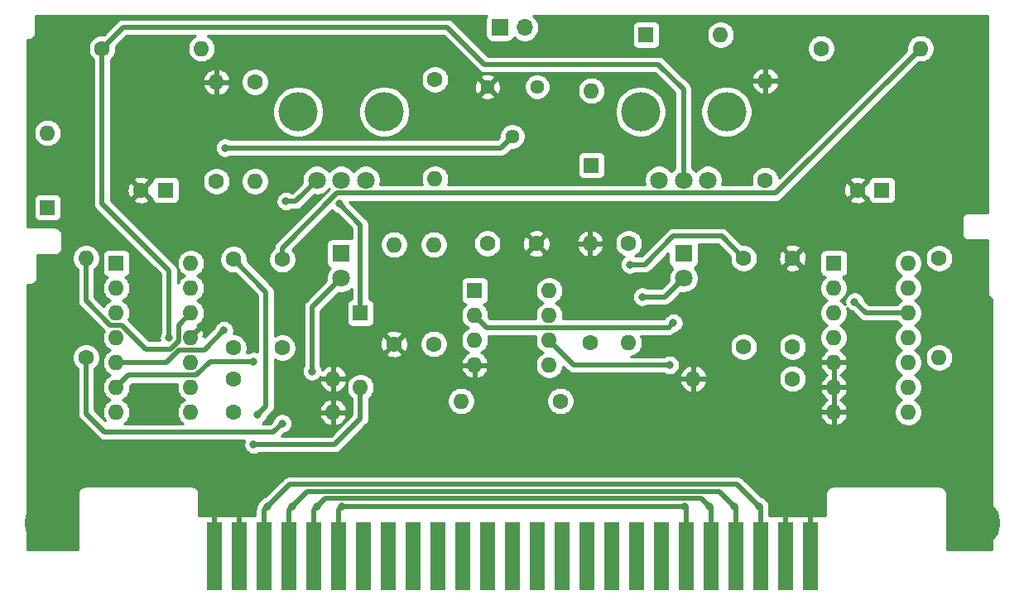
<source format=gbr>
G04 #@! TF.GenerationSoftware,KiCad,Pcbnew,(5.1.7)-1*
G04 #@! TF.CreationDate,2021-11-02T16:03:08-05:00*
G04 #@! TF.ProjectId,BadConnection,42616443-6f6e-46e6-9563-74696f6e2e6b,rev?*
G04 #@! TF.SameCoordinates,Original*
G04 #@! TF.FileFunction,Copper,L2,Bot*
G04 #@! TF.FilePolarity,Positive*
%FSLAX46Y46*%
G04 Gerber Fmt 4.6, Leading zero omitted, Abs format (unit mm)*
G04 Created by KiCad (PCBNEW (5.1.7)-1) date 2021-11-02 16:03:08*
%MOMM*%
%LPD*%
G01*
G04 APERTURE LIST*
G04 #@! TA.AperFunction,ComponentPad*
%ADD10C,1.600000*%
G04 #@! TD*
G04 #@! TA.AperFunction,ComponentPad*
%ADD11O,1.600000X1.600000*%
G04 #@! TD*
G04 #@! TA.AperFunction,ComponentPad*
%ADD12R,1.800000X1.800000*%
G04 #@! TD*
G04 #@! TA.AperFunction,ComponentPad*
%ADD13C,1.800000*%
G04 #@! TD*
G04 #@! TA.AperFunction,ComponentPad*
%ADD14C,5.000000*%
G04 #@! TD*
G04 #@! TA.AperFunction,ConnectorPad*
%ADD15R,1.500000X7.000000*%
G04 #@! TD*
G04 #@! TA.AperFunction,ComponentPad*
%ADD16R,1.600000X1.600000*%
G04 #@! TD*
G04 #@! TA.AperFunction,ComponentPad*
%ADD17R,1.700000X1.700000*%
G04 #@! TD*
G04 #@! TA.AperFunction,ComponentPad*
%ADD18O,1.700000X1.700000*%
G04 #@! TD*
G04 #@! TA.AperFunction,ComponentPad*
%ADD19C,1.440000*%
G04 #@! TD*
G04 #@! TA.AperFunction,WasherPad*
%ADD20C,4.000000*%
G04 #@! TD*
G04 #@! TA.AperFunction,ViaPad*
%ADD21C,0.800000*%
G04 #@! TD*
G04 #@! TA.AperFunction,Conductor*
%ADD22C,0.500000*%
G04 #@! TD*
G04 #@! TA.AperFunction,Conductor*
%ADD23C,0.254000*%
G04 #@! TD*
G04 #@! TA.AperFunction,Conductor*
%ADD24C,0.100000*%
G04 #@! TD*
G04 APERTURE END LIST*
D10*
G04 #@! TO.P,R15,1*
G04 #@! TO.N,GND*
X120650000Y-104267000D03*
D11*
G04 #@! TO.P,R15,2*
G04 #@! TO.N,Net-(D5-Pad1)*
X120650000Y-94107000D03*
G04 #@! TD*
D12*
G04 #@! TO.P,D5,1*
G04 #@! TO.N,Net-(D5-Pad1)*
X115250000Y-95000000D03*
D13*
G04 #@! TO.P,D5,2*
G04 #@! TO.N,/LEDPower*
X115250000Y-97540000D03*
G04 #@! TD*
G04 #@! TO.P,D6,2*
G04 #@! TO.N,/LEDPower*
X150250000Y-97540000D03*
D12*
G04 #@! TO.P,D6,1*
G04 #@! TO.N,Net-(D6-Pad1)*
X150250000Y-95000000D03*
G04 #@! TD*
D14*
G04 #@! TO.P,H1,1*
G04 #@! TO.N,GND*
X85350000Y-122600000D03*
G04 #@! TD*
G04 #@! TO.P,H2,1*
G04 #@! TO.N,GND*
X180150000Y-122600000D03*
G04 #@! TD*
D15*
G04 #@! TO.P,J1,50*
G04 #@! TO.N,GND*
X163230000Y-126000000D03*
G04 #@! TO.P,J1,49*
X160690000Y-126000000D03*
G04 #@! TO.P,J1,48*
G04 #@! TO.N,/Input*
X158150000Y-126000000D03*
G04 #@! TO.P,J1,47*
G04 #@! TO.N,/Output*
X155610000Y-126000000D03*
G04 #@! TO.P,J1,46*
G04 #@! TO.N,+9V*
X153070000Y-126000000D03*
G04 #@! TO.P,J1,45*
G04 #@! TO.N,/LEDPower*
X150530000Y-126000000D03*
G04 #@! TO.P,J1,44*
G04 #@! TO.N,N/C*
X147990000Y-126000000D03*
G04 #@! TO.P,J1,43*
X145450000Y-126000000D03*
G04 #@! TO.P,J1,42*
X142910000Y-126000000D03*
G04 #@! TO.P,J1,41*
X140370000Y-126000000D03*
G04 #@! TO.P,J1,40*
X137830000Y-126000000D03*
G04 #@! TO.P,J1,39*
X135290000Y-126000000D03*
G04 #@! TO.P,J1,38*
X132750000Y-126000000D03*
G04 #@! TO.P,J1,37*
X130210000Y-126000000D03*
G04 #@! TO.P,J1,36*
X127670000Y-126000000D03*
G04 #@! TO.P,J1,35*
X125130000Y-126000000D03*
G04 #@! TO.P,J1,34*
X122590000Y-126000000D03*
G04 #@! TO.P,J1,33*
X120050000Y-126000000D03*
G04 #@! TO.P,J1,32*
X117510000Y-126000000D03*
G04 #@! TO.P,J1,31*
G04 #@! TO.N,/LEDPower*
X114970000Y-126000000D03*
G04 #@! TO.P,J1,30*
G04 #@! TO.N,+9V*
X112430000Y-126000000D03*
G04 #@! TO.P,J1,29*
G04 #@! TO.N,/Output*
X109890000Y-126000000D03*
G04 #@! TO.P,J1,28*
G04 #@! TO.N,/Input*
X107350000Y-126000000D03*
G04 #@! TO.P,J1,27*
G04 #@! TO.N,GND*
X104810000Y-126000000D03*
G04 #@! TO.P,J1,26*
X102270000Y-126000000D03*
G04 #@! TD*
D10*
G04 #@! TO.P,R16,1*
G04 #@! TO.N,Net-(D6-Pad1)*
X158623000Y-87503000D03*
D11*
G04 #@! TO.P,R16,2*
G04 #@! TO.N,GND*
X158623000Y-77343000D03*
G04 #@! TD*
D10*
G04 #@! TO.P,C1,1*
G04 #@! TO.N,Net-(C1-Pad1)*
X109220000Y-104667000D03*
G04 #@! TO.P,C1,2*
G04 #@! TO.N,/Input*
X104220000Y-104667000D03*
G04 #@! TD*
G04 #@! TO.P,C2,1*
G04 #@! TO.N,GND*
X161417000Y-95485000D03*
G04 #@! TO.P,C2,2*
G04 #@! TO.N,/pin2*
X156417000Y-95485000D03*
G04 #@! TD*
G04 #@! TO.P,C3,2*
G04 #@! TO.N,Net-(C3-Pad2)*
X130191500Y-93999000D03*
G04 #@! TO.P,C3,1*
G04 #@! TO.N,GND*
X135191500Y-93999000D03*
G04 #@! TD*
D16*
G04 #@! TO.P,C4,1*
G04 #@! TO.N,Net-(C4-Pad1)*
X97282000Y-88519000D03*
D10*
G04 #@! TO.P,C4,2*
G04 #@! TO.N,GND*
X94782000Y-88519000D03*
G04 #@! TD*
G04 #@! TO.P,C5,1*
G04 #@! TO.N,/VREF*
X109220000Y-95612000D03*
G04 #@! TO.P,C5,2*
G04 #@! TO.N,Net-(C5-Pad2)*
X104220000Y-95612000D03*
G04 #@! TD*
G04 #@! TO.P,C6,2*
G04 #@! TO.N,Net-(C6-Pad2)*
X156417000Y-104540000D03*
G04 #@! TO.P,C6,1*
G04 #@! TO.N,/Output*
X161417000Y-104540000D03*
G04 #@! TD*
G04 #@! TO.P,C7,2*
G04 #@! TO.N,GND*
X168061000Y-88519000D03*
D16*
G04 #@! TO.P,C7,1*
G04 #@! TO.N,+9V*
X170561000Y-88519000D03*
G04 #@! TD*
D11*
G04 #@! TO.P,D1,2*
G04 #@! TO.N,Net-(D1-Pad2)*
X117221000Y-108712000D03*
D16*
G04 #@! TO.P,D1,1*
G04 #@! TO.N,Net-(D1-Pad1)*
X117221000Y-101092000D03*
G04 #@! TD*
G04 #@! TO.P,D2,1*
G04 #@! TO.N,Net-(D2-Pad1)*
X85217000Y-90297000D03*
D11*
G04 #@! TO.P,D2,2*
G04 #@! TO.N,Net-(C5-Pad2)*
X85217000Y-82677000D03*
G04 #@! TD*
G04 #@! TO.P,D3,2*
G04 #@! TO.N,Net-(D3-Pad2)*
X140843000Y-78359000D03*
D16*
G04 #@! TO.P,D3,1*
G04 #@! TO.N,Net-(D3-Pad1)*
X140843000Y-85979000D03*
G04 #@! TD*
G04 #@! TO.P,D4,1*
G04 #@! TO.N,Net-(D3-Pad2)*
X146431000Y-72644000D03*
D11*
G04 #@! TO.P,D4,2*
G04 #@! TO.N,Net-(D4-Pad2)*
X154051000Y-72644000D03*
G04 #@! TD*
D17*
G04 #@! TO.P,J2,1*
G04 #@! TO.N,/M1*
X131480000Y-71882000D03*
D18*
G04 #@! TO.P,J2,2*
G04 #@! TO.N,/M2*
X134020000Y-71882000D03*
G04 #@! TD*
D10*
G04 #@! TO.P,R1,1*
G04 #@! TO.N,Net-(C1-Pad1)*
X140716000Y-104140000D03*
D11*
G04 #@! TO.P,R1,2*
G04 #@! TO.N,GND*
X140716000Y-93980000D03*
G04 #@! TD*
G04 #@! TO.P,R2,2*
G04 #@! TO.N,Net-(C1-Pad1)*
X144653000Y-104140000D03*
D10*
G04 #@! TO.P,R2,1*
G04 #@! TO.N,+9V*
X144653000Y-93980000D03*
G04 #@! TD*
D11*
G04 #@! TO.P,R3,2*
G04 #@! TO.N,/VREF*
X176403000Y-105664000D03*
D10*
G04 #@! TO.P,R3,1*
G04 #@! TO.N,/pin1*
X176403000Y-95504000D03*
G04 #@! TD*
D11*
G04 #@! TO.P,R4,2*
G04 #@! TO.N,GND*
X114427000Y-107823000D03*
D10*
G04 #@! TO.P,R4,1*
G04 #@! TO.N,/Input*
X104267000Y-107823000D03*
G04 #@! TD*
G04 #@! TO.P,R5,1*
G04 #@! TO.N,Net-(R14-Pad1)*
X124714000Y-104267000D03*
D11*
G04 #@! TO.P,R5,2*
G04 #@! TO.N,Net-(C3-Pad2)*
X124714000Y-94107000D03*
G04 #@! TD*
D10*
G04 #@! TO.P,R6,1*
G04 #@! TO.N,Net-(D1-Pad1)*
X106426000Y-77470000D03*
D11*
G04 #@! TO.P,R6,2*
G04 #@! TO.N,Net-(C4-Pad1)*
X106426000Y-87630000D03*
G04 #@! TD*
D10*
G04 #@! TO.P,R7,1*
G04 #@! TO.N,Net-(C4-Pad1)*
X102489000Y-87630000D03*
D11*
G04 #@! TO.P,R7,2*
G04 #@! TO.N,GND*
X102489000Y-77470000D03*
G04 #@! TD*
D10*
G04 #@! TO.P,R8,1*
G04 #@! TO.N,/pin13*
X90805000Y-74041000D03*
D11*
G04 #@! TO.P,R8,2*
G04 #@! TO.N,/M1*
X100965000Y-74041000D03*
G04 #@! TD*
G04 #@! TO.P,R9,2*
G04 #@! TO.N,/VREF*
X174498000Y-74041000D03*
D10*
G04 #@! TO.P,R9,1*
G04 #@! TO.N,/M2*
X164338000Y-74041000D03*
G04 #@! TD*
D11*
G04 #@! TO.P,R10,2*
G04 #@! TO.N,Net-(C5-Pad2)*
X124841000Y-87376000D03*
D10*
G04 #@! TO.P,R10,1*
G04 #@! TO.N,Net-(D3-Pad2)*
X124841000Y-77216000D03*
G04 #@! TD*
G04 #@! TO.P,R11,1*
G04 #@! TO.N,/Output*
X161417000Y-107823000D03*
D11*
G04 #@! TO.P,R11,2*
G04 #@! TO.N,GND*
X151257000Y-107823000D03*
G04 #@! TD*
D10*
G04 #@! TO.P,R12,1*
G04 #@! TO.N,Net-(R12-Pad1)*
X104267000Y-111252000D03*
D11*
G04 #@! TO.P,R12,2*
G04 #@! TO.N,GND*
X114427000Y-111252000D03*
G04 #@! TD*
G04 #@! TO.P,R13,2*
G04 #@! TO.N,Net-(R12-Pad1)*
X89154000Y-95504000D03*
D10*
G04 #@! TO.P,R13,1*
G04 #@! TO.N,+9V*
X89154000Y-105664000D03*
G04 #@! TD*
D11*
G04 #@! TO.P,R14,2*
G04 #@! TO.N,Net-(D1-Pad2)*
X127508000Y-110109000D03*
D10*
G04 #@! TO.P,R14,1*
G04 #@! TO.N,Net-(R14-Pad1)*
X137668000Y-110109000D03*
G04 #@! TD*
D19*
G04 #@! TO.P,RV1,3*
G04 #@! TO.N,+9V*
X135295000Y-77960000D03*
G04 #@! TO.P,RV1,2*
G04 #@! TO.N,Net-(RV1-Pad2)*
X132755000Y-83040000D03*
G04 #@! TO.P,RV1,1*
G04 #@! TO.N,GND*
X130215000Y-77960000D03*
G04 #@! TD*
D20*
G04 #@! TO.P,RV2,*
G04 #@! TO.N,*
X154650000Y-80500000D03*
X145850000Y-80500000D03*
D13*
G04 #@! TO.P,RV2,1*
G04 #@! TO.N,Net-(D4-Pad2)*
X152750000Y-87500000D03*
G04 #@! TO.P,RV2,2*
G04 #@! TO.N,/pin13*
X150250000Y-87500000D03*
G04 #@! TO.P,RV2,3*
G04 #@! TO.N,Net-(D3-Pad1)*
X147750000Y-87500000D03*
G04 #@! TD*
G04 #@! TO.P,RV3,3*
G04 #@! TO.N,/M2*
X112750000Y-87500000D03*
G04 #@! TO.P,RV3,2*
X115250000Y-87500000D03*
G04 #@! TO.P,RV3,1*
G04 #@! TO.N,/M1*
X117750000Y-87500000D03*
D20*
G04 #@! TO.P,RV3,*
G04 #@! TO.N,*
X110850000Y-80500000D03*
X119650000Y-80500000D03*
G04 #@! TD*
D16*
G04 #@! TO.P,U1,1*
G04 #@! TO.N,/pin1*
X128905000Y-98806000D03*
D11*
G04 #@! TO.P,U1,5*
G04 #@! TO.N,/pin2*
X136525000Y-106426000D03*
G04 #@! TO.P,U1,2*
G04 #@! TO.N,/pin1*
X128905000Y-101346000D03*
G04 #@! TO.P,U1,6*
G04 #@! TO.N,Net-(C6-Pad2)*
X136525000Y-103886000D03*
G04 #@! TO.P,U1,3*
G04 #@! TO.N,Net-(C1-Pad1)*
X128905000Y-103886000D03*
G04 #@! TO.P,U1,7*
G04 #@! TO.N,Net-(C6-Pad2)*
X136525000Y-101346000D03*
G04 #@! TO.P,U1,4*
G04 #@! TO.N,GND*
X128905000Y-106426000D03*
G04 #@! TO.P,U1,8*
G04 #@! TO.N,+9V*
X136525000Y-98806000D03*
G04 #@! TD*
D16*
G04 #@! TO.P,U2,1*
G04 #@! TO.N,Net-(D2-Pad1)*
X92250000Y-96000000D03*
D11*
G04 #@! TO.P,U2,8*
G04 #@! TO.N,/pin13*
X99870000Y-111240000D03*
G04 #@! TO.P,U2,2*
G04 #@! TO.N,Net-(RV1-Pad2)*
X92250000Y-98540000D03*
G04 #@! TO.P,U2,9*
G04 #@! TO.N,Net-(C5-Pad2)*
X99870000Y-108700000D03*
G04 #@! TO.P,U2,3*
G04 #@! TO.N,Net-(C4-Pad1)*
X92250000Y-101080000D03*
G04 #@! TO.P,U2,10*
G04 #@! TO.N,/M2*
X99870000Y-106160000D03*
G04 #@! TO.P,U2,4*
G04 #@! TO.N,+9V*
X92250000Y-103620000D03*
G04 #@! TO.P,U2,11*
G04 #@! TO.N,GND*
X99870000Y-103620000D03*
G04 #@! TO.P,U2,5*
G04 #@! TO.N,/pin1*
X92250000Y-106160000D03*
G04 #@! TO.P,U2,12*
G04 #@! TO.N,Net-(R12-Pad1)*
X99870000Y-101080000D03*
G04 #@! TO.P,U2,6*
G04 #@! TO.N,Net-(R14-Pad1)*
X92250000Y-108700000D03*
G04 #@! TO.P,U2,13*
G04 #@! TO.N,/VREF*
X99870000Y-98540000D03*
G04 #@! TO.P,U2,7*
G04 #@! TO.N,Net-(D1-Pad2)*
X92250000Y-111240000D03*
G04 #@! TO.P,U2,14*
G04 #@! TO.N,/VREF*
X99870000Y-96000000D03*
G04 #@! TD*
G04 #@! TO.P,U3,14*
G04 #@! TO.N,+9V*
X173250000Y-96000000D03*
G04 #@! TO.P,U3,7*
G04 #@! TO.N,GND*
X165630000Y-111240000D03*
G04 #@! TO.P,U3,13*
G04 #@! TO.N,/pin13*
X173250000Y-98540000D03*
G04 #@! TO.P,U3,6*
G04 #@! TO.N,GND*
X165630000Y-108700000D03*
G04 #@! TO.P,U3,12*
G04 #@! TO.N,+9V*
X173250000Y-101080000D03*
G04 #@! TO.P,U3,5*
G04 #@! TO.N,GND*
X165630000Y-106160000D03*
G04 #@! TO.P,U3,11*
G04 #@! TO.N,N/C*
X173250000Y-103620000D03*
G04 #@! TO.P,U3,4*
X165630000Y-103620000D03*
G04 #@! TO.P,U3,10*
X173250000Y-106160000D03*
G04 #@! TO.P,U3,3*
X165630000Y-101080000D03*
G04 #@! TO.P,U3,9*
X173250000Y-108700000D03*
G04 #@! TO.P,U3,2*
G04 #@! TO.N,/pin2*
X165630000Y-98540000D03*
G04 #@! TO.P,U3,8*
G04 #@! TO.N,N/C*
X173250000Y-111240000D03*
D16*
G04 #@! TO.P,U3,1*
G04 #@! TO.N,/pin1*
X165630000Y-96000000D03*
G04 #@! TD*
D21*
G04 #@! TO.N,GND*
X102616000Y-120904000D03*
X105156000Y-120904000D03*
X160528000Y-120904000D03*
X163068000Y-120904000D03*
X102108000Y-99695000D03*
X105537000Y-102616000D03*
X94742000Y-101727000D03*
X95631000Y-109855000D03*
X106680000Y-95504000D03*
G04 #@! TO.N,/LEDPower*
X115316000Y-120904000D03*
X150368000Y-120904000D03*
X112268000Y-107061000D03*
X146050000Y-99441000D03*
G04 #@! TO.N,/Input*
X107696000Y-120904000D03*
X157988000Y-120904000D03*
G04 #@! TO.N,/Output*
X110236000Y-120904000D03*
G04 #@! TO.N,+9V*
X112776000Y-120904000D03*
X152908000Y-120904000D03*
X109220000Y-112395000D03*
X167767000Y-99949000D03*
G04 #@! TO.N,Net-(D1-Pad1)*
X115062000Y-89916000D03*
G04 #@! TO.N,Net-(D1-Pad2)*
X106299000Y-114554000D03*
G04 #@! TO.N,/pin2*
X144780000Y-96139000D03*
G04 #@! TO.N,Net-(C5-Pad2)*
X106680000Y-111506000D03*
G04 #@! TO.N,Net-(C6-Pad2)*
X148844000Y-106426000D03*
G04 #@! TO.N,/Output*
X155448000Y-120904000D03*
G04 #@! TO.N,/M2*
X109601000Y-89662000D03*
G04 #@! TO.N,/pin1*
X149225000Y-102108000D03*
X103251000Y-102870000D03*
G04 #@! TO.N,Net-(R14-Pad1)*
X106299000Y-106045000D03*
G04 #@! TO.N,/pin13*
X97663000Y-103632000D03*
G04 #@! TO.N,Net-(RV1-Pad2)*
X103378000Y-84201000D03*
G04 #@! TD*
D22*
G04 #@! TO.N,GND*
X102270000Y-121250000D02*
X102616000Y-120904000D01*
X102270000Y-126000000D02*
X102270000Y-121250000D01*
X104810000Y-121250000D02*
X105156000Y-120904000D01*
X104810000Y-126000000D02*
X104810000Y-121250000D01*
X160690000Y-121066000D02*
X160528000Y-120904000D01*
X160690000Y-126000000D02*
X160690000Y-121066000D01*
X163230000Y-121066000D02*
X163068000Y-120904000D01*
X163230000Y-126000000D02*
X163230000Y-121066000D01*
X102108000Y-101382000D02*
X102108000Y-99695000D01*
X99870000Y-103620000D02*
X102108000Y-101382000D01*
G04 #@! TO.N,/LEDPower*
X114970000Y-121250000D02*
X115316000Y-120904000D01*
X114970000Y-126000000D02*
X114970000Y-121250000D01*
X150530000Y-121066000D02*
X150368000Y-120904000D01*
X150530000Y-126000000D02*
X150530000Y-121066000D01*
X115316000Y-120904000D02*
X150368000Y-120904000D01*
X112268000Y-100522000D02*
X115250000Y-97540000D01*
X112268000Y-107061000D02*
X112268000Y-100522000D01*
X148349000Y-99441000D02*
X150250000Y-97540000D01*
X146050000Y-99441000D02*
X148349000Y-99441000D01*
G04 #@! TO.N,/Input*
X107350000Y-121250000D02*
X107696000Y-120904000D01*
X107350000Y-126000000D02*
X107350000Y-121250000D01*
X158150000Y-121066000D02*
X157988000Y-120904000D01*
X158150000Y-126000000D02*
X158150000Y-121066000D01*
X155737979Y-118653979D02*
X157988000Y-120904000D01*
X109946021Y-118653979D02*
X155737979Y-118653979D01*
X107696000Y-120904000D02*
X109946021Y-118653979D01*
G04 #@! TO.N,/Output*
X153897989Y-119353989D02*
X155448000Y-120904000D01*
X111786011Y-119353989D02*
X153897989Y-119353989D01*
X110236000Y-120904000D02*
X111786011Y-119353989D01*
G04 #@! TO.N,+9V*
X112430000Y-121250000D02*
X112776000Y-120904000D01*
X112430000Y-126000000D02*
X112430000Y-121250000D01*
X153070000Y-121066000D02*
X152908000Y-120904000D01*
X153070000Y-126000000D02*
X153070000Y-121066000D01*
X152057999Y-120053999D02*
X152908000Y-120904000D01*
X113626001Y-120053999D02*
X152057999Y-120053999D01*
X112776000Y-120904000D02*
X113626001Y-120053999D01*
X109220000Y-112395000D02*
X108331000Y-113284000D01*
X108331000Y-113284000D02*
X91059000Y-113284000D01*
X89154000Y-111379000D02*
X89154000Y-105664000D01*
X91059000Y-113284000D02*
X89154000Y-111379000D01*
X168898000Y-101080000D02*
X173250000Y-101080000D01*
X167767000Y-99949000D02*
X168898000Y-101080000D01*
G04 #@! TO.N,Net-(D1-Pad1)*
X115062000Y-89916000D02*
X117221000Y-92075000D01*
X117221000Y-92075000D02*
X117221000Y-101092000D01*
G04 #@! TO.N,Net-(D1-Pad2)*
X106299000Y-114554000D02*
X114554000Y-114554000D01*
X117221000Y-111887000D02*
X117221000Y-108712000D01*
X114554000Y-114554000D02*
X117221000Y-111887000D01*
G04 #@! TO.N,/pin2*
X144780000Y-96139000D02*
X146304000Y-96139000D01*
X146304000Y-96139000D02*
X149225000Y-93218000D01*
X154150000Y-93218000D02*
X156417000Y-95485000D01*
X149225000Y-93218000D02*
X154150000Y-93218000D01*
G04 #@! TO.N,/VREF*
X159688999Y-88850001D02*
X174498000Y-74041000D01*
X114850629Y-88850001D02*
X159688999Y-88850001D01*
X109220000Y-94480630D02*
X114850629Y-88850001D01*
X109220000Y-95612000D02*
X109220000Y-94480630D01*
G04 #@! TO.N,Net-(C5-Pad2)*
X106680000Y-111506000D02*
X107569000Y-110617000D01*
X107569000Y-98961000D02*
X104220000Y-95612000D01*
X107569000Y-110617000D02*
X107569000Y-98961000D01*
G04 #@! TO.N,Net-(C6-Pad2)*
X139065000Y-106426000D02*
X136525000Y-103886000D01*
X148844000Y-106426000D02*
X139065000Y-106426000D01*
G04 #@! TO.N,/Output*
X109890000Y-121250000D02*
X110236000Y-120904000D01*
X109890000Y-126000000D02*
X109890000Y-121250000D01*
X155610000Y-121066000D02*
X155448000Y-120904000D01*
X155610000Y-126000000D02*
X155610000Y-121066000D01*
G04 #@! TO.N,/M2*
X110588000Y-89662000D02*
X112750000Y-87500000D01*
X109601000Y-89662000D02*
X110588000Y-89662000D01*
G04 #@! TO.N,/pin1*
X130155001Y-102596001D02*
X128905000Y-101346000D01*
X148736999Y-102596001D02*
X130155001Y-102596001D01*
X149225000Y-102108000D02*
X148736999Y-102596001D01*
X97382964Y-106160000D02*
X92250000Y-106160000D01*
X98672963Y-104870001D02*
X97382964Y-106160000D01*
X101250999Y-104870001D02*
X98672963Y-104870001D01*
X103251000Y-102870000D02*
X101250999Y-104870001D01*
G04 #@! TO.N,Net-(R14-Pad1)*
X93500001Y-107449999D02*
X92250000Y-108700000D01*
X100430003Y-107449999D02*
X93500001Y-107449999D01*
X101835002Y-106045000D02*
X100430003Y-107449999D01*
X106299000Y-106045000D02*
X101835002Y-106045000D01*
G04 #@! TO.N,/pin13*
X97663000Y-96774000D02*
X90805000Y-89916000D01*
X90805000Y-89916000D02*
X90805000Y-74041000D01*
X97663000Y-103632000D02*
X97663000Y-96774000D01*
X90805000Y-74041000D02*
X92964000Y-71882000D01*
X92964000Y-71882000D02*
X126111000Y-71882000D01*
X126111000Y-71882000D02*
X129921000Y-75692000D01*
X129921000Y-75692000D02*
X147701000Y-75692000D01*
X150250000Y-78241000D02*
X150250000Y-87500000D01*
X147701000Y-75692000D02*
X150250000Y-78241000D01*
G04 #@! TO.N,Net-(R12-Pad1)*
X98619999Y-103933003D02*
X97778002Y-104775000D01*
X98619999Y-102330001D02*
X98619999Y-103933003D01*
X99870000Y-101080000D02*
X98619999Y-102330001D01*
X89154000Y-99834002D02*
X89154000Y-95504000D01*
X91649999Y-102330001D02*
X89154000Y-99834002D01*
X92810003Y-102330001D02*
X91649999Y-102330001D01*
X95255002Y-104775000D02*
X92810003Y-102330001D01*
X97778002Y-104775000D02*
X95255002Y-104775000D01*
G04 #@! TO.N,Net-(RV1-Pad2)*
X131594000Y-84201000D02*
X132755000Y-83040000D01*
X103378000Y-84201000D02*
X131594000Y-84201000D01*
G04 #@! TD*
D23*
G04 #@! TO.N,GND*
X130106147Y-70681972D02*
X130047925Y-70790897D01*
X130012073Y-70909087D01*
X129999967Y-71032000D01*
X129999967Y-72732000D01*
X130012073Y-72854913D01*
X130047925Y-72973103D01*
X130106147Y-73082028D01*
X130184499Y-73177501D01*
X130279972Y-73255853D01*
X130388897Y-73314075D01*
X130507087Y-73349927D01*
X130630000Y-73362033D01*
X132330000Y-73362033D01*
X132452913Y-73349927D01*
X132571103Y-73314075D01*
X132680028Y-73255853D01*
X132775501Y-73177501D01*
X132853853Y-73082028D01*
X132912075Y-72973103D01*
X132937731Y-72888525D01*
X133078467Y-73029261D01*
X133320378Y-73190901D01*
X133589175Y-73302240D01*
X133874528Y-73359000D01*
X134165472Y-73359000D01*
X134450825Y-73302240D01*
X134719622Y-73190901D01*
X134961533Y-73029261D01*
X135167261Y-72823533D01*
X135328901Y-72581622D01*
X135440240Y-72312825D01*
X135497000Y-72027472D01*
X135497000Y-71844000D01*
X145000967Y-71844000D01*
X145000967Y-73444000D01*
X145013073Y-73566913D01*
X145048925Y-73685103D01*
X145107147Y-73794028D01*
X145185499Y-73889501D01*
X145280972Y-73967853D01*
X145389897Y-74026075D01*
X145508087Y-74061927D01*
X145631000Y-74074033D01*
X147231000Y-74074033D01*
X147353913Y-74061927D01*
X147472103Y-74026075D01*
X147581028Y-73967853D01*
X147676501Y-73889501D01*
X147754853Y-73794028D01*
X147813075Y-73685103D01*
X147848927Y-73566913D01*
X147861033Y-73444000D01*
X147861033Y-72503453D01*
X152624000Y-72503453D01*
X152624000Y-72784547D01*
X152678838Y-73060241D01*
X152786409Y-73319938D01*
X152942576Y-73553660D01*
X153141340Y-73752424D01*
X153375062Y-73908591D01*
X153634759Y-74016162D01*
X153910453Y-74071000D01*
X154191547Y-74071000D01*
X154467241Y-74016162D01*
X154726938Y-73908591D01*
X154739117Y-73900453D01*
X162911000Y-73900453D01*
X162911000Y-74181547D01*
X162965838Y-74457241D01*
X163073409Y-74716938D01*
X163229576Y-74950660D01*
X163428340Y-75149424D01*
X163662062Y-75305591D01*
X163921759Y-75413162D01*
X164197453Y-75468000D01*
X164478547Y-75468000D01*
X164754241Y-75413162D01*
X165013938Y-75305591D01*
X165247660Y-75149424D01*
X165446424Y-74950660D01*
X165602591Y-74716938D01*
X165710162Y-74457241D01*
X165765000Y-74181547D01*
X165765000Y-73900453D01*
X165710162Y-73624759D01*
X165602591Y-73365062D01*
X165446424Y-73131340D01*
X165247660Y-72932576D01*
X165013938Y-72776409D01*
X164754241Y-72668838D01*
X164478547Y-72614000D01*
X164197453Y-72614000D01*
X163921759Y-72668838D01*
X163662062Y-72776409D01*
X163428340Y-72932576D01*
X163229576Y-73131340D01*
X163073409Y-73365062D01*
X162965838Y-73624759D01*
X162911000Y-73900453D01*
X154739117Y-73900453D01*
X154960660Y-73752424D01*
X155159424Y-73553660D01*
X155315591Y-73319938D01*
X155423162Y-73060241D01*
X155478000Y-72784547D01*
X155478000Y-72503453D01*
X155423162Y-72227759D01*
X155315591Y-71968062D01*
X155159424Y-71734340D01*
X154960660Y-71535576D01*
X154726938Y-71379409D01*
X154467241Y-71271838D01*
X154191547Y-71217000D01*
X153910453Y-71217000D01*
X153634759Y-71271838D01*
X153375062Y-71379409D01*
X153141340Y-71535576D01*
X152942576Y-71734340D01*
X152786409Y-71968062D01*
X152678838Y-72227759D01*
X152624000Y-72503453D01*
X147861033Y-72503453D01*
X147861033Y-71844000D01*
X147848927Y-71721087D01*
X147813075Y-71602897D01*
X147754853Y-71493972D01*
X147676501Y-71398499D01*
X147581028Y-71320147D01*
X147472103Y-71261925D01*
X147353913Y-71226073D01*
X147231000Y-71213967D01*
X145631000Y-71213967D01*
X145508087Y-71226073D01*
X145389897Y-71261925D01*
X145280972Y-71320147D01*
X145185499Y-71398499D01*
X145107147Y-71493972D01*
X145048925Y-71602897D01*
X145013073Y-71721087D01*
X145000967Y-71844000D01*
X135497000Y-71844000D01*
X135497000Y-71736528D01*
X135440240Y-71451175D01*
X135328901Y-71182378D01*
X135167261Y-70940467D01*
X134961533Y-70734739D01*
X134875121Y-70677000D01*
X181323000Y-70677000D01*
X181323001Y-90823000D01*
X179433252Y-90823000D01*
X179400000Y-90819725D01*
X179366748Y-90823000D01*
X179267285Y-90832796D01*
X179139670Y-90871508D01*
X179022059Y-90934372D01*
X178918973Y-91018973D01*
X178834372Y-91122059D01*
X178771508Y-91239670D01*
X178732796Y-91367285D01*
X178719725Y-91500000D01*
X178723001Y-91533262D01*
X178723000Y-92966747D01*
X178719725Y-93000000D01*
X178732796Y-93132715D01*
X178771508Y-93260330D01*
X178834372Y-93377941D01*
X178918973Y-93481027D01*
X179009398Y-93555237D01*
X179022059Y-93565628D01*
X179139670Y-93628492D01*
X179267285Y-93667204D01*
X179400000Y-93680275D01*
X179433252Y-93677000D01*
X181323000Y-93677000D01*
X181323001Y-98966738D01*
X181319725Y-99000000D01*
X181332796Y-99132715D01*
X181371508Y-99260330D01*
X181434372Y-99377941D01*
X181518973Y-99481027D01*
X181622059Y-99565628D01*
X181739670Y-99628492D01*
X181823001Y-99653770D01*
X181823000Y-125323000D01*
X177177000Y-125323000D01*
X177177000Y-119533252D01*
X177180275Y-119500000D01*
X177167204Y-119367285D01*
X177128492Y-119239670D01*
X177065628Y-119122059D01*
X176981027Y-119018973D01*
X176877941Y-118934372D01*
X176760330Y-118871508D01*
X176632715Y-118832796D01*
X176533252Y-118823000D01*
X176500000Y-118819725D01*
X176466748Y-118823000D01*
X165513252Y-118823000D01*
X165480000Y-118819725D01*
X165446748Y-118823000D01*
X165347285Y-118832796D01*
X165219670Y-118871508D01*
X165102059Y-118934372D01*
X164998973Y-119018973D01*
X164914372Y-119122059D01*
X164851508Y-119239670D01*
X164812796Y-119367285D01*
X164799725Y-119500000D01*
X164803001Y-119533262D01*
X164803001Y-121793000D01*
X159027000Y-121793000D01*
X159027000Y-121109079D01*
X159031243Y-121066000D01*
X159015000Y-120901084D01*
X159015000Y-120802849D01*
X158975533Y-120604435D01*
X158898115Y-120417533D01*
X158785723Y-120249326D01*
X158642674Y-120106277D01*
X158474467Y-119993885D01*
X158287565Y-119916467D01*
X158229103Y-119904838D01*
X156388576Y-118064311D01*
X156361112Y-118030846D01*
X156227571Y-117921252D01*
X156075216Y-117839817D01*
X155909901Y-117789669D01*
X155781058Y-117776979D01*
X155737979Y-117772736D01*
X155694900Y-117776979D01*
X109989090Y-117776979D01*
X109946020Y-117772737D01*
X109902951Y-117776979D01*
X109902942Y-117776979D01*
X109774099Y-117789669D01*
X109608784Y-117839817D01*
X109456429Y-117921252D01*
X109322888Y-118030846D01*
X109295424Y-118064311D01*
X107454897Y-119904838D01*
X107396435Y-119916467D01*
X107209533Y-119993885D01*
X107041326Y-120106277D01*
X106898277Y-120249326D01*
X106785885Y-120417533D01*
X106708467Y-120604435D01*
X106696691Y-120663637D01*
X106617274Y-120760408D01*
X106535838Y-120912764D01*
X106485690Y-121078078D01*
X106468757Y-121250000D01*
X106473001Y-121293089D01*
X106473001Y-121793000D01*
X100697000Y-121793000D01*
X100697000Y-119533252D01*
X100700275Y-119500000D01*
X100687204Y-119367285D01*
X100648492Y-119239670D01*
X100585628Y-119122059D01*
X100501027Y-119018973D01*
X100397941Y-118934372D01*
X100280330Y-118871508D01*
X100152715Y-118832796D01*
X100020000Y-118819725D01*
X99986748Y-118823000D01*
X89033252Y-118823000D01*
X89000000Y-118819725D01*
X88867285Y-118832796D01*
X88739670Y-118871508D01*
X88622059Y-118934372D01*
X88518973Y-119018973D01*
X88434372Y-119122059D01*
X88371508Y-119239670D01*
X88332796Y-119367285D01*
X88319725Y-119500000D01*
X88323000Y-119533252D01*
X88323001Y-125323000D01*
X83177000Y-125323000D01*
X83177000Y-98177000D01*
X83466748Y-98177000D01*
X83500000Y-98180275D01*
X83533252Y-98177000D01*
X83632715Y-98167204D01*
X83760330Y-98128492D01*
X83877941Y-98065628D01*
X83981027Y-97981027D01*
X84065628Y-97877941D01*
X84128492Y-97760330D01*
X84167204Y-97632715D01*
X84180275Y-97500000D01*
X84177000Y-97466748D01*
X84177000Y-95363453D01*
X87727000Y-95363453D01*
X87727000Y-95644547D01*
X87781838Y-95920241D01*
X87889409Y-96179938D01*
X88045576Y-96413660D01*
X88244340Y-96612424D01*
X88277001Y-96634247D01*
X88277000Y-99790922D01*
X88272757Y-99834002D01*
X88289690Y-100005924D01*
X88315678Y-100091594D01*
X88339838Y-100171238D01*
X88421273Y-100323593D01*
X88530867Y-100457135D01*
X88564332Y-100484599D01*
X90999402Y-102919669D01*
X91000673Y-102921218D01*
X90985409Y-102944062D01*
X90877838Y-103203759D01*
X90823000Y-103479453D01*
X90823000Y-103760547D01*
X90877838Y-104036241D01*
X90985409Y-104295938D01*
X91141576Y-104529660D01*
X91340340Y-104728424D01*
X91574062Y-104884591D01*
X91587120Y-104890000D01*
X91574062Y-104895409D01*
X91340340Y-105051576D01*
X91141576Y-105250340D01*
X90985409Y-105484062D01*
X90877838Y-105743759D01*
X90823000Y-106019453D01*
X90823000Y-106300547D01*
X90877838Y-106576241D01*
X90985409Y-106835938D01*
X91141576Y-107069660D01*
X91340340Y-107268424D01*
X91574062Y-107424591D01*
X91587120Y-107430000D01*
X91574062Y-107435409D01*
X91340340Y-107591576D01*
X91141576Y-107790340D01*
X90985409Y-108024062D01*
X90877838Y-108283759D01*
X90823000Y-108559453D01*
X90823000Y-108840547D01*
X90877838Y-109116241D01*
X90985409Y-109375938D01*
X91141576Y-109609660D01*
X91340340Y-109808424D01*
X91574062Y-109964591D01*
X91587120Y-109970000D01*
X91574062Y-109975409D01*
X91340340Y-110131576D01*
X91141576Y-110330340D01*
X90985409Y-110564062D01*
X90877838Y-110823759D01*
X90823000Y-111099453D01*
X90823000Y-111380547D01*
X90877838Y-111656241D01*
X90985409Y-111915938D01*
X91094558Y-112079293D01*
X90031000Y-111015735D01*
X90031000Y-106794247D01*
X90063660Y-106772424D01*
X90262424Y-106573660D01*
X90418591Y-106339938D01*
X90526162Y-106080241D01*
X90581000Y-105804547D01*
X90581000Y-105523453D01*
X90526162Y-105247759D01*
X90418591Y-104988062D01*
X90262424Y-104754340D01*
X90063660Y-104555576D01*
X89829938Y-104399409D01*
X89570241Y-104291838D01*
X89294547Y-104237000D01*
X89013453Y-104237000D01*
X88737759Y-104291838D01*
X88478062Y-104399409D01*
X88244340Y-104555576D01*
X88045576Y-104754340D01*
X87889409Y-104988062D01*
X87781838Y-105247759D01*
X87727000Y-105523453D01*
X87727000Y-105804547D01*
X87781838Y-106080241D01*
X87889409Y-106339938D01*
X88045576Y-106573660D01*
X88244340Y-106772424D01*
X88277001Y-106794247D01*
X88277000Y-111335920D01*
X88272757Y-111379000D01*
X88289690Y-111550922D01*
X88339487Y-111715078D01*
X88339838Y-111716236D01*
X88421273Y-111868591D01*
X88530867Y-112002133D01*
X88564332Y-112029597D01*
X90408408Y-113873674D01*
X90435867Y-113907133D01*
X90569408Y-114016727D01*
X90664460Y-114067533D01*
X90721763Y-114098162D01*
X90887077Y-114148310D01*
X91059000Y-114165243D01*
X91102079Y-114161000D01*
X105350169Y-114161000D01*
X105311467Y-114254435D01*
X105272000Y-114452849D01*
X105272000Y-114655151D01*
X105311467Y-114853565D01*
X105388885Y-115040467D01*
X105501277Y-115208674D01*
X105644326Y-115351723D01*
X105812533Y-115464115D01*
X105999435Y-115541533D01*
X106197849Y-115581000D01*
X106400151Y-115581000D01*
X106598565Y-115541533D01*
X106785467Y-115464115D01*
X106835027Y-115431000D01*
X114510921Y-115431000D01*
X114554000Y-115435243D01*
X114597079Y-115431000D01*
X114725922Y-115418310D01*
X114891237Y-115368162D01*
X115043592Y-115286727D01*
X115177133Y-115177133D01*
X115204597Y-115143668D01*
X117810669Y-112537596D01*
X117844133Y-112510133D01*
X117953727Y-112376592D01*
X118035162Y-112224237D01*
X118054444Y-112160674D01*
X118085310Y-112058923D01*
X118102243Y-111887000D01*
X118098000Y-111843921D01*
X118098000Y-111589039D01*
X164238096Y-111589039D01*
X164278754Y-111723087D01*
X164398963Y-111977420D01*
X164566481Y-112203414D01*
X164774869Y-112392385D01*
X165016119Y-112537070D01*
X165280960Y-112631909D01*
X165503000Y-112510624D01*
X165503000Y-111367000D01*
X165757000Y-111367000D01*
X165757000Y-112510624D01*
X165979040Y-112631909D01*
X166243881Y-112537070D01*
X166485131Y-112392385D01*
X166693519Y-112203414D01*
X166861037Y-111977420D01*
X166981246Y-111723087D01*
X167021904Y-111589039D01*
X166899915Y-111367000D01*
X165757000Y-111367000D01*
X165503000Y-111367000D01*
X164360085Y-111367000D01*
X164238096Y-111589039D01*
X118098000Y-111589039D01*
X118098000Y-109968453D01*
X126081000Y-109968453D01*
X126081000Y-110249547D01*
X126135838Y-110525241D01*
X126243409Y-110784938D01*
X126399576Y-111018660D01*
X126598340Y-111217424D01*
X126832062Y-111373591D01*
X127091759Y-111481162D01*
X127367453Y-111536000D01*
X127648547Y-111536000D01*
X127924241Y-111481162D01*
X128183938Y-111373591D01*
X128417660Y-111217424D01*
X128616424Y-111018660D01*
X128772591Y-110784938D01*
X128880162Y-110525241D01*
X128935000Y-110249547D01*
X128935000Y-109968453D01*
X136241000Y-109968453D01*
X136241000Y-110249547D01*
X136295838Y-110525241D01*
X136403409Y-110784938D01*
X136559576Y-111018660D01*
X136758340Y-111217424D01*
X136992062Y-111373591D01*
X137251759Y-111481162D01*
X137527453Y-111536000D01*
X137808547Y-111536000D01*
X138084241Y-111481162D01*
X138343938Y-111373591D01*
X138577660Y-111217424D01*
X138776424Y-111018660D01*
X138932591Y-110784938D01*
X139040162Y-110525241D01*
X139095000Y-110249547D01*
X139095000Y-109968453D01*
X139040162Y-109692759D01*
X138932591Y-109433062D01*
X138776424Y-109199340D01*
X138577660Y-109000576D01*
X138343938Y-108844409D01*
X138084241Y-108736838D01*
X137808547Y-108682000D01*
X137527453Y-108682000D01*
X137251759Y-108736838D01*
X136992062Y-108844409D01*
X136758340Y-109000576D01*
X136559576Y-109199340D01*
X136403409Y-109433062D01*
X136295838Y-109692759D01*
X136241000Y-109968453D01*
X128935000Y-109968453D01*
X128880162Y-109692759D01*
X128772591Y-109433062D01*
X128616424Y-109199340D01*
X128417660Y-109000576D01*
X128183938Y-108844409D01*
X127924241Y-108736838D01*
X127648547Y-108682000D01*
X127367453Y-108682000D01*
X127091759Y-108736838D01*
X126832062Y-108844409D01*
X126598340Y-109000576D01*
X126399576Y-109199340D01*
X126243409Y-109433062D01*
X126135838Y-109692759D01*
X126081000Y-109968453D01*
X118098000Y-109968453D01*
X118098000Y-109842247D01*
X118130660Y-109820424D01*
X118329424Y-109621660D01*
X118485591Y-109387938D01*
X118593162Y-109128241D01*
X118648000Y-108852547D01*
X118648000Y-108571453D01*
X118593162Y-108295759D01*
X118541916Y-108172039D01*
X149865096Y-108172039D01*
X149905754Y-108306087D01*
X150025963Y-108560420D01*
X150193481Y-108786414D01*
X150401869Y-108975385D01*
X150643119Y-109120070D01*
X150907960Y-109214909D01*
X151130000Y-109093624D01*
X151130000Y-107950000D01*
X151384000Y-107950000D01*
X151384000Y-109093624D01*
X151606040Y-109214909D01*
X151870881Y-109120070D01*
X152112131Y-108975385D01*
X152320519Y-108786414D01*
X152488037Y-108560420D01*
X152608246Y-108306087D01*
X152648904Y-108172039D01*
X152526915Y-107950000D01*
X151384000Y-107950000D01*
X151130000Y-107950000D01*
X149987085Y-107950000D01*
X149865096Y-108172039D01*
X118541916Y-108172039D01*
X118485591Y-108036062D01*
X118329424Y-107802340D01*
X118130660Y-107603576D01*
X117896938Y-107447409D01*
X117637241Y-107339838D01*
X117361547Y-107285000D01*
X117080453Y-107285000D01*
X116804759Y-107339838D01*
X116545062Y-107447409D01*
X116311340Y-107603576D01*
X116112576Y-107802340D01*
X115956409Y-108036062D01*
X115848838Y-108295759D01*
X115794000Y-108571453D01*
X115794000Y-108852547D01*
X115848838Y-109128241D01*
X115956409Y-109387938D01*
X116112576Y-109621660D01*
X116311340Y-109820424D01*
X116344001Y-109842247D01*
X116344000Y-111523735D01*
X114190735Y-113677000D01*
X109178265Y-113677000D01*
X109461104Y-113394162D01*
X109519565Y-113382533D01*
X109706467Y-113305115D01*
X109874674Y-113192723D01*
X110017723Y-113049674D01*
X110130115Y-112881467D01*
X110207533Y-112694565D01*
X110247000Y-112496151D01*
X110247000Y-112293849D01*
X110207533Y-112095435D01*
X110130115Y-111908533D01*
X110017723Y-111740326D01*
X109878436Y-111601039D01*
X113035096Y-111601039D01*
X113075754Y-111735087D01*
X113195963Y-111989420D01*
X113363481Y-112215414D01*
X113571869Y-112404385D01*
X113813119Y-112549070D01*
X114077960Y-112643909D01*
X114300000Y-112522624D01*
X114300000Y-111379000D01*
X114554000Y-111379000D01*
X114554000Y-112522624D01*
X114776040Y-112643909D01*
X115040881Y-112549070D01*
X115282131Y-112404385D01*
X115490519Y-112215414D01*
X115658037Y-111989420D01*
X115778246Y-111735087D01*
X115818904Y-111601039D01*
X115696915Y-111379000D01*
X114554000Y-111379000D01*
X114300000Y-111379000D01*
X113157085Y-111379000D01*
X113035096Y-111601039D01*
X109878436Y-111601039D01*
X109874674Y-111597277D01*
X109706467Y-111484885D01*
X109519565Y-111407467D01*
X109321151Y-111368000D01*
X109118849Y-111368000D01*
X108920435Y-111407467D01*
X108733533Y-111484885D01*
X108565326Y-111597277D01*
X108422277Y-111740326D01*
X108309885Y-111908533D01*
X108232467Y-112095435D01*
X108220838Y-112153896D01*
X107967735Y-112407000D01*
X107180109Y-112407000D01*
X107334674Y-112303723D01*
X107477723Y-112160674D01*
X107590115Y-111992467D01*
X107667533Y-111805565D01*
X107679162Y-111747104D01*
X108158675Y-111267591D01*
X108192133Y-111240133D01*
X108262596Y-111154274D01*
X108301726Y-111106593D01*
X108301728Y-111106591D01*
X108383162Y-110954237D01*
X108394661Y-110916329D01*
X108398716Y-110902961D01*
X113035096Y-110902961D01*
X113157085Y-111125000D01*
X114300000Y-111125000D01*
X114300000Y-109981376D01*
X114554000Y-109981376D01*
X114554000Y-111125000D01*
X115696915Y-111125000D01*
X115818904Y-110902961D01*
X115778246Y-110768913D01*
X115658037Y-110514580D01*
X115490519Y-110288586D01*
X115282131Y-110099615D01*
X115040881Y-109954930D01*
X114776040Y-109860091D01*
X114554000Y-109981376D01*
X114300000Y-109981376D01*
X114077960Y-109860091D01*
X113813119Y-109954930D01*
X113571869Y-110099615D01*
X113363481Y-110288586D01*
X113195963Y-110514580D01*
X113075754Y-110768913D01*
X113035096Y-110902961D01*
X108398716Y-110902961D01*
X108433310Y-110788923D01*
X108450243Y-110617000D01*
X108446000Y-110573921D01*
X108446000Y-108172039D01*
X113035096Y-108172039D01*
X113075754Y-108306087D01*
X113195963Y-108560420D01*
X113363481Y-108786414D01*
X113571869Y-108975385D01*
X113813119Y-109120070D01*
X114077960Y-109214909D01*
X114300000Y-109093624D01*
X114300000Y-107950000D01*
X114554000Y-107950000D01*
X114554000Y-109093624D01*
X114776040Y-109214909D01*
X115040881Y-109120070D01*
X115282131Y-108975385D01*
X115490519Y-108786414D01*
X115658037Y-108560420D01*
X115778246Y-108306087D01*
X115818904Y-108172039D01*
X115696915Y-107950000D01*
X114554000Y-107950000D01*
X114300000Y-107950000D01*
X113157085Y-107950000D01*
X113035096Y-108172039D01*
X108446000Y-108172039D01*
X108446000Y-105866069D01*
X108544062Y-105931591D01*
X108803759Y-106039162D01*
X109079453Y-106094000D01*
X109360547Y-106094000D01*
X109636241Y-106039162D01*
X109895938Y-105931591D01*
X110129660Y-105775424D01*
X110328424Y-105576660D01*
X110484591Y-105342938D01*
X110592162Y-105083241D01*
X110647000Y-104807547D01*
X110647000Y-104526453D01*
X110592162Y-104250759D01*
X110484591Y-103991062D01*
X110328424Y-103757340D01*
X110129660Y-103558576D01*
X109895938Y-103402409D01*
X109636241Y-103294838D01*
X109360547Y-103240000D01*
X109079453Y-103240000D01*
X108803759Y-103294838D01*
X108544062Y-103402409D01*
X108446000Y-103467931D01*
X108446000Y-99004069D01*
X108450242Y-98960999D01*
X108446000Y-98917930D01*
X108446000Y-98917921D01*
X108433310Y-98789078D01*
X108383162Y-98623763D01*
X108301727Y-98471408D01*
X108192133Y-98337867D01*
X108158668Y-98310403D01*
X105639337Y-95791072D01*
X105647000Y-95752547D01*
X105647000Y-95471453D01*
X105592162Y-95195759D01*
X105484591Y-94936062D01*
X105328424Y-94702340D01*
X105129660Y-94503576D01*
X104895938Y-94347409D01*
X104636241Y-94239838D01*
X104360547Y-94185000D01*
X104079453Y-94185000D01*
X103803759Y-94239838D01*
X103544062Y-94347409D01*
X103310340Y-94503576D01*
X103111576Y-94702340D01*
X102955409Y-94936062D01*
X102847838Y-95195759D01*
X102793000Y-95471453D01*
X102793000Y-95752547D01*
X102847838Y-96028241D01*
X102955409Y-96287938D01*
X103111576Y-96521660D01*
X103310340Y-96720424D01*
X103544062Y-96876591D01*
X103803759Y-96984162D01*
X104079453Y-97039000D01*
X104360547Y-97039000D01*
X104399072Y-97031337D01*
X106692001Y-99324266D01*
X106692000Y-105096170D01*
X106598565Y-105057467D01*
X106400151Y-105018000D01*
X106197849Y-105018000D01*
X105999435Y-105057467D01*
X105812533Y-105134885D01*
X105762973Y-105168000D01*
X105557053Y-105168000D01*
X105592162Y-105083241D01*
X105647000Y-104807547D01*
X105647000Y-104526453D01*
X105592162Y-104250759D01*
X105484591Y-103991062D01*
X105328424Y-103757340D01*
X105129660Y-103558576D01*
X104895938Y-103402409D01*
X104636241Y-103294838D01*
X104360547Y-103240000D01*
X104209358Y-103240000D01*
X104238533Y-103169565D01*
X104278000Y-102971151D01*
X104278000Y-102768849D01*
X104238533Y-102570435D01*
X104161115Y-102383533D01*
X104048723Y-102215326D01*
X103905674Y-102072277D01*
X103737467Y-101959885D01*
X103550565Y-101882467D01*
X103352151Y-101843000D01*
X103149849Y-101843000D01*
X102951435Y-101882467D01*
X102764533Y-101959885D01*
X102596326Y-102072277D01*
X102453277Y-102215326D01*
X102340885Y-102383533D01*
X102263467Y-102570435D01*
X102251838Y-102628897D01*
X101305000Y-103575735D01*
X101305000Y-103492998D01*
X101139916Y-103492998D01*
X101261904Y-103270961D01*
X101221246Y-103136913D01*
X101101037Y-102882580D01*
X100933519Y-102656586D01*
X100725131Y-102467615D01*
X100530596Y-102350946D01*
X100545938Y-102344591D01*
X100779660Y-102188424D01*
X100978424Y-101989660D01*
X101134591Y-101755938D01*
X101242162Y-101496241D01*
X101297000Y-101220547D01*
X101297000Y-100939453D01*
X101242162Y-100663759D01*
X101134591Y-100404062D01*
X100978424Y-100170340D01*
X100779660Y-99971576D01*
X100545938Y-99815409D01*
X100532880Y-99810000D01*
X100545938Y-99804591D01*
X100779660Y-99648424D01*
X100978424Y-99449660D01*
X101134591Y-99215938D01*
X101242162Y-98956241D01*
X101297000Y-98680547D01*
X101297000Y-98399453D01*
X101242162Y-98123759D01*
X101134591Y-97864062D01*
X100978424Y-97630340D01*
X100779660Y-97431576D01*
X100545938Y-97275409D01*
X100532880Y-97270000D01*
X100545938Y-97264591D01*
X100779660Y-97108424D01*
X100978424Y-96909660D01*
X101134591Y-96675938D01*
X101242162Y-96416241D01*
X101297000Y-96140547D01*
X101297000Y-95859453D01*
X101242162Y-95583759D01*
X101134591Y-95324062D01*
X100978424Y-95090340D01*
X100779660Y-94891576D01*
X100545938Y-94735409D01*
X100286241Y-94627838D01*
X100010547Y-94573000D01*
X99729453Y-94573000D01*
X99453759Y-94627838D01*
X99194062Y-94735409D01*
X98960340Y-94891576D01*
X98761576Y-95090340D01*
X98605409Y-95324062D01*
X98497838Y-95583759D01*
X98443000Y-95859453D01*
X98443000Y-96140547D01*
X98497838Y-96416241D01*
X98605409Y-96675938D01*
X98761576Y-96909660D01*
X98960340Y-97108424D01*
X99194062Y-97264591D01*
X99207120Y-97270000D01*
X99194062Y-97275409D01*
X98960340Y-97431576D01*
X98761576Y-97630340D01*
X98605409Y-97864062D01*
X98540000Y-98021972D01*
X98540000Y-96817079D01*
X98544243Y-96774000D01*
X98527310Y-96602077D01*
X98477162Y-96436763D01*
X98464813Y-96413660D01*
X98395727Y-96284408D01*
X98286133Y-96150867D01*
X98252668Y-96123403D01*
X91682000Y-89552735D01*
X91682000Y-89511702D01*
X93968903Y-89511702D01*
X94040486Y-89755671D01*
X94295996Y-89876571D01*
X94570184Y-89945300D01*
X94852512Y-89959217D01*
X95132130Y-89917787D01*
X95398292Y-89822603D01*
X95523514Y-89755671D01*
X95595097Y-89511702D01*
X94782000Y-88698605D01*
X93968903Y-89511702D01*
X91682000Y-89511702D01*
X91682000Y-88589512D01*
X93341783Y-88589512D01*
X93383213Y-88869130D01*
X93478397Y-89135292D01*
X93545329Y-89260514D01*
X93789298Y-89332097D01*
X94602395Y-88519000D01*
X94961605Y-88519000D01*
X95774702Y-89332097D01*
X95851967Y-89309427D01*
X95851967Y-89319000D01*
X95864073Y-89441913D01*
X95899925Y-89560103D01*
X95958147Y-89669028D01*
X96036499Y-89764501D01*
X96131972Y-89842853D01*
X96240897Y-89901075D01*
X96359087Y-89936927D01*
X96482000Y-89949033D01*
X98082000Y-89949033D01*
X98204913Y-89936927D01*
X98323103Y-89901075D01*
X98432028Y-89842853D01*
X98527501Y-89764501D01*
X98605853Y-89669028D01*
X98664075Y-89560103D01*
X98699927Y-89441913D01*
X98712033Y-89319000D01*
X98712033Y-87719000D01*
X98699927Y-87596087D01*
X98667581Y-87489453D01*
X101062000Y-87489453D01*
X101062000Y-87770547D01*
X101116838Y-88046241D01*
X101224409Y-88305938D01*
X101380576Y-88539660D01*
X101579340Y-88738424D01*
X101813062Y-88894591D01*
X102072759Y-89002162D01*
X102348453Y-89057000D01*
X102629547Y-89057000D01*
X102905241Y-89002162D01*
X103164938Y-88894591D01*
X103398660Y-88738424D01*
X103597424Y-88539660D01*
X103753591Y-88305938D01*
X103861162Y-88046241D01*
X103916000Y-87770547D01*
X103916000Y-87489453D01*
X104999000Y-87489453D01*
X104999000Y-87770547D01*
X105053838Y-88046241D01*
X105161409Y-88305938D01*
X105317576Y-88539660D01*
X105516340Y-88738424D01*
X105750062Y-88894591D01*
X106009759Y-89002162D01*
X106285453Y-89057000D01*
X106566547Y-89057000D01*
X106842241Y-89002162D01*
X107101938Y-88894591D01*
X107335660Y-88738424D01*
X107534424Y-88539660D01*
X107690591Y-88305938D01*
X107798162Y-88046241D01*
X107853000Y-87770547D01*
X107853000Y-87489453D01*
X107798162Y-87213759D01*
X107690591Y-86954062D01*
X107534424Y-86720340D01*
X107335660Y-86521576D01*
X107101938Y-86365409D01*
X106842241Y-86257838D01*
X106566547Y-86203000D01*
X106285453Y-86203000D01*
X106009759Y-86257838D01*
X105750062Y-86365409D01*
X105516340Y-86521576D01*
X105317576Y-86720340D01*
X105161409Y-86954062D01*
X105053838Y-87213759D01*
X104999000Y-87489453D01*
X103916000Y-87489453D01*
X103861162Y-87213759D01*
X103753591Y-86954062D01*
X103597424Y-86720340D01*
X103398660Y-86521576D01*
X103164938Y-86365409D01*
X102905241Y-86257838D01*
X102629547Y-86203000D01*
X102348453Y-86203000D01*
X102072759Y-86257838D01*
X101813062Y-86365409D01*
X101579340Y-86521576D01*
X101380576Y-86720340D01*
X101224409Y-86954062D01*
X101116838Y-87213759D01*
X101062000Y-87489453D01*
X98667581Y-87489453D01*
X98664075Y-87477897D01*
X98605853Y-87368972D01*
X98527501Y-87273499D01*
X98432028Y-87195147D01*
X98323103Y-87136925D01*
X98204913Y-87101073D01*
X98082000Y-87088967D01*
X96482000Y-87088967D01*
X96359087Y-87101073D01*
X96240897Y-87136925D01*
X96131972Y-87195147D01*
X96036499Y-87273499D01*
X95958147Y-87368972D01*
X95899925Y-87477897D01*
X95864073Y-87596087D01*
X95851967Y-87719000D01*
X95851967Y-87728573D01*
X95774702Y-87705903D01*
X94961605Y-88519000D01*
X94602395Y-88519000D01*
X93789298Y-87705903D01*
X93545329Y-87777486D01*
X93424429Y-88032996D01*
X93355700Y-88307184D01*
X93341783Y-88589512D01*
X91682000Y-88589512D01*
X91682000Y-87526298D01*
X93968903Y-87526298D01*
X94782000Y-88339395D01*
X95595097Y-87526298D01*
X95523514Y-87282329D01*
X95268004Y-87161429D01*
X94993816Y-87092700D01*
X94711488Y-87078783D01*
X94431870Y-87120213D01*
X94165708Y-87215397D01*
X94040486Y-87282329D01*
X93968903Y-87526298D01*
X91682000Y-87526298D01*
X91682000Y-84099849D01*
X102351000Y-84099849D01*
X102351000Y-84302151D01*
X102390467Y-84500565D01*
X102467885Y-84687467D01*
X102580277Y-84855674D01*
X102723326Y-84998723D01*
X102891533Y-85111115D01*
X103078435Y-85188533D01*
X103276849Y-85228000D01*
X103479151Y-85228000D01*
X103677565Y-85188533D01*
X103700579Y-85179000D01*
X139412967Y-85179000D01*
X139412967Y-86779000D01*
X139425073Y-86901913D01*
X139460925Y-87020103D01*
X139519147Y-87129028D01*
X139597499Y-87224501D01*
X139692972Y-87302853D01*
X139801897Y-87361075D01*
X139920087Y-87396927D01*
X140043000Y-87409033D01*
X141643000Y-87409033D01*
X141765913Y-87396927D01*
X141884103Y-87361075D01*
X141993028Y-87302853D01*
X142088501Y-87224501D01*
X142166853Y-87129028D01*
X142225075Y-87020103D01*
X142260927Y-86901913D01*
X142273033Y-86779000D01*
X142273033Y-85179000D01*
X142260927Y-85056087D01*
X142225075Y-84937897D01*
X142166853Y-84828972D01*
X142088501Y-84733499D01*
X141993028Y-84655147D01*
X141884103Y-84596925D01*
X141765913Y-84561073D01*
X141643000Y-84548967D01*
X140043000Y-84548967D01*
X139920087Y-84561073D01*
X139801897Y-84596925D01*
X139692972Y-84655147D01*
X139597499Y-84733499D01*
X139519147Y-84828972D01*
X139460925Y-84937897D01*
X139425073Y-85056087D01*
X139412967Y-85179000D01*
X103700579Y-85179000D01*
X103864467Y-85111115D01*
X103914027Y-85078000D01*
X131550921Y-85078000D01*
X131594000Y-85082243D01*
X131637079Y-85078000D01*
X131765922Y-85065310D01*
X131931237Y-85015162D01*
X132083592Y-84933727D01*
X132217133Y-84824133D01*
X132244596Y-84790669D01*
X132648265Y-84387000D01*
X132887668Y-84387000D01*
X133147906Y-84335236D01*
X133393044Y-84233696D01*
X133613663Y-84086284D01*
X133801284Y-83898663D01*
X133948696Y-83678044D01*
X134050236Y-83432906D01*
X134102000Y-83172668D01*
X134102000Y-82907332D01*
X134050236Y-82647094D01*
X133948696Y-82401956D01*
X133801284Y-82181337D01*
X133613663Y-81993716D01*
X133393044Y-81846304D01*
X133147906Y-81744764D01*
X132887668Y-81693000D01*
X132622332Y-81693000D01*
X132362094Y-81744764D01*
X132116956Y-81846304D01*
X131896337Y-81993716D01*
X131708716Y-82181337D01*
X131561304Y-82401956D01*
X131459764Y-82647094D01*
X131408000Y-82907332D01*
X131408000Y-83146735D01*
X131230735Y-83324000D01*
X103914027Y-83324000D01*
X103864467Y-83290885D01*
X103677565Y-83213467D01*
X103479151Y-83174000D01*
X103276849Y-83174000D01*
X103078435Y-83213467D01*
X102891533Y-83290885D01*
X102723326Y-83403277D01*
X102580277Y-83546326D01*
X102467885Y-83714533D01*
X102390467Y-83901435D01*
X102351000Y-84099849D01*
X91682000Y-84099849D01*
X91682000Y-80241263D01*
X108223000Y-80241263D01*
X108223000Y-80758737D01*
X108323954Y-81266268D01*
X108521983Y-81744351D01*
X108809476Y-82174615D01*
X109175385Y-82540524D01*
X109605649Y-82828017D01*
X110083732Y-83026046D01*
X110591263Y-83127000D01*
X111108737Y-83127000D01*
X111616268Y-83026046D01*
X112094351Y-82828017D01*
X112524615Y-82540524D01*
X112890524Y-82174615D01*
X113178017Y-81744351D01*
X113376046Y-81266268D01*
X113477000Y-80758737D01*
X113477000Y-80241263D01*
X117023000Y-80241263D01*
X117023000Y-80758737D01*
X117123954Y-81266268D01*
X117321983Y-81744351D01*
X117609476Y-82174615D01*
X117975385Y-82540524D01*
X118405649Y-82828017D01*
X118883732Y-83026046D01*
X119391263Y-83127000D01*
X119908737Y-83127000D01*
X120416268Y-83026046D01*
X120894351Y-82828017D01*
X121324615Y-82540524D01*
X121690524Y-82174615D01*
X121978017Y-81744351D01*
X122176046Y-81266268D01*
X122277000Y-80758737D01*
X122277000Y-80241263D01*
X143223000Y-80241263D01*
X143223000Y-80758737D01*
X143323954Y-81266268D01*
X143521983Y-81744351D01*
X143809476Y-82174615D01*
X144175385Y-82540524D01*
X144605649Y-82828017D01*
X145083732Y-83026046D01*
X145591263Y-83127000D01*
X146108737Y-83127000D01*
X146616268Y-83026046D01*
X147094351Y-82828017D01*
X147524615Y-82540524D01*
X147890524Y-82174615D01*
X148178017Y-81744351D01*
X148376046Y-81266268D01*
X148477000Y-80758737D01*
X148477000Y-80241263D01*
X148376046Y-79733732D01*
X148178017Y-79255649D01*
X147890524Y-78825385D01*
X147524615Y-78459476D01*
X147094351Y-78171983D01*
X146616268Y-77973954D01*
X146108737Y-77873000D01*
X145591263Y-77873000D01*
X145083732Y-77973954D01*
X144605649Y-78171983D01*
X144175385Y-78459476D01*
X143809476Y-78825385D01*
X143521983Y-79255649D01*
X143323954Y-79733732D01*
X143223000Y-80241263D01*
X122277000Y-80241263D01*
X122176046Y-79733732D01*
X121978017Y-79255649D01*
X121737414Y-78895560D01*
X129459045Y-78895560D01*
X129520932Y-79131368D01*
X129762790Y-79244266D01*
X130022027Y-79307811D01*
X130288680Y-79319561D01*
X130552501Y-79279063D01*
X130803353Y-79187875D01*
X130909068Y-79131368D01*
X130970955Y-78895560D01*
X130215000Y-78139605D01*
X129459045Y-78895560D01*
X121737414Y-78895560D01*
X121690524Y-78825385D01*
X121324615Y-78459476D01*
X120894351Y-78171983D01*
X120416268Y-77973954D01*
X119908737Y-77873000D01*
X119391263Y-77873000D01*
X118883732Y-77973954D01*
X118405649Y-78171983D01*
X117975385Y-78459476D01*
X117609476Y-78825385D01*
X117321983Y-79255649D01*
X117123954Y-79733732D01*
X117023000Y-80241263D01*
X113477000Y-80241263D01*
X113376046Y-79733732D01*
X113178017Y-79255649D01*
X112890524Y-78825385D01*
X112524615Y-78459476D01*
X112094351Y-78171983D01*
X111616268Y-77973954D01*
X111108737Y-77873000D01*
X110591263Y-77873000D01*
X110083732Y-77973954D01*
X109605649Y-78171983D01*
X109175385Y-78459476D01*
X108809476Y-78825385D01*
X108521983Y-79255649D01*
X108323954Y-79733732D01*
X108223000Y-80241263D01*
X91682000Y-80241263D01*
X91682000Y-77819040D01*
X101097091Y-77819040D01*
X101191930Y-78083881D01*
X101336615Y-78325131D01*
X101525586Y-78533519D01*
X101751580Y-78701037D01*
X102005913Y-78821246D01*
X102139961Y-78861904D01*
X102362000Y-78739915D01*
X102362000Y-77597000D01*
X102616000Y-77597000D01*
X102616000Y-78739915D01*
X102838039Y-78861904D01*
X102972087Y-78821246D01*
X103226420Y-78701037D01*
X103452414Y-78533519D01*
X103641385Y-78325131D01*
X103786070Y-78083881D01*
X103880909Y-77819040D01*
X103759624Y-77597000D01*
X102616000Y-77597000D01*
X102362000Y-77597000D01*
X101218376Y-77597000D01*
X101097091Y-77819040D01*
X91682000Y-77819040D01*
X91682000Y-77120960D01*
X101097091Y-77120960D01*
X101218376Y-77343000D01*
X102362000Y-77343000D01*
X102362000Y-76200085D01*
X102616000Y-76200085D01*
X102616000Y-77343000D01*
X103759624Y-77343000D01*
X103767023Y-77329453D01*
X104999000Y-77329453D01*
X104999000Y-77610547D01*
X105053838Y-77886241D01*
X105161409Y-78145938D01*
X105317576Y-78379660D01*
X105516340Y-78578424D01*
X105750062Y-78734591D01*
X106009759Y-78842162D01*
X106285453Y-78897000D01*
X106566547Y-78897000D01*
X106842241Y-78842162D01*
X107101938Y-78734591D01*
X107335660Y-78578424D01*
X107534424Y-78379660D01*
X107690591Y-78145938D01*
X107798162Y-77886241D01*
X107853000Y-77610547D01*
X107853000Y-77329453D01*
X107802478Y-77075453D01*
X123414000Y-77075453D01*
X123414000Y-77356547D01*
X123468838Y-77632241D01*
X123576409Y-77891938D01*
X123732576Y-78125660D01*
X123931340Y-78324424D01*
X124165062Y-78480591D01*
X124424759Y-78588162D01*
X124700453Y-78643000D01*
X124981547Y-78643000D01*
X125257241Y-78588162D01*
X125516938Y-78480591D01*
X125750660Y-78324424D01*
X125949424Y-78125660D01*
X126010882Y-78033680D01*
X128855439Y-78033680D01*
X128895937Y-78297501D01*
X128987125Y-78548353D01*
X129043632Y-78654068D01*
X129279440Y-78715955D01*
X130035395Y-77960000D01*
X130394605Y-77960000D01*
X131150560Y-78715955D01*
X131386368Y-78654068D01*
X131499266Y-78412210D01*
X131562811Y-78152973D01*
X131574561Y-77886320D01*
X131565507Y-77827332D01*
X133948000Y-77827332D01*
X133948000Y-78092668D01*
X133999764Y-78352906D01*
X134101304Y-78598044D01*
X134248716Y-78818663D01*
X134436337Y-79006284D01*
X134656956Y-79153696D01*
X134902094Y-79255236D01*
X135162332Y-79307000D01*
X135427668Y-79307000D01*
X135687906Y-79255236D01*
X135933044Y-79153696D01*
X136153663Y-79006284D01*
X136341284Y-78818663D01*
X136488696Y-78598044D01*
X136590236Y-78352906D01*
X136616980Y-78218453D01*
X139416000Y-78218453D01*
X139416000Y-78499547D01*
X139470838Y-78775241D01*
X139578409Y-79034938D01*
X139734576Y-79268660D01*
X139933340Y-79467424D01*
X140167062Y-79623591D01*
X140426759Y-79731162D01*
X140702453Y-79786000D01*
X140983547Y-79786000D01*
X141259241Y-79731162D01*
X141518938Y-79623591D01*
X141752660Y-79467424D01*
X141951424Y-79268660D01*
X142107591Y-79034938D01*
X142215162Y-78775241D01*
X142270000Y-78499547D01*
X142270000Y-78218453D01*
X142215162Y-77942759D01*
X142107591Y-77683062D01*
X141951424Y-77449340D01*
X141752660Y-77250576D01*
X141518938Y-77094409D01*
X141259241Y-76986838D01*
X140983547Y-76932000D01*
X140702453Y-76932000D01*
X140426759Y-76986838D01*
X140167062Y-77094409D01*
X139933340Y-77250576D01*
X139734576Y-77449340D01*
X139578409Y-77683062D01*
X139470838Y-77942759D01*
X139416000Y-78218453D01*
X136616980Y-78218453D01*
X136642000Y-78092668D01*
X136642000Y-77827332D01*
X136590236Y-77567094D01*
X136488696Y-77321956D01*
X136341284Y-77101337D01*
X136153663Y-76913716D01*
X135933044Y-76766304D01*
X135687906Y-76664764D01*
X135427668Y-76613000D01*
X135162332Y-76613000D01*
X134902094Y-76664764D01*
X134656956Y-76766304D01*
X134436337Y-76913716D01*
X134248716Y-77101337D01*
X134101304Y-77321956D01*
X133999764Y-77567094D01*
X133948000Y-77827332D01*
X131565507Y-77827332D01*
X131534063Y-77622499D01*
X131442875Y-77371647D01*
X131386368Y-77265932D01*
X131150560Y-77204045D01*
X130394605Y-77960000D01*
X130035395Y-77960000D01*
X129279440Y-77204045D01*
X129043632Y-77265932D01*
X128930734Y-77507790D01*
X128867189Y-77767027D01*
X128855439Y-78033680D01*
X126010882Y-78033680D01*
X126105591Y-77891938D01*
X126213162Y-77632241D01*
X126268000Y-77356547D01*
X126268000Y-77075453D01*
X126257854Y-77024440D01*
X129459045Y-77024440D01*
X130215000Y-77780395D01*
X130970955Y-77024440D01*
X130909068Y-76788632D01*
X130667210Y-76675734D01*
X130407973Y-76612189D01*
X130141320Y-76600439D01*
X129877499Y-76640937D01*
X129626647Y-76732125D01*
X129520932Y-76788632D01*
X129459045Y-77024440D01*
X126257854Y-77024440D01*
X126213162Y-76799759D01*
X126105591Y-76540062D01*
X125949424Y-76306340D01*
X125750660Y-76107576D01*
X125516938Y-75951409D01*
X125257241Y-75843838D01*
X124981547Y-75789000D01*
X124700453Y-75789000D01*
X124424759Y-75843838D01*
X124165062Y-75951409D01*
X123931340Y-76107576D01*
X123732576Y-76306340D01*
X123576409Y-76540062D01*
X123468838Y-76799759D01*
X123414000Y-77075453D01*
X107802478Y-77075453D01*
X107798162Y-77053759D01*
X107690591Y-76794062D01*
X107534424Y-76560340D01*
X107335660Y-76361576D01*
X107101938Y-76205409D01*
X106842241Y-76097838D01*
X106566547Y-76043000D01*
X106285453Y-76043000D01*
X106009759Y-76097838D01*
X105750062Y-76205409D01*
X105516340Y-76361576D01*
X105317576Y-76560340D01*
X105161409Y-76794062D01*
X105053838Y-77053759D01*
X104999000Y-77329453D01*
X103767023Y-77329453D01*
X103880909Y-77120960D01*
X103786070Y-76856119D01*
X103641385Y-76614869D01*
X103452414Y-76406481D01*
X103226420Y-76238963D01*
X102972087Y-76118754D01*
X102838039Y-76078096D01*
X102616000Y-76200085D01*
X102362000Y-76200085D01*
X102139961Y-76078096D01*
X102005913Y-76118754D01*
X101751580Y-76238963D01*
X101525586Y-76406481D01*
X101336615Y-76614869D01*
X101191930Y-76856119D01*
X101097091Y-77120960D01*
X91682000Y-77120960D01*
X91682000Y-75171247D01*
X91714660Y-75149424D01*
X91913424Y-74950660D01*
X92069591Y-74716938D01*
X92177162Y-74457241D01*
X92232000Y-74181547D01*
X92232000Y-73900453D01*
X92224337Y-73861928D01*
X93327266Y-72759000D01*
X100331091Y-72759000D01*
X100289062Y-72776409D01*
X100055340Y-72932576D01*
X99856576Y-73131340D01*
X99700409Y-73365062D01*
X99592838Y-73624759D01*
X99538000Y-73900453D01*
X99538000Y-74181547D01*
X99592838Y-74457241D01*
X99700409Y-74716938D01*
X99856576Y-74950660D01*
X100055340Y-75149424D01*
X100289062Y-75305591D01*
X100548759Y-75413162D01*
X100824453Y-75468000D01*
X101105547Y-75468000D01*
X101381241Y-75413162D01*
X101640938Y-75305591D01*
X101874660Y-75149424D01*
X102073424Y-74950660D01*
X102229591Y-74716938D01*
X102337162Y-74457241D01*
X102392000Y-74181547D01*
X102392000Y-73900453D01*
X102337162Y-73624759D01*
X102229591Y-73365062D01*
X102073424Y-73131340D01*
X101874660Y-72932576D01*
X101640938Y-72776409D01*
X101598909Y-72759000D01*
X125747735Y-72759000D01*
X129270403Y-76281668D01*
X129297867Y-76315133D01*
X129431408Y-76424727D01*
X129549539Y-76487869D01*
X129583763Y-76506162D01*
X129749077Y-76556310D01*
X129921000Y-76573243D01*
X129964079Y-76569000D01*
X147337735Y-76569000D01*
X149373000Y-78604265D01*
X149373001Y-86249484D01*
X149276594Y-86313901D01*
X149063901Y-86526594D01*
X149000000Y-86622229D01*
X148936099Y-86526594D01*
X148723406Y-86313901D01*
X148473306Y-86146790D01*
X148195410Y-86031681D01*
X147900396Y-85973000D01*
X147599604Y-85973000D01*
X147304590Y-86031681D01*
X147026694Y-86146790D01*
X146776594Y-86313901D01*
X146563901Y-86526594D01*
X146396790Y-86776694D01*
X146281681Y-87054590D01*
X146223000Y-87349604D01*
X146223000Y-87650396D01*
X146281681Y-87945410D01*
X146293110Y-87973001D01*
X126138288Y-87973001D01*
X126213162Y-87792241D01*
X126268000Y-87516547D01*
X126268000Y-87235453D01*
X126213162Y-86959759D01*
X126105591Y-86700062D01*
X125949424Y-86466340D01*
X125750660Y-86267576D01*
X125516938Y-86111409D01*
X125257241Y-86003838D01*
X124981547Y-85949000D01*
X124700453Y-85949000D01*
X124424759Y-86003838D01*
X124165062Y-86111409D01*
X123931340Y-86267576D01*
X123732576Y-86466340D01*
X123576409Y-86700062D01*
X123468838Y-86959759D01*
X123414000Y-87235453D01*
X123414000Y-87516547D01*
X123468838Y-87792241D01*
X123543712Y-87973001D01*
X119206890Y-87973001D01*
X119218319Y-87945410D01*
X119277000Y-87650396D01*
X119277000Y-87349604D01*
X119218319Y-87054590D01*
X119103210Y-86776694D01*
X118936099Y-86526594D01*
X118723406Y-86313901D01*
X118473306Y-86146790D01*
X118195410Y-86031681D01*
X117900396Y-85973000D01*
X117599604Y-85973000D01*
X117304590Y-86031681D01*
X117026694Y-86146790D01*
X116776594Y-86313901D01*
X116563901Y-86526594D01*
X116500000Y-86622229D01*
X116436099Y-86526594D01*
X116223406Y-86313901D01*
X115973306Y-86146790D01*
X115695410Y-86031681D01*
X115400396Y-85973000D01*
X115099604Y-85973000D01*
X114804590Y-86031681D01*
X114526694Y-86146790D01*
X114276594Y-86313901D01*
X114063901Y-86526594D01*
X114000000Y-86622229D01*
X113936099Y-86526594D01*
X113723406Y-86313901D01*
X113473306Y-86146790D01*
X113195410Y-86031681D01*
X112900396Y-85973000D01*
X112599604Y-85973000D01*
X112304590Y-86031681D01*
X112026694Y-86146790D01*
X111776594Y-86313901D01*
X111563901Y-86526594D01*
X111396790Y-86776694D01*
X111281681Y-87054590D01*
X111223000Y-87349604D01*
X111223000Y-87650396D01*
X111245620Y-87764115D01*
X110224735Y-88785000D01*
X110137027Y-88785000D01*
X110087467Y-88751885D01*
X109900565Y-88674467D01*
X109702151Y-88635000D01*
X109499849Y-88635000D01*
X109301435Y-88674467D01*
X109114533Y-88751885D01*
X108946326Y-88864277D01*
X108803277Y-89007326D01*
X108690885Y-89175533D01*
X108613467Y-89362435D01*
X108574000Y-89560849D01*
X108574000Y-89763151D01*
X108613467Y-89961565D01*
X108690885Y-90148467D01*
X108803277Y-90316674D01*
X108946326Y-90459723D01*
X109114533Y-90572115D01*
X109301435Y-90649533D01*
X109499849Y-90689000D01*
X109702151Y-90689000D01*
X109900565Y-90649533D01*
X110087467Y-90572115D01*
X110137027Y-90539000D01*
X110544921Y-90539000D01*
X110588000Y-90543243D01*
X110631079Y-90539000D01*
X110759922Y-90526310D01*
X110925237Y-90476162D01*
X111077592Y-90394727D01*
X111211133Y-90285133D01*
X111238597Y-90251668D01*
X112485885Y-89004380D01*
X112599604Y-89027000D01*
X112900396Y-89027000D01*
X113195410Y-88968319D01*
X113473306Y-88853210D01*
X113723406Y-88686099D01*
X113936099Y-88473406D01*
X114000000Y-88377771D01*
X114033082Y-88427282D01*
X108630327Y-93830038D01*
X108596868Y-93857497D01*
X108569409Y-93890956D01*
X108569406Y-93890959D01*
X108487274Y-93991038D01*
X108405838Y-94143394D01*
X108355690Y-94308708D01*
X108338757Y-94480630D01*
X108339123Y-94484344D01*
X108310340Y-94503576D01*
X108111576Y-94702340D01*
X107955409Y-94936062D01*
X107847838Y-95195759D01*
X107793000Y-95471453D01*
X107793000Y-95752547D01*
X107847838Y-96028241D01*
X107955409Y-96287938D01*
X108111576Y-96521660D01*
X108310340Y-96720424D01*
X108544062Y-96876591D01*
X108803759Y-96984162D01*
X109079453Y-97039000D01*
X109360547Y-97039000D01*
X109636241Y-96984162D01*
X109895938Y-96876591D01*
X110129660Y-96720424D01*
X110328424Y-96521660D01*
X110484591Y-96287938D01*
X110592162Y-96028241D01*
X110647000Y-95752547D01*
X110647000Y-95471453D01*
X110592162Y-95195759D01*
X110484591Y-94936062D01*
X110328424Y-94702340D01*
X110283490Y-94657406D01*
X114317249Y-90623646D01*
X114407326Y-90713723D01*
X114575533Y-90826115D01*
X114762435Y-90903533D01*
X114820897Y-90915162D01*
X116344000Y-92438266D01*
X116344000Y-93503637D01*
X116272913Y-93482073D01*
X116150000Y-93469967D01*
X114350000Y-93469967D01*
X114227087Y-93482073D01*
X114108897Y-93517925D01*
X113999972Y-93576147D01*
X113904499Y-93654499D01*
X113826147Y-93749972D01*
X113767925Y-93858897D01*
X113732073Y-93977087D01*
X113719967Y-94100000D01*
X113719967Y-95900000D01*
X113732073Y-96022913D01*
X113767925Y-96141103D01*
X113826147Y-96250028D01*
X113904499Y-96345501D01*
X113999972Y-96423853D01*
X114108897Y-96482075D01*
X114139221Y-96491274D01*
X114063901Y-96566594D01*
X113896790Y-96816694D01*
X113781681Y-97094590D01*
X113723000Y-97389604D01*
X113723000Y-97690396D01*
X113745620Y-97804115D01*
X111678327Y-99871408D01*
X111644868Y-99898867D01*
X111617409Y-99932326D01*
X111617406Y-99932329D01*
X111535274Y-100032408D01*
X111453838Y-100184764D01*
X111403690Y-100350078D01*
X111386757Y-100522000D01*
X111391001Y-100565090D01*
X111391000Y-106524973D01*
X111357885Y-106574533D01*
X111280467Y-106761435D01*
X111241000Y-106959849D01*
X111241000Y-107162151D01*
X111280467Y-107360565D01*
X111357885Y-107547467D01*
X111470277Y-107715674D01*
X111613326Y-107858723D01*
X111781533Y-107971115D01*
X111968435Y-108048533D01*
X112166849Y-108088000D01*
X112369151Y-108088000D01*
X112567565Y-108048533D01*
X112754467Y-107971115D01*
X112922674Y-107858723D01*
X113065723Y-107715674D01*
X113121792Y-107631761D01*
X113157085Y-107696000D01*
X114300000Y-107696000D01*
X114300000Y-106552376D01*
X114554000Y-106552376D01*
X114554000Y-107696000D01*
X115696915Y-107696000D01*
X115818904Y-107473961D01*
X115778246Y-107339913D01*
X115658037Y-107085580D01*
X115490519Y-106859586D01*
X115397285Y-106775039D01*
X127513096Y-106775039D01*
X127553754Y-106909087D01*
X127673963Y-107163420D01*
X127841481Y-107389414D01*
X128049869Y-107578385D01*
X128291119Y-107723070D01*
X128555960Y-107817909D01*
X128778000Y-107696624D01*
X128778000Y-106553000D01*
X129032000Y-106553000D01*
X129032000Y-107696624D01*
X129254040Y-107817909D01*
X129518881Y-107723070D01*
X129760131Y-107578385D01*
X129968519Y-107389414D01*
X130136037Y-107163420D01*
X130256246Y-106909087D01*
X130296904Y-106775039D01*
X130174915Y-106553000D01*
X129032000Y-106553000D01*
X128778000Y-106553000D01*
X127635085Y-106553000D01*
X127513096Y-106775039D01*
X115397285Y-106775039D01*
X115282131Y-106670615D01*
X115040881Y-106525930D01*
X114776040Y-106431091D01*
X114554000Y-106552376D01*
X114300000Y-106552376D01*
X114077960Y-106431091D01*
X113813119Y-106525930D01*
X113571869Y-106670615D01*
X113363481Y-106859586D01*
X113293765Y-106953638D01*
X113255533Y-106761435D01*
X113178115Y-106574533D01*
X113145000Y-106524973D01*
X113145000Y-105259702D01*
X119836903Y-105259702D01*
X119908486Y-105503671D01*
X120163996Y-105624571D01*
X120438184Y-105693300D01*
X120720512Y-105707217D01*
X121000130Y-105665787D01*
X121266292Y-105570603D01*
X121391514Y-105503671D01*
X121463097Y-105259702D01*
X120650000Y-104446605D01*
X119836903Y-105259702D01*
X113145000Y-105259702D01*
X113145000Y-104337512D01*
X119209783Y-104337512D01*
X119251213Y-104617130D01*
X119346397Y-104883292D01*
X119413329Y-105008514D01*
X119657298Y-105080097D01*
X120470395Y-104267000D01*
X120829605Y-104267000D01*
X121642702Y-105080097D01*
X121886671Y-105008514D01*
X122007571Y-104753004D01*
X122076300Y-104478816D01*
X122090217Y-104196488D01*
X122079841Y-104126453D01*
X123287000Y-104126453D01*
X123287000Y-104407547D01*
X123341838Y-104683241D01*
X123449409Y-104942938D01*
X123605576Y-105176660D01*
X123804340Y-105375424D01*
X124038062Y-105531591D01*
X124297759Y-105639162D01*
X124573453Y-105694000D01*
X124854547Y-105694000D01*
X125130241Y-105639162D01*
X125389938Y-105531591D01*
X125623660Y-105375424D01*
X125822424Y-105176660D01*
X125978591Y-104942938D01*
X126086162Y-104683241D01*
X126141000Y-104407547D01*
X126141000Y-104126453D01*
X126086162Y-103850759D01*
X125978591Y-103591062D01*
X125822424Y-103357340D01*
X125623660Y-103158576D01*
X125389938Y-103002409D01*
X125130241Y-102894838D01*
X124854547Y-102840000D01*
X124573453Y-102840000D01*
X124297759Y-102894838D01*
X124038062Y-103002409D01*
X123804340Y-103158576D01*
X123605576Y-103357340D01*
X123449409Y-103591062D01*
X123341838Y-103850759D01*
X123287000Y-104126453D01*
X122079841Y-104126453D01*
X122048787Y-103916870D01*
X121953603Y-103650708D01*
X121886671Y-103525486D01*
X121642702Y-103453903D01*
X120829605Y-104267000D01*
X120470395Y-104267000D01*
X119657298Y-103453903D01*
X119413329Y-103525486D01*
X119292429Y-103780996D01*
X119223700Y-104055184D01*
X119209783Y-104337512D01*
X113145000Y-104337512D01*
X113145000Y-103274298D01*
X119836903Y-103274298D01*
X120650000Y-104087395D01*
X121463097Y-103274298D01*
X121391514Y-103030329D01*
X121136004Y-102909429D01*
X120861816Y-102840700D01*
X120579488Y-102826783D01*
X120299870Y-102868213D01*
X120033708Y-102963397D01*
X119908486Y-103030329D01*
X119836903Y-103274298D01*
X113145000Y-103274298D01*
X113145000Y-100885265D01*
X114985885Y-99044380D01*
X115099604Y-99067000D01*
X115400396Y-99067000D01*
X115695410Y-99008319D01*
X115973306Y-98893210D01*
X116223406Y-98726099D01*
X116344001Y-98605504D01*
X116344001Y-99669551D01*
X116298087Y-99674073D01*
X116179897Y-99709925D01*
X116070972Y-99768147D01*
X115975499Y-99846499D01*
X115897147Y-99941972D01*
X115838925Y-100050897D01*
X115803073Y-100169087D01*
X115790967Y-100292000D01*
X115790967Y-101892000D01*
X115803073Y-102014913D01*
X115838925Y-102133103D01*
X115897147Y-102242028D01*
X115975499Y-102337501D01*
X116070972Y-102415853D01*
X116179897Y-102474075D01*
X116298087Y-102509927D01*
X116421000Y-102522033D01*
X118021000Y-102522033D01*
X118143913Y-102509927D01*
X118262103Y-102474075D01*
X118371028Y-102415853D01*
X118466501Y-102337501D01*
X118544853Y-102242028D01*
X118603075Y-102133103D01*
X118638927Y-102014913D01*
X118651033Y-101892000D01*
X118651033Y-100292000D01*
X118638927Y-100169087D01*
X118603075Y-100050897D01*
X118544853Y-99941972D01*
X118466501Y-99846499D01*
X118371028Y-99768147D01*
X118262103Y-99709925D01*
X118143913Y-99674073D01*
X118098000Y-99669551D01*
X118098000Y-98006000D01*
X127474967Y-98006000D01*
X127474967Y-99606000D01*
X127487073Y-99728913D01*
X127522925Y-99847103D01*
X127581147Y-99956028D01*
X127659499Y-100051501D01*
X127754972Y-100129853D01*
X127863897Y-100188075D01*
X127982087Y-100223927D01*
X128011440Y-100226818D01*
X127995340Y-100237576D01*
X127796576Y-100436340D01*
X127640409Y-100670062D01*
X127532838Y-100929759D01*
X127478000Y-101205453D01*
X127478000Y-101486547D01*
X127532838Y-101762241D01*
X127640409Y-102021938D01*
X127796576Y-102255660D01*
X127995340Y-102454424D01*
X128229062Y-102610591D01*
X128242120Y-102616000D01*
X128229062Y-102621409D01*
X127995340Y-102777576D01*
X127796576Y-102976340D01*
X127640409Y-103210062D01*
X127532838Y-103469759D01*
X127478000Y-103745453D01*
X127478000Y-104026547D01*
X127532838Y-104302241D01*
X127640409Y-104561938D01*
X127796576Y-104795660D01*
X127995340Y-104994424D01*
X128229062Y-105150591D01*
X128244404Y-105156946D01*
X128049869Y-105273615D01*
X127841481Y-105462586D01*
X127673963Y-105688580D01*
X127553754Y-105942913D01*
X127513096Y-106076961D01*
X127635085Y-106299000D01*
X128778000Y-106299000D01*
X128778000Y-106279000D01*
X129032000Y-106279000D01*
X129032000Y-106299000D01*
X130174915Y-106299000D01*
X130296904Y-106076961D01*
X130256246Y-105942913D01*
X130136037Y-105688580D01*
X129968519Y-105462586D01*
X129760131Y-105273615D01*
X129565596Y-105156946D01*
X129580938Y-105150591D01*
X129814660Y-104994424D01*
X130013424Y-104795660D01*
X130169591Y-104561938D01*
X130277162Y-104302241D01*
X130332000Y-104026547D01*
X130332000Y-103745453D01*
X130277807Y-103473001D01*
X135152193Y-103473001D01*
X135098000Y-103745453D01*
X135098000Y-104026547D01*
X135152838Y-104302241D01*
X135260409Y-104561938D01*
X135416576Y-104795660D01*
X135615340Y-104994424D01*
X135849062Y-105150591D01*
X135862120Y-105156000D01*
X135849062Y-105161409D01*
X135615340Y-105317576D01*
X135416576Y-105516340D01*
X135260409Y-105750062D01*
X135152838Y-106009759D01*
X135098000Y-106285453D01*
X135098000Y-106566547D01*
X135152838Y-106842241D01*
X135260409Y-107101938D01*
X135416576Y-107335660D01*
X135615340Y-107534424D01*
X135849062Y-107690591D01*
X136108759Y-107798162D01*
X136384453Y-107853000D01*
X136665547Y-107853000D01*
X136941241Y-107798162D01*
X137200938Y-107690591D01*
X137434660Y-107534424D01*
X137495123Y-107473961D01*
X149865096Y-107473961D01*
X149987085Y-107696000D01*
X151130000Y-107696000D01*
X151130000Y-106552376D01*
X151384000Y-106552376D01*
X151384000Y-107696000D01*
X152526915Y-107696000D01*
X152534357Y-107682453D01*
X159990000Y-107682453D01*
X159990000Y-107963547D01*
X160044838Y-108239241D01*
X160152409Y-108498938D01*
X160308576Y-108732660D01*
X160507340Y-108931424D01*
X160741062Y-109087591D01*
X161000759Y-109195162D01*
X161276453Y-109250000D01*
X161557547Y-109250000D01*
X161833241Y-109195162D01*
X162092938Y-109087591D01*
X162150635Y-109049039D01*
X164238096Y-109049039D01*
X164278754Y-109183087D01*
X164398963Y-109437420D01*
X164566481Y-109663414D01*
X164774869Y-109852385D01*
X164970982Y-109970000D01*
X164774869Y-110087615D01*
X164566481Y-110276586D01*
X164398963Y-110502580D01*
X164278754Y-110756913D01*
X164238096Y-110890961D01*
X164360085Y-111113000D01*
X165503000Y-111113000D01*
X165503000Y-108827000D01*
X165757000Y-108827000D01*
X165757000Y-111113000D01*
X166899915Y-111113000D01*
X167021904Y-110890961D01*
X166981246Y-110756913D01*
X166861037Y-110502580D01*
X166693519Y-110276586D01*
X166485131Y-110087615D01*
X166289018Y-109970000D01*
X166485131Y-109852385D01*
X166693519Y-109663414D01*
X166861037Y-109437420D01*
X166981246Y-109183087D01*
X167021904Y-109049039D01*
X166899915Y-108827000D01*
X165757000Y-108827000D01*
X165503000Y-108827000D01*
X164360085Y-108827000D01*
X164238096Y-109049039D01*
X162150635Y-109049039D01*
X162326660Y-108931424D01*
X162525424Y-108732660D01*
X162681591Y-108498938D01*
X162789162Y-108239241D01*
X162844000Y-107963547D01*
X162844000Y-107682453D01*
X162789162Y-107406759D01*
X162681591Y-107147062D01*
X162525424Y-106913340D01*
X162326660Y-106714576D01*
X162092938Y-106558409D01*
X161973750Y-106509039D01*
X164238096Y-106509039D01*
X164278754Y-106643087D01*
X164398963Y-106897420D01*
X164566481Y-107123414D01*
X164774869Y-107312385D01*
X164970982Y-107430000D01*
X164774869Y-107547615D01*
X164566481Y-107736586D01*
X164398963Y-107962580D01*
X164278754Y-108216913D01*
X164238096Y-108350961D01*
X164360085Y-108573000D01*
X165503000Y-108573000D01*
X165503000Y-106287000D01*
X165757000Y-106287000D01*
X165757000Y-108573000D01*
X166899915Y-108573000D01*
X167021904Y-108350961D01*
X166981246Y-108216913D01*
X166861037Y-107962580D01*
X166693519Y-107736586D01*
X166485131Y-107547615D01*
X166289018Y-107430000D01*
X166485131Y-107312385D01*
X166693519Y-107123414D01*
X166861037Y-106897420D01*
X166981246Y-106643087D01*
X167021904Y-106509039D01*
X166899915Y-106287000D01*
X165757000Y-106287000D01*
X165503000Y-106287000D01*
X164360085Y-106287000D01*
X164238096Y-106509039D01*
X161973750Y-106509039D01*
X161833241Y-106450838D01*
X161557547Y-106396000D01*
X161276453Y-106396000D01*
X161000759Y-106450838D01*
X160741062Y-106558409D01*
X160507340Y-106714576D01*
X160308576Y-106913340D01*
X160152409Y-107147062D01*
X160044838Y-107406759D01*
X159990000Y-107682453D01*
X152534357Y-107682453D01*
X152648904Y-107473961D01*
X152608246Y-107339913D01*
X152488037Y-107085580D01*
X152320519Y-106859586D01*
X152112131Y-106670615D01*
X151870881Y-106525930D01*
X151606040Y-106431091D01*
X151384000Y-106552376D01*
X151130000Y-106552376D01*
X150907960Y-106431091D01*
X150643119Y-106525930D01*
X150401869Y-106670615D01*
X150193481Y-106859586D01*
X150025963Y-107085580D01*
X149905754Y-107339913D01*
X149865096Y-107473961D01*
X137495123Y-107473961D01*
X137633424Y-107335660D01*
X137789591Y-107101938D01*
X137897162Y-106842241D01*
X137952000Y-106566547D01*
X137952000Y-106553265D01*
X138414403Y-107015668D01*
X138441867Y-107049133D01*
X138575408Y-107158727D01*
X138727763Y-107240162D01*
X138893078Y-107290310D01*
X139021921Y-107303000D01*
X139021930Y-107303000D01*
X139064999Y-107307242D01*
X139108069Y-107303000D01*
X148307973Y-107303000D01*
X148357533Y-107336115D01*
X148544435Y-107413533D01*
X148742849Y-107453000D01*
X148945151Y-107453000D01*
X149143565Y-107413533D01*
X149330467Y-107336115D01*
X149498674Y-107223723D01*
X149641723Y-107080674D01*
X149754115Y-106912467D01*
X149831533Y-106725565D01*
X149871000Y-106527151D01*
X149871000Y-106324849D01*
X149831533Y-106126435D01*
X149754115Y-105939533D01*
X149641723Y-105771326D01*
X149498674Y-105628277D01*
X149330467Y-105515885D01*
X149143565Y-105438467D01*
X148945151Y-105399000D01*
X148742849Y-105399000D01*
X148544435Y-105438467D01*
X148357533Y-105515885D01*
X148307973Y-105549000D01*
X144884041Y-105549000D01*
X145069241Y-105512162D01*
X145328938Y-105404591D01*
X145562660Y-105248424D01*
X145761424Y-105049660D01*
X145917591Y-104815938D01*
X146025162Y-104556241D01*
X146056348Y-104399453D01*
X154990000Y-104399453D01*
X154990000Y-104680547D01*
X155044838Y-104956241D01*
X155152409Y-105215938D01*
X155308576Y-105449660D01*
X155507340Y-105648424D01*
X155741062Y-105804591D01*
X156000759Y-105912162D01*
X156276453Y-105967000D01*
X156557547Y-105967000D01*
X156833241Y-105912162D01*
X157092938Y-105804591D01*
X157326660Y-105648424D01*
X157525424Y-105449660D01*
X157681591Y-105215938D01*
X157789162Y-104956241D01*
X157844000Y-104680547D01*
X157844000Y-104399453D01*
X159990000Y-104399453D01*
X159990000Y-104680547D01*
X160044838Y-104956241D01*
X160152409Y-105215938D01*
X160308576Y-105449660D01*
X160507340Y-105648424D01*
X160741062Y-105804591D01*
X161000759Y-105912162D01*
X161276453Y-105967000D01*
X161557547Y-105967000D01*
X161833241Y-105912162D01*
X162092938Y-105804591D01*
X162326660Y-105648424D01*
X162525424Y-105449660D01*
X162681591Y-105215938D01*
X162789162Y-104956241D01*
X162844000Y-104680547D01*
X162844000Y-104399453D01*
X162789162Y-104123759D01*
X162681591Y-103864062D01*
X162525424Y-103630340D01*
X162326660Y-103431576D01*
X162092938Y-103275409D01*
X161833241Y-103167838D01*
X161557547Y-103113000D01*
X161276453Y-103113000D01*
X161000759Y-103167838D01*
X160741062Y-103275409D01*
X160507340Y-103431576D01*
X160308576Y-103630340D01*
X160152409Y-103864062D01*
X160044838Y-104123759D01*
X159990000Y-104399453D01*
X157844000Y-104399453D01*
X157789162Y-104123759D01*
X157681591Y-103864062D01*
X157525424Y-103630340D01*
X157326660Y-103431576D01*
X157092938Y-103275409D01*
X156833241Y-103167838D01*
X156557547Y-103113000D01*
X156276453Y-103113000D01*
X156000759Y-103167838D01*
X155741062Y-103275409D01*
X155507340Y-103431576D01*
X155308576Y-103630340D01*
X155152409Y-103864062D01*
X155044838Y-104123759D01*
X154990000Y-104399453D01*
X146056348Y-104399453D01*
X146080000Y-104280547D01*
X146080000Y-103999453D01*
X146025162Y-103723759D01*
X145921294Y-103473001D01*
X148693920Y-103473001D01*
X148736999Y-103477244D01*
X148780078Y-103473001D01*
X148812995Y-103469759D01*
X148908921Y-103460311D01*
X148930045Y-103453903D01*
X149074236Y-103410163D01*
X149226591Y-103328728D01*
X149360132Y-103219134D01*
X149387596Y-103185669D01*
X149466103Y-103107162D01*
X149524565Y-103095533D01*
X149711467Y-103018115D01*
X149879674Y-102905723D01*
X150022723Y-102762674D01*
X150135115Y-102594467D01*
X150212533Y-102407565D01*
X150252000Y-102209151D01*
X150252000Y-102006849D01*
X150212533Y-101808435D01*
X150135115Y-101621533D01*
X150022723Y-101453326D01*
X149879674Y-101310277D01*
X149711467Y-101197885D01*
X149524565Y-101120467D01*
X149326151Y-101081000D01*
X149123849Y-101081000D01*
X148925435Y-101120467D01*
X148738533Y-101197885D01*
X148570326Y-101310277D01*
X148427277Y-101453326D01*
X148314885Y-101621533D01*
X148274512Y-101719001D01*
X137905763Y-101719001D01*
X137952000Y-101486547D01*
X137952000Y-101205453D01*
X137897162Y-100929759D01*
X137789591Y-100670062D01*
X137633424Y-100436340D01*
X137434660Y-100237576D01*
X137200938Y-100081409D01*
X137187880Y-100076000D01*
X137200938Y-100070591D01*
X137434660Y-99914424D01*
X137633424Y-99715660D01*
X137789591Y-99481938D01*
X137897162Y-99222241D01*
X137952000Y-98946547D01*
X137952000Y-98665453D01*
X137897162Y-98389759D01*
X137789591Y-98130062D01*
X137633424Y-97896340D01*
X137434660Y-97697576D01*
X137200938Y-97541409D01*
X136941241Y-97433838D01*
X136665547Y-97379000D01*
X136384453Y-97379000D01*
X136108759Y-97433838D01*
X135849062Y-97541409D01*
X135615340Y-97697576D01*
X135416576Y-97896340D01*
X135260409Y-98130062D01*
X135152838Y-98389759D01*
X135098000Y-98665453D01*
X135098000Y-98946547D01*
X135152838Y-99222241D01*
X135260409Y-99481938D01*
X135416576Y-99715660D01*
X135615340Y-99914424D01*
X135849062Y-100070591D01*
X135862120Y-100076000D01*
X135849062Y-100081409D01*
X135615340Y-100237576D01*
X135416576Y-100436340D01*
X135260409Y-100670062D01*
X135152838Y-100929759D01*
X135098000Y-101205453D01*
X135098000Y-101486547D01*
X135144237Y-101719001D01*
X130518266Y-101719001D01*
X130324337Y-101525072D01*
X130332000Y-101486547D01*
X130332000Y-101205453D01*
X130277162Y-100929759D01*
X130169591Y-100670062D01*
X130013424Y-100436340D01*
X129814660Y-100237576D01*
X129798560Y-100226818D01*
X129827913Y-100223927D01*
X129946103Y-100188075D01*
X130055028Y-100129853D01*
X130150501Y-100051501D01*
X130228853Y-99956028D01*
X130287075Y-99847103D01*
X130322927Y-99728913D01*
X130335033Y-99606000D01*
X130335033Y-98006000D01*
X130322927Y-97883087D01*
X130287075Y-97764897D01*
X130228853Y-97655972D01*
X130150501Y-97560499D01*
X130055028Y-97482147D01*
X129946103Y-97423925D01*
X129827913Y-97388073D01*
X129705000Y-97375967D01*
X128105000Y-97375967D01*
X127982087Y-97388073D01*
X127863897Y-97423925D01*
X127754972Y-97482147D01*
X127659499Y-97560499D01*
X127581147Y-97655972D01*
X127522925Y-97764897D01*
X127487073Y-97883087D01*
X127474967Y-98006000D01*
X118098000Y-98006000D01*
X118098000Y-93966453D01*
X119223000Y-93966453D01*
X119223000Y-94247547D01*
X119277838Y-94523241D01*
X119385409Y-94782938D01*
X119541576Y-95016660D01*
X119740340Y-95215424D01*
X119974062Y-95371591D01*
X120233759Y-95479162D01*
X120509453Y-95534000D01*
X120790547Y-95534000D01*
X121066241Y-95479162D01*
X121325938Y-95371591D01*
X121559660Y-95215424D01*
X121758424Y-95016660D01*
X121914591Y-94782938D01*
X122022162Y-94523241D01*
X122077000Y-94247547D01*
X122077000Y-93966453D01*
X123287000Y-93966453D01*
X123287000Y-94247547D01*
X123341838Y-94523241D01*
X123449409Y-94782938D01*
X123605576Y-95016660D01*
X123804340Y-95215424D01*
X124038062Y-95371591D01*
X124297759Y-95479162D01*
X124573453Y-95534000D01*
X124854547Y-95534000D01*
X125130241Y-95479162D01*
X125389938Y-95371591D01*
X125623660Y-95215424D01*
X125822424Y-95016660D01*
X125978591Y-94782938D01*
X126086162Y-94523241D01*
X126141000Y-94247547D01*
X126141000Y-93966453D01*
X126119518Y-93858453D01*
X128764500Y-93858453D01*
X128764500Y-94139547D01*
X128819338Y-94415241D01*
X128926909Y-94674938D01*
X129083076Y-94908660D01*
X129281840Y-95107424D01*
X129515562Y-95263591D01*
X129775259Y-95371162D01*
X130050953Y-95426000D01*
X130332047Y-95426000D01*
X130607741Y-95371162D01*
X130867438Y-95263591D01*
X131101160Y-95107424D01*
X131216882Y-94991702D01*
X134378403Y-94991702D01*
X134449986Y-95235671D01*
X134705496Y-95356571D01*
X134979684Y-95425300D01*
X135262012Y-95439217D01*
X135541630Y-95397787D01*
X135807792Y-95302603D01*
X135933014Y-95235671D01*
X136004597Y-94991702D01*
X135191500Y-94178605D01*
X134378403Y-94991702D01*
X131216882Y-94991702D01*
X131299924Y-94908660D01*
X131456091Y-94674938D01*
X131563662Y-94415241D01*
X131618500Y-94139547D01*
X131618500Y-94069512D01*
X133751283Y-94069512D01*
X133792713Y-94349130D01*
X133887897Y-94615292D01*
X133954829Y-94740514D01*
X134198798Y-94812097D01*
X135011895Y-93999000D01*
X135371105Y-93999000D01*
X136184202Y-94812097D01*
X136428171Y-94740514D01*
X136549071Y-94485004D01*
X136588165Y-94329040D01*
X139324091Y-94329040D01*
X139418930Y-94593881D01*
X139563615Y-94835131D01*
X139752586Y-95043519D01*
X139978580Y-95211037D01*
X140232913Y-95331246D01*
X140366961Y-95371904D01*
X140589000Y-95249915D01*
X140589000Y-94107000D01*
X140843000Y-94107000D01*
X140843000Y-95249915D01*
X141065039Y-95371904D01*
X141199087Y-95331246D01*
X141453420Y-95211037D01*
X141679414Y-95043519D01*
X141868385Y-94835131D01*
X142013070Y-94593881D01*
X142107909Y-94329040D01*
X141986624Y-94107000D01*
X140843000Y-94107000D01*
X140589000Y-94107000D01*
X139445376Y-94107000D01*
X139324091Y-94329040D01*
X136588165Y-94329040D01*
X136617800Y-94210816D01*
X136631717Y-93928488D01*
X136590287Y-93648870D01*
X136583883Y-93630960D01*
X139324091Y-93630960D01*
X139445376Y-93853000D01*
X140589000Y-93853000D01*
X140589000Y-92710085D01*
X140843000Y-92710085D01*
X140843000Y-93853000D01*
X141986624Y-93853000D01*
X141994023Y-93839453D01*
X143226000Y-93839453D01*
X143226000Y-94120547D01*
X143280838Y-94396241D01*
X143388409Y-94655938D01*
X143544576Y-94889660D01*
X143743340Y-95088424D01*
X143977062Y-95244591D01*
X144157913Y-95319503D01*
X144125326Y-95341277D01*
X143982277Y-95484326D01*
X143869885Y-95652533D01*
X143792467Y-95839435D01*
X143753000Y-96037849D01*
X143753000Y-96240151D01*
X143792467Y-96438565D01*
X143869885Y-96625467D01*
X143982277Y-96793674D01*
X144125326Y-96936723D01*
X144293533Y-97049115D01*
X144480435Y-97126533D01*
X144678849Y-97166000D01*
X144881151Y-97166000D01*
X145079565Y-97126533D01*
X145266467Y-97049115D01*
X145316027Y-97016000D01*
X146260921Y-97016000D01*
X146304000Y-97020243D01*
X146347079Y-97016000D01*
X146475922Y-97003310D01*
X146641237Y-96953162D01*
X146793592Y-96871727D01*
X146927133Y-96762133D01*
X146954597Y-96728668D01*
X148719967Y-94963299D01*
X148719967Y-95900000D01*
X148732073Y-96022913D01*
X148767925Y-96141103D01*
X148826147Y-96250028D01*
X148904499Y-96345501D01*
X148999972Y-96423853D01*
X149108897Y-96482075D01*
X149139221Y-96491274D01*
X149063901Y-96566594D01*
X148896790Y-96816694D01*
X148781681Y-97094590D01*
X148723000Y-97389604D01*
X148723000Y-97690396D01*
X148745620Y-97804115D01*
X147985735Y-98564000D01*
X146586027Y-98564000D01*
X146536467Y-98530885D01*
X146349565Y-98453467D01*
X146151151Y-98414000D01*
X145948849Y-98414000D01*
X145750435Y-98453467D01*
X145563533Y-98530885D01*
X145395326Y-98643277D01*
X145252277Y-98786326D01*
X145139885Y-98954533D01*
X145062467Y-99141435D01*
X145023000Y-99339849D01*
X145023000Y-99542151D01*
X145062467Y-99740565D01*
X145139885Y-99927467D01*
X145252277Y-100095674D01*
X145395326Y-100238723D01*
X145563533Y-100351115D01*
X145750435Y-100428533D01*
X145948849Y-100468000D01*
X146151151Y-100468000D01*
X146349565Y-100428533D01*
X146536467Y-100351115D01*
X146586027Y-100318000D01*
X148305921Y-100318000D01*
X148349000Y-100322243D01*
X148392079Y-100318000D01*
X148520922Y-100305310D01*
X148686237Y-100255162D01*
X148838592Y-100173727D01*
X148972133Y-100064133D01*
X148999597Y-100030668D01*
X149985885Y-99044380D01*
X150099604Y-99067000D01*
X150400396Y-99067000D01*
X150695410Y-99008319D01*
X150973306Y-98893210D01*
X151223406Y-98726099D01*
X151436099Y-98513406D01*
X151603210Y-98263306D01*
X151718319Y-97985410D01*
X151777000Y-97690396D01*
X151777000Y-97389604D01*
X151718319Y-97094590D01*
X151603210Y-96816694D01*
X151436099Y-96566594D01*
X151360779Y-96491274D01*
X151391103Y-96482075D01*
X151500028Y-96423853D01*
X151595501Y-96345501D01*
X151673853Y-96250028D01*
X151732075Y-96141103D01*
X151767927Y-96022913D01*
X151780033Y-95900000D01*
X151780033Y-94100000D01*
X151779541Y-94095000D01*
X153786735Y-94095000D01*
X154997663Y-95305928D01*
X154990000Y-95344453D01*
X154990000Y-95625547D01*
X155044838Y-95901241D01*
X155152409Y-96160938D01*
X155308576Y-96394660D01*
X155507340Y-96593424D01*
X155741062Y-96749591D01*
X156000759Y-96857162D01*
X156276453Y-96912000D01*
X156557547Y-96912000D01*
X156833241Y-96857162D01*
X157092938Y-96749591D01*
X157326660Y-96593424D01*
X157442382Y-96477702D01*
X160603903Y-96477702D01*
X160675486Y-96721671D01*
X160930996Y-96842571D01*
X161205184Y-96911300D01*
X161487512Y-96925217D01*
X161767130Y-96883787D01*
X162033292Y-96788603D01*
X162158514Y-96721671D01*
X162230097Y-96477702D01*
X161417000Y-95664605D01*
X160603903Y-96477702D01*
X157442382Y-96477702D01*
X157525424Y-96394660D01*
X157681591Y-96160938D01*
X157789162Y-95901241D01*
X157844000Y-95625547D01*
X157844000Y-95555512D01*
X159976783Y-95555512D01*
X160018213Y-95835130D01*
X160113397Y-96101292D01*
X160180329Y-96226514D01*
X160424298Y-96298097D01*
X161237395Y-95485000D01*
X161596605Y-95485000D01*
X162409702Y-96298097D01*
X162653671Y-96226514D01*
X162774571Y-95971004D01*
X162843300Y-95696816D01*
X162857217Y-95414488D01*
X162825438Y-95200000D01*
X164199967Y-95200000D01*
X164199967Y-96800000D01*
X164212073Y-96922913D01*
X164247925Y-97041103D01*
X164306147Y-97150028D01*
X164384499Y-97245501D01*
X164479972Y-97323853D01*
X164588897Y-97382075D01*
X164707087Y-97417927D01*
X164736440Y-97420818D01*
X164720340Y-97431576D01*
X164521576Y-97630340D01*
X164365409Y-97864062D01*
X164257838Y-98123759D01*
X164203000Y-98399453D01*
X164203000Y-98680547D01*
X164257838Y-98956241D01*
X164365409Y-99215938D01*
X164521576Y-99449660D01*
X164720340Y-99648424D01*
X164954062Y-99804591D01*
X164967120Y-99810000D01*
X164954062Y-99815409D01*
X164720340Y-99971576D01*
X164521576Y-100170340D01*
X164365409Y-100404062D01*
X164257838Y-100663759D01*
X164203000Y-100939453D01*
X164203000Y-101220547D01*
X164257838Y-101496241D01*
X164365409Y-101755938D01*
X164521576Y-101989660D01*
X164720340Y-102188424D01*
X164954062Y-102344591D01*
X164967120Y-102350000D01*
X164954062Y-102355409D01*
X164720340Y-102511576D01*
X164521576Y-102710340D01*
X164365409Y-102944062D01*
X164257838Y-103203759D01*
X164203000Y-103479453D01*
X164203000Y-103760547D01*
X164257838Y-104036241D01*
X164365409Y-104295938D01*
X164521576Y-104529660D01*
X164720340Y-104728424D01*
X164954062Y-104884591D01*
X164969404Y-104890946D01*
X164774869Y-105007615D01*
X164566481Y-105196586D01*
X164398963Y-105422580D01*
X164278754Y-105676913D01*
X164238096Y-105810961D01*
X164360085Y-106033000D01*
X165503000Y-106033000D01*
X165503000Y-106013000D01*
X165757000Y-106013000D01*
X165757000Y-106033000D01*
X166899915Y-106033000D01*
X167021904Y-105810961D01*
X166981246Y-105676913D01*
X166861037Y-105422580D01*
X166693519Y-105196586D01*
X166485131Y-105007615D01*
X166290596Y-104890946D01*
X166305938Y-104884591D01*
X166539660Y-104728424D01*
X166738424Y-104529660D01*
X166894591Y-104295938D01*
X167002162Y-104036241D01*
X167057000Y-103760547D01*
X167057000Y-103479453D01*
X167002162Y-103203759D01*
X166894591Y-102944062D01*
X166738424Y-102710340D01*
X166539660Y-102511576D01*
X166305938Y-102355409D01*
X166292880Y-102350000D01*
X166305938Y-102344591D01*
X166539660Y-102188424D01*
X166738424Y-101989660D01*
X166894591Y-101755938D01*
X167002162Y-101496241D01*
X167057000Y-101220547D01*
X167057000Y-100939453D01*
X167002162Y-100663759D01*
X166982928Y-100617325D01*
X167112326Y-100746723D01*
X167280533Y-100859115D01*
X167467435Y-100936533D01*
X167525897Y-100948162D01*
X168247403Y-101669668D01*
X168274867Y-101703133D01*
X168357275Y-101770763D01*
X168408408Y-101812727D01*
X168560763Y-101894162D01*
X168726077Y-101944310D01*
X168898000Y-101961243D01*
X168941079Y-101957000D01*
X172119753Y-101957000D01*
X172141576Y-101989660D01*
X172340340Y-102188424D01*
X172574062Y-102344591D01*
X172587120Y-102350000D01*
X172574062Y-102355409D01*
X172340340Y-102511576D01*
X172141576Y-102710340D01*
X171985409Y-102944062D01*
X171877838Y-103203759D01*
X171823000Y-103479453D01*
X171823000Y-103760547D01*
X171877838Y-104036241D01*
X171985409Y-104295938D01*
X172141576Y-104529660D01*
X172340340Y-104728424D01*
X172574062Y-104884591D01*
X172587120Y-104890000D01*
X172574062Y-104895409D01*
X172340340Y-105051576D01*
X172141576Y-105250340D01*
X171985409Y-105484062D01*
X171877838Y-105743759D01*
X171823000Y-106019453D01*
X171823000Y-106300547D01*
X171877838Y-106576241D01*
X171985409Y-106835938D01*
X172141576Y-107069660D01*
X172340340Y-107268424D01*
X172574062Y-107424591D01*
X172587120Y-107430000D01*
X172574062Y-107435409D01*
X172340340Y-107591576D01*
X172141576Y-107790340D01*
X171985409Y-108024062D01*
X171877838Y-108283759D01*
X171823000Y-108559453D01*
X171823000Y-108840547D01*
X171877838Y-109116241D01*
X171985409Y-109375938D01*
X172141576Y-109609660D01*
X172340340Y-109808424D01*
X172574062Y-109964591D01*
X172587120Y-109970000D01*
X172574062Y-109975409D01*
X172340340Y-110131576D01*
X172141576Y-110330340D01*
X171985409Y-110564062D01*
X171877838Y-110823759D01*
X171823000Y-111099453D01*
X171823000Y-111380547D01*
X171877838Y-111656241D01*
X171985409Y-111915938D01*
X172141576Y-112149660D01*
X172340340Y-112348424D01*
X172574062Y-112504591D01*
X172833759Y-112612162D01*
X173109453Y-112667000D01*
X173390547Y-112667000D01*
X173666241Y-112612162D01*
X173925938Y-112504591D01*
X174159660Y-112348424D01*
X174358424Y-112149660D01*
X174514591Y-111915938D01*
X174622162Y-111656241D01*
X174677000Y-111380547D01*
X174677000Y-111099453D01*
X174622162Y-110823759D01*
X174514591Y-110564062D01*
X174358424Y-110330340D01*
X174159660Y-110131576D01*
X173925938Y-109975409D01*
X173912880Y-109970000D01*
X173925938Y-109964591D01*
X174159660Y-109808424D01*
X174358424Y-109609660D01*
X174514591Y-109375938D01*
X174622162Y-109116241D01*
X174677000Y-108840547D01*
X174677000Y-108559453D01*
X174622162Y-108283759D01*
X174514591Y-108024062D01*
X174358424Y-107790340D01*
X174159660Y-107591576D01*
X173925938Y-107435409D01*
X173912880Y-107430000D01*
X173925938Y-107424591D01*
X174159660Y-107268424D01*
X174358424Y-107069660D01*
X174514591Y-106835938D01*
X174622162Y-106576241D01*
X174677000Y-106300547D01*
X174677000Y-106019453D01*
X174622162Y-105743759D01*
X174530908Y-105523453D01*
X174976000Y-105523453D01*
X174976000Y-105804547D01*
X175030838Y-106080241D01*
X175138409Y-106339938D01*
X175294576Y-106573660D01*
X175493340Y-106772424D01*
X175727062Y-106928591D01*
X175986759Y-107036162D01*
X176262453Y-107091000D01*
X176543547Y-107091000D01*
X176819241Y-107036162D01*
X177078938Y-106928591D01*
X177312660Y-106772424D01*
X177511424Y-106573660D01*
X177667591Y-106339938D01*
X177775162Y-106080241D01*
X177830000Y-105804547D01*
X177830000Y-105523453D01*
X177775162Y-105247759D01*
X177667591Y-104988062D01*
X177511424Y-104754340D01*
X177312660Y-104555576D01*
X177078938Y-104399409D01*
X176819241Y-104291838D01*
X176543547Y-104237000D01*
X176262453Y-104237000D01*
X175986759Y-104291838D01*
X175727062Y-104399409D01*
X175493340Y-104555576D01*
X175294576Y-104754340D01*
X175138409Y-104988062D01*
X175030838Y-105247759D01*
X174976000Y-105523453D01*
X174530908Y-105523453D01*
X174514591Y-105484062D01*
X174358424Y-105250340D01*
X174159660Y-105051576D01*
X173925938Y-104895409D01*
X173912880Y-104890000D01*
X173925938Y-104884591D01*
X174159660Y-104728424D01*
X174358424Y-104529660D01*
X174514591Y-104295938D01*
X174622162Y-104036241D01*
X174677000Y-103760547D01*
X174677000Y-103479453D01*
X174622162Y-103203759D01*
X174514591Y-102944062D01*
X174358424Y-102710340D01*
X174159660Y-102511576D01*
X173925938Y-102355409D01*
X173912880Y-102350000D01*
X173925938Y-102344591D01*
X174159660Y-102188424D01*
X174358424Y-101989660D01*
X174514591Y-101755938D01*
X174622162Y-101496241D01*
X174677000Y-101220547D01*
X174677000Y-100939453D01*
X174622162Y-100663759D01*
X174514591Y-100404062D01*
X174358424Y-100170340D01*
X174159660Y-99971576D01*
X173925938Y-99815409D01*
X173912880Y-99810000D01*
X173925938Y-99804591D01*
X174159660Y-99648424D01*
X174358424Y-99449660D01*
X174514591Y-99215938D01*
X174622162Y-98956241D01*
X174677000Y-98680547D01*
X174677000Y-98399453D01*
X174622162Y-98123759D01*
X174514591Y-97864062D01*
X174358424Y-97630340D01*
X174159660Y-97431576D01*
X173925938Y-97275409D01*
X173912880Y-97270000D01*
X173925938Y-97264591D01*
X174159660Y-97108424D01*
X174358424Y-96909660D01*
X174514591Y-96675938D01*
X174622162Y-96416241D01*
X174677000Y-96140547D01*
X174677000Y-95859453D01*
X174622162Y-95583759D01*
X174530908Y-95363453D01*
X174976000Y-95363453D01*
X174976000Y-95644547D01*
X175030838Y-95920241D01*
X175138409Y-96179938D01*
X175294576Y-96413660D01*
X175493340Y-96612424D01*
X175727062Y-96768591D01*
X175986759Y-96876162D01*
X176262453Y-96931000D01*
X176543547Y-96931000D01*
X176819241Y-96876162D01*
X177078938Y-96768591D01*
X177312660Y-96612424D01*
X177511424Y-96413660D01*
X177667591Y-96179938D01*
X177775162Y-95920241D01*
X177830000Y-95644547D01*
X177830000Y-95363453D01*
X177775162Y-95087759D01*
X177667591Y-94828062D01*
X177511424Y-94594340D01*
X177312660Y-94395576D01*
X177078938Y-94239409D01*
X176819241Y-94131838D01*
X176543547Y-94077000D01*
X176262453Y-94077000D01*
X175986759Y-94131838D01*
X175727062Y-94239409D01*
X175493340Y-94395576D01*
X175294576Y-94594340D01*
X175138409Y-94828062D01*
X175030838Y-95087759D01*
X174976000Y-95363453D01*
X174530908Y-95363453D01*
X174514591Y-95324062D01*
X174358424Y-95090340D01*
X174159660Y-94891576D01*
X173925938Y-94735409D01*
X173666241Y-94627838D01*
X173390547Y-94573000D01*
X173109453Y-94573000D01*
X172833759Y-94627838D01*
X172574062Y-94735409D01*
X172340340Y-94891576D01*
X172141576Y-95090340D01*
X171985409Y-95324062D01*
X171877838Y-95583759D01*
X171823000Y-95859453D01*
X171823000Y-96140547D01*
X171877838Y-96416241D01*
X171985409Y-96675938D01*
X172141576Y-96909660D01*
X172340340Y-97108424D01*
X172574062Y-97264591D01*
X172587120Y-97270000D01*
X172574062Y-97275409D01*
X172340340Y-97431576D01*
X172141576Y-97630340D01*
X171985409Y-97864062D01*
X171877838Y-98123759D01*
X171823000Y-98399453D01*
X171823000Y-98680547D01*
X171877838Y-98956241D01*
X171985409Y-99215938D01*
X172141576Y-99449660D01*
X172340340Y-99648424D01*
X172574062Y-99804591D01*
X172587120Y-99810000D01*
X172574062Y-99815409D01*
X172340340Y-99971576D01*
X172141576Y-100170340D01*
X172119753Y-100203000D01*
X169261265Y-100203000D01*
X168766162Y-99707897D01*
X168754533Y-99649435D01*
X168677115Y-99462533D01*
X168564723Y-99294326D01*
X168421674Y-99151277D01*
X168253467Y-99038885D01*
X168066565Y-98961467D01*
X167868151Y-98922000D01*
X167665849Y-98922000D01*
X167467435Y-98961467D01*
X167280533Y-99038885D01*
X167112326Y-99151277D01*
X166969277Y-99294326D01*
X166856885Y-99462533D01*
X166779467Y-99649435D01*
X166740000Y-99847849D01*
X166740000Y-100050151D01*
X166774709Y-100224645D01*
X166738424Y-100170340D01*
X166539660Y-99971576D01*
X166305938Y-99815409D01*
X166292880Y-99810000D01*
X166305938Y-99804591D01*
X166539660Y-99648424D01*
X166738424Y-99449660D01*
X166894591Y-99215938D01*
X167002162Y-98956241D01*
X167057000Y-98680547D01*
X167057000Y-98399453D01*
X167002162Y-98123759D01*
X166894591Y-97864062D01*
X166738424Y-97630340D01*
X166539660Y-97431576D01*
X166523560Y-97420818D01*
X166552913Y-97417927D01*
X166671103Y-97382075D01*
X166780028Y-97323853D01*
X166875501Y-97245501D01*
X166953853Y-97150028D01*
X167012075Y-97041103D01*
X167047927Y-96922913D01*
X167060033Y-96800000D01*
X167060033Y-95200000D01*
X167047927Y-95077087D01*
X167012075Y-94958897D01*
X166953853Y-94849972D01*
X166875501Y-94754499D01*
X166780028Y-94676147D01*
X166671103Y-94617925D01*
X166552913Y-94582073D01*
X166430000Y-94569967D01*
X164830000Y-94569967D01*
X164707087Y-94582073D01*
X164588897Y-94617925D01*
X164479972Y-94676147D01*
X164384499Y-94754499D01*
X164306147Y-94849972D01*
X164247925Y-94958897D01*
X164212073Y-95077087D01*
X164199967Y-95200000D01*
X162825438Y-95200000D01*
X162815787Y-95134870D01*
X162720603Y-94868708D01*
X162653671Y-94743486D01*
X162409702Y-94671903D01*
X161596605Y-95485000D01*
X161237395Y-95485000D01*
X160424298Y-94671903D01*
X160180329Y-94743486D01*
X160059429Y-94998996D01*
X159990700Y-95273184D01*
X159976783Y-95555512D01*
X157844000Y-95555512D01*
X157844000Y-95344453D01*
X157789162Y-95068759D01*
X157681591Y-94809062D01*
X157525424Y-94575340D01*
X157442382Y-94492298D01*
X160603903Y-94492298D01*
X161417000Y-95305395D01*
X162230097Y-94492298D01*
X162158514Y-94248329D01*
X161903004Y-94127429D01*
X161628816Y-94058700D01*
X161346488Y-94044783D01*
X161066870Y-94086213D01*
X160800708Y-94181397D01*
X160675486Y-94248329D01*
X160603903Y-94492298D01*
X157442382Y-94492298D01*
X157326660Y-94376576D01*
X157092938Y-94220409D01*
X156833241Y-94112838D01*
X156557547Y-94058000D01*
X156276453Y-94058000D01*
X156237928Y-94065663D01*
X154800597Y-92628332D01*
X154773133Y-92594867D01*
X154639592Y-92485273D01*
X154487237Y-92403838D01*
X154321922Y-92353690D01*
X154193079Y-92341000D01*
X154150000Y-92336757D01*
X154106921Y-92341000D01*
X149268079Y-92341000D01*
X149225000Y-92336757D01*
X149053077Y-92353690D01*
X148994340Y-92371508D01*
X148887763Y-92403838D01*
X148735408Y-92485273D01*
X148735406Y-92485274D01*
X148735407Y-92485274D01*
X148645836Y-92558783D01*
X148601867Y-92594867D01*
X148574408Y-92628326D01*
X145940735Y-95262000D01*
X145316027Y-95262000D01*
X145304884Y-95254554D01*
X145328938Y-95244591D01*
X145562660Y-95088424D01*
X145761424Y-94889660D01*
X145917591Y-94655938D01*
X146025162Y-94396241D01*
X146080000Y-94120547D01*
X146080000Y-93839453D01*
X146025162Y-93563759D01*
X145917591Y-93304062D01*
X145761424Y-93070340D01*
X145562660Y-92871576D01*
X145328938Y-92715409D01*
X145069241Y-92607838D01*
X144793547Y-92553000D01*
X144512453Y-92553000D01*
X144236759Y-92607838D01*
X143977062Y-92715409D01*
X143743340Y-92871576D01*
X143544576Y-93070340D01*
X143388409Y-93304062D01*
X143280838Y-93563759D01*
X143226000Y-93839453D01*
X141994023Y-93839453D01*
X142107909Y-93630960D01*
X142013070Y-93366119D01*
X141868385Y-93124869D01*
X141679414Y-92916481D01*
X141453420Y-92748963D01*
X141199087Y-92628754D01*
X141065039Y-92588096D01*
X140843000Y-92710085D01*
X140589000Y-92710085D01*
X140366961Y-92588096D01*
X140232913Y-92628754D01*
X139978580Y-92748963D01*
X139752586Y-92916481D01*
X139563615Y-93124869D01*
X139418930Y-93366119D01*
X139324091Y-93630960D01*
X136583883Y-93630960D01*
X136495103Y-93382708D01*
X136428171Y-93257486D01*
X136184202Y-93185903D01*
X135371105Y-93999000D01*
X135011895Y-93999000D01*
X134198798Y-93185903D01*
X133954829Y-93257486D01*
X133833929Y-93512996D01*
X133765200Y-93787184D01*
X133751283Y-94069512D01*
X131618500Y-94069512D01*
X131618500Y-93858453D01*
X131563662Y-93582759D01*
X131456091Y-93323062D01*
X131299924Y-93089340D01*
X131216882Y-93006298D01*
X134378403Y-93006298D01*
X135191500Y-93819395D01*
X136004597Y-93006298D01*
X135933014Y-92762329D01*
X135677504Y-92641429D01*
X135403316Y-92572700D01*
X135120988Y-92558783D01*
X134841370Y-92600213D01*
X134575208Y-92695397D01*
X134449986Y-92762329D01*
X134378403Y-93006298D01*
X131216882Y-93006298D01*
X131101160Y-92890576D01*
X130867438Y-92734409D01*
X130607741Y-92626838D01*
X130332047Y-92572000D01*
X130050953Y-92572000D01*
X129775259Y-92626838D01*
X129515562Y-92734409D01*
X129281840Y-92890576D01*
X129083076Y-93089340D01*
X128926909Y-93323062D01*
X128819338Y-93582759D01*
X128764500Y-93858453D01*
X126119518Y-93858453D01*
X126086162Y-93690759D01*
X125978591Y-93431062D01*
X125822424Y-93197340D01*
X125623660Y-92998576D01*
X125389938Y-92842409D01*
X125130241Y-92734838D01*
X124854547Y-92680000D01*
X124573453Y-92680000D01*
X124297759Y-92734838D01*
X124038062Y-92842409D01*
X123804340Y-92998576D01*
X123605576Y-93197340D01*
X123449409Y-93431062D01*
X123341838Y-93690759D01*
X123287000Y-93966453D01*
X122077000Y-93966453D01*
X122022162Y-93690759D01*
X121914591Y-93431062D01*
X121758424Y-93197340D01*
X121559660Y-92998576D01*
X121325938Y-92842409D01*
X121066241Y-92734838D01*
X120790547Y-92680000D01*
X120509453Y-92680000D01*
X120233759Y-92734838D01*
X119974062Y-92842409D01*
X119740340Y-92998576D01*
X119541576Y-93197340D01*
X119385409Y-93431062D01*
X119277838Y-93690759D01*
X119223000Y-93966453D01*
X118098000Y-93966453D01*
X118098000Y-92118076D01*
X118102243Y-92074999D01*
X118092987Y-91981027D01*
X118085310Y-91903078D01*
X118035162Y-91737763D01*
X117953727Y-91585408D01*
X117844133Y-91451867D01*
X117810675Y-91424409D01*
X116113266Y-89727001D01*
X159645920Y-89727001D01*
X159688999Y-89731244D01*
X159732078Y-89727001D01*
X159860921Y-89714311D01*
X160026236Y-89664163D01*
X160178591Y-89582728D01*
X160265136Y-89511702D01*
X167247903Y-89511702D01*
X167319486Y-89755671D01*
X167574996Y-89876571D01*
X167849184Y-89945300D01*
X168131512Y-89959217D01*
X168411130Y-89917787D01*
X168677292Y-89822603D01*
X168802514Y-89755671D01*
X168874097Y-89511702D01*
X168061000Y-88698605D01*
X167247903Y-89511702D01*
X160265136Y-89511702D01*
X160312132Y-89473134D01*
X160339596Y-89439669D01*
X161189753Y-88589512D01*
X166620783Y-88589512D01*
X166662213Y-88869130D01*
X166757397Y-89135292D01*
X166824329Y-89260514D01*
X167068298Y-89332097D01*
X167881395Y-88519000D01*
X168240605Y-88519000D01*
X169053702Y-89332097D01*
X169130967Y-89309427D01*
X169130967Y-89319000D01*
X169143073Y-89441913D01*
X169178925Y-89560103D01*
X169237147Y-89669028D01*
X169315499Y-89764501D01*
X169410972Y-89842853D01*
X169519897Y-89901075D01*
X169638087Y-89936927D01*
X169761000Y-89949033D01*
X171361000Y-89949033D01*
X171483913Y-89936927D01*
X171602103Y-89901075D01*
X171711028Y-89842853D01*
X171806501Y-89764501D01*
X171884853Y-89669028D01*
X171943075Y-89560103D01*
X171978927Y-89441913D01*
X171991033Y-89319000D01*
X171991033Y-87719000D01*
X171978927Y-87596087D01*
X171943075Y-87477897D01*
X171884853Y-87368972D01*
X171806501Y-87273499D01*
X171711028Y-87195147D01*
X171602103Y-87136925D01*
X171483913Y-87101073D01*
X171361000Y-87088967D01*
X169761000Y-87088967D01*
X169638087Y-87101073D01*
X169519897Y-87136925D01*
X169410972Y-87195147D01*
X169315499Y-87273499D01*
X169237147Y-87368972D01*
X169178925Y-87477897D01*
X169143073Y-87596087D01*
X169130967Y-87719000D01*
X169130967Y-87728573D01*
X169053702Y-87705903D01*
X168240605Y-88519000D01*
X167881395Y-88519000D01*
X167068298Y-87705903D01*
X166824329Y-87777486D01*
X166703429Y-88032996D01*
X166634700Y-88307184D01*
X166620783Y-88589512D01*
X161189753Y-88589512D01*
X162252967Y-87526298D01*
X167247903Y-87526298D01*
X168061000Y-88339395D01*
X168874097Y-87526298D01*
X168802514Y-87282329D01*
X168547004Y-87161429D01*
X168272816Y-87092700D01*
X167990488Y-87078783D01*
X167710870Y-87120213D01*
X167444708Y-87215397D01*
X167319486Y-87282329D01*
X167247903Y-87526298D01*
X162252967Y-87526298D01*
X174318929Y-75460337D01*
X174357453Y-75468000D01*
X174638547Y-75468000D01*
X174914241Y-75413162D01*
X175173938Y-75305591D01*
X175407660Y-75149424D01*
X175606424Y-74950660D01*
X175762591Y-74716938D01*
X175870162Y-74457241D01*
X175925000Y-74181547D01*
X175925000Y-73900453D01*
X175870162Y-73624759D01*
X175762591Y-73365062D01*
X175606424Y-73131340D01*
X175407660Y-72932576D01*
X175173938Y-72776409D01*
X174914241Y-72668838D01*
X174638547Y-72614000D01*
X174357453Y-72614000D01*
X174081759Y-72668838D01*
X173822062Y-72776409D01*
X173588340Y-72932576D01*
X173389576Y-73131340D01*
X173233409Y-73365062D01*
X173125838Y-73624759D01*
X173071000Y-73900453D01*
X173071000Y-74181547D01*
X173078663Y-74220071D01*
X160031133Y-87267602D01*
X159995162Y-87086759D01*
X159887591Y-86827062D01*
X159731424Y-86593340D01*
X159532660Y-86394576D01*
X159298938Y-86238409D01*
X159039241Y-86130838D01*
X158763547Y-86076000D01*
X158482453Y-86076000D01*
X158206759Y-86130838D01*
X157947062Y-86238409D01*
X157713340Y-86394576D01*
X157514576Y-86593340D01*
X157358409Y-86827062D01*
X157250838Y-87086759D01*
X157196000Y-87362453D01*
X157196000Y-87643547D01*
X157250838Y-87919241D01*
X157273106Y-87973001D01*
X154206890Y-87973001D01*
X154218319Y-87945410D01*
X154277000Y-87650396D01*
X154277000Y-87349604D01*
X154218319Y-87054590D01*
X154103210Y-86776694D01*
X153936099Y-86526594D01*
X153723406Y-86313901D01*
X153473306Y-86146790D01*
X153195410Y-86031681D01*
X152900396Y-85973000D01*
X152599604Y-85973000D01*
X152304590Y-86031681D01*
X152026694Y-86146790D01*
X151776594Y-86313901D01*
X151563901Y-86526594D01*
X151500000Y-86622229D01*
X151436099Y-86526594D01*
X151223406Y-86313901D01*
X151127000Y-86249485D01*
X151127000Y-80241263D01*
X152023000Y-80241263D01*
X152023000Y-80758737D01*
X152123954Y-81266268D01*
X152321983Y-81744351D01*
X152609476Y-82174615D01*
X152975385Y-82540524D01*
X153405649Y-82828017D01*
X153883732Y-83026046D01*
X154391263Y-83127000D01*
X154908737Y-83127000D01*
X155416268Y-83026046D01*
X155894351Y-82828017D01*
X156324615Y-82540524D01*
X156690524Y-82174615D01*
X156978017Y-81744351D01*
X157176046Y-81266268D01*
X157277000Y-80758737D01*
X157277000Y-80241263D01*
X157176046Y-79733732D01*
X156978017Y-79255649D01*
X156690524Y-78825385D01*
X156324615Y-78459476D01*
X155894351Y-78171983D01*
X155416268Y-77973954D01*
X154908737Y-77873000D01*
X154391263Y-77873000D01*
X153883732Y-77973954D01*
X153405649Y-78171983D01*
X152975385Y-78459476D01*
X152609476Y-78825385D01*
X152321983Y-79255649D01*
X152123954Y-79733732D01*
X152023000Y-80241263D01*
X151127000Y-80241263D01*
X151127000Y-78284069D01*
X151131242Y-78240999D01*
X151127000Y-78197930D01*
X151127000Y-78197921D01*
X151114310Y-78069078D01*
X151064162Y-77903763D01*
X150982727Y-77751408D01*
X150934006Y-77692040D01*
X157231091Y-77692040D01*
X157325930Y-77956881D01*
X157470615Y-78198131D01*
X157659586Y-78406519D01*
X157885580Y-78574037D01*
X158139913Y-78694246D01*
X158273961Y-78734904D01*
X158496000Y-78612915D01*
X158496000Y-77470000D01*
X158750000Y-77470000D01*
X158750000Y-78612915D01*
X158972039Y-78734904D01*
X159106087Y-78694246D01*
X159360420Y-78574037D01*
X159586414Y-78406519D01*
X159775385Y-78198131D01*
X159920070Y-77956881D01*
X160014909Y-77692040D01*
X159893624Y-77470000D01*
X158750000Y-77470000D01*
X158496000Y-77470000D01*
X157352376Y-77470000D01*
X157231091Y-77692040D01*
X150934006Y-77692040D01*
X150873133Y-77617867D01*
X150839669Y-77590404D01*
X150243225Y-76993960D01*
X157231091Y-76993960D01*
X157352376Y-77216000D01*
X158496000Y-77216000D01*
X158496000Y-76073085D01*
X158750000Y-76073085D01*
X158750000Y-77216000D01*
X159893624Y-77216000D01*
X160014909Y-76993960D01*
X159920070Y-76729119D01*
X159775385Y-76487869D01*
X159586414Y-76279481D01*
X159360420Y-76111963D01*
X159106087Y-75991754D01*
X158972039Y-75951096D01*
X158750000Y-76073085D01*
X158496000Y-76073085D01*
X158273961Y-75951096D01*
X158139913Y-75991754D01*
X157885580Y-76111963D01*
X157659586Y-76279481D01*
X157470615Y-76487869D01*
X157325930Y-76729119D01*
X157231091Y-76993960D01*
X150243225Y-76993960D01*
X148351594Y-75102329D01*
X148324133Y-75068867D01*
X148190592Y-74959273D01*
X148038237Y-74877838D01*
X147872922Y-74827690D01*
X147744079Y-74815000D01*
X147701000Y-74810757D01*
X147657921Y-74815000D01*
X130284265Y-74815000D01*
X126761597Y-71292332D01*
X126734133Y-71258867D01*
X126600592Y-71149273D01*
X126448237Y-71067838D01*
X126282922Y-71017690D01*
X126154079Y-71005000D01*
X126111000Y-71000757D01*
X126067921Y-71005000D01*
X93007076Y-71005000D01*
X92963999Y-71000757D01*
X92920922Y-71005000D01*
X92920921Y-71005000D01*
X92792078Y-71017690D01*
X92626763Y-71067838D01*
X92474408Y-71149273D01*
X92474406Y-71149274D01*
X92474407Y-71149274D01*
X92380827Y-71226073D01*
X92340867Y-71258867D01*
X92313408Y-71292326D01*
X90984072Y-72621663D01*
X90945547Y-72614000D01*
X90664453Y-72614000D01*
X90388759Y-72668838D01*
X90129062Y-72776409D01*
X89895340Y-72932576D01*
X89696576Y-73131340D01*
X89540409Y-73365062D01*
X89432838Y-73624759D01*
X89378000Y-73900453D01*
X89378000Y-74181547D01*
X89432838Y-74457241D01*
X89540409Y-74716938D01*
X89696576Y-74950660D01*
X89895340Y-75149424D01*
X89928001Y-75171247D01*
X89928000Y-89872920D01*
X89923757Y-89916000D01*
X89940690Y-90087922D01*
X89960004Y-90151592D01*
X89990838Y-90253236D01*
X90072273Y-90405591D01*
X90181867Y-90539133D01*
X90215332Y-90566597D01*
X96786001Y-97137266D01*
X96786000Y-103095973D01*
X96752885Y-103145533D01*
X96675467Y-103332435D01*
X96636000Y-103530849D01*
X96636000Y-103733151D01*
X96668791Y-103898000D01*
X95618268Y-103898000D01*
X93499216Y-101778949D01*
X93514591Y-101755938D01*
X93622162Y-101496241D01*
X93677000Y-101220547D01*
X93677000Y-100939453D01*
X93622162Y-100663759D01*
X93514591Y-100404062D01*
X93358424Y-100170340D01*
X93159660Y-99971576D01*
X92925938Y-99815409D01*
X92912880Y-99810000D01*
X92925938Y-99804591D01*
X93159660Y-99648424D01*
X93358424Y-99449660D01*
X93514591Y-99215938D01*
X93622162Y-98956241D01*
X93677000Y-98680547D01*
X93677000Y-98399453D01*
X93622162Y-98123759D01*
X93514591Y-97864062D01*
X93358424Y-97630340D01*
X93159660Y-97431576D01*
X93143560Y-97420818D01*
X93172913Y-97417927D01*
X93291103Y-97382075D01*
X93400028Y-97323853D01*
X93495501Y-97245501D01*
X93573853Y-97150028D01*
X93632075Y-97041103D01*
X93667927Y-96922913D01*
X93680033Y-96800000D01*
X93680033Y-95200000D01*
X93667927Y-95077087D01*
X93632075Y-94958897D01*
X93573853Y-94849972D01*
X93495501Y-94754499D01*
X93400028Y-94676147D01*
X93291103Y-94617925D01*
X93172913Y-94582073D01*
X93050000Y-94569967D01*
X91450000Y-94569967D01*
X91327087Y-94582073D01*
X91208897Y-94617925D01*
X91099972Y-94676147D01*
X91004499Y-94754499D01*
X90926147Y-94849972D01*
X90867925Y-94958897D01*
X90832073Y-95077087D01*
X90819967Y-95200000D01*
X90819967Y-96800000D01*
X90832073Y-96922913D01*
X90867925Y-97041103D01*
X90926147Y-97150028D01*
X91004499Y-97245501D01*
X91099972Y-97323853D01*
X91208897Y-97382075D01*
X91327087Y-97417927D01*
X91356440Y-97420818D01*
X91340340Y-97431576D01*
X91141576Y-97630340D01*
X90985409Y-97864062D01*
X90877838Y-98123759D01*
X90823000Y-98399453D01*
X90823000Y-98680547D01*
X90877838Y-98956241D01*
X90985409Y-99215938D01*
X91141576Y-99449660D01*
X91340340Y-99648424D01*
X91574062Y-99804591D01*
X91587120Y-99810000D01*
X91574062Y-99815409D01*
X91340340Y-99971576D01*
X91141576Y-100170340D01*
X90985409Y-100404062D01*
X90979234Y-100418971D01*
X90031000Y-99470737D01*
X90031000Y-96634247D01*
X90063660Y-96612424D01*
X90262424Y-96413660D01*
X90418591Y-96179938D01*
X90526162Y-95920241D01*
X90581000Y-95644547D01*
X90581000Y-95363453D01*
X90526162Y-95087759D01*
X90418591Y-94828062D01*
X90262424Y-94594340D01*
X90063660Y-94395576D01*
X89829938Y-94239409D01*
X89570241Y-94131838D01*
X89294547Y-94077000D01*
X89013453Y-94077000D01*
X88737759Y-94131838D01*
X88478062Y-94239409D01*
X88244340Y-94395576D01*
X88045576Y-94594340D01*
X87889409Y-94828062D01*
X87781838Y-95087759D01*
X87727000Y-95363453D01*
X84177000Y-95363453D01*
X84177000Y-95177000D01*
X85966748Y-95177000D01*
X86000000Y-95180275D01*
X86033252Y-95177000D01*
X86132715Y-95167204D01*
X86260330Y-95128492D01*
X86377941Y-95065628D01*
X86481027Y-94981027D01*
X86565628Y-94877941D01*
X86628492Y-94760330D01*
X86667204Y-94632715D01*
X86680275Y-94500000D01*
X86677000Y-94466748D01*
X86677000Y-93033251D01*
X86680275Y-93000000D01*
X86667204Y-92867285D01*
X86628492Y-92739670D01*
X86565628Y-92622059D01*
X86481027Y-92518973D01*
X86377941Y-92434372D01*
X86260330Y-92371508D01*
X86132715Y-92332796D01*
X86033252Y-92323000D01*
X86000000Y-92319725D01*
X85966748Y-92323000D01*
X83177000Y-92323000D01*
X83177000Y-89497000D01*
X83786967Y-89497000D01*
X83786967Y-91097000D01*
X83799073Y-91219913D01*
X83834925Y-91338103D01*
X83893147Y-91447028D01*
X83971499Y-91542501D01*
X84066972Y-91620853D01*
X84175897Y-91679075D01*
X84294087Y-91714927D01*
X84417000Y-91727033D01*
X86017000Y-91727033D01*
X86139913Y-91714927D01*
X86258103Y-91679075D01*
X86367028Y-91620853D01*
X86462501Y-91542501D01*
X86540853Y-91447028D01*
X86599075Y-91338103D01*
X86634927Y-91219913D01*
X86647033Y-91097000D01*
X86647033Y-89497000D01*
X86634927Y-89374087D01*
X86599075Y-89255897D01*
X86540853Y-89146972D01*
X86462501Y-89051499D01*
X86367028Y-88973147D01*
X86258103Y-88914925D01*
X86139913Y-88879073D01*
X86017000Y-88866967D01*
X84417000Y-88866967D01*
X84294087Y-88879073D01*
X84175897Y-88914925D01*
X84066972Y-88973147D01*
X83971499Y-89051499D01*
X83893147Y-89146972D01*
X83834925Y-89255897D01*
X83799073Y-89374087D01*
X83786967Y-89497000D01*
X83177000Y-89497000D01*
X83177000Y-82536453D01*
X83790000Y-82536453D01*
X83790000Y-82817547D01*
X83844838Y-83093241D01*
X83952409Y-83352938D01*
X84108576Y-83586660D01*
X84307340Y-83785424D01*
X84541062Y-83941591D01*
X84800759Y-84049162D01*
X85076453Y-84104000D01*
X85357547Y-84104000D01*
X85633241Y-84049162D01*
X85892938Y-83941591D01*
X86126660Y-83785424D01*
X86325424Y-83586660D01*
X86481591Y-83352938D01*
X86589162Y-83093241D01*
X86644000Y-82817547D01*
X86644000Y-82536453D01*
X86589162Y-82260759D01*
X86481591Y-82001062D01*
X86325424Y-81767340D01*
X86126660Y-81568576D01*
X85892938Y-81412409D01*
X85633241Y-81304838D01*
X85357547Y-81250000D01*
X85076453Y-81250000D01*
X84800759Y-81304838D01*
X84541062Y-81412409D01*
X84307340Y-81568576D01*
X84108576Y-81767340D01*
X83952409Y-82001062D01*
X83844838Y-82260759D01*
X83790000Y-82536453D01*
X83177000Y-82536453D01*
X83177000Y-73177000D01*
X83266748Y-73177000D01*
X83300000Y-73180275D01*
X83333252Y-73177000D01*
X83432715Y-73167204D01*
X83560330Y-73128492D01*
X83677941Y-73065628D01*
X83781027Y-72981027D01*
X83865628Y-72877941D01*
X83928492Y-72760330D01*
X83967204Y-72632715D01*
X83980275Y-72500000D01*
X83977000Y-72466748D01*
X83977000Y-70677000D01*
X130110227Y-70677000D01*
X130106147Y-70681972D01*
G04 #@! TA.AperFunction,Conductor*
D24*
G36*
X130106147Y-70681972D02*
G01*
X130047925Y-70790897D01*
X130012073Y-70909087D01*
X129999967Y-71032000D01*
X129999967Y-72732000D01*
X130012073Y-72854913D01*
X130047925Y-72973103D01*
X130106147Y-73082028D01*
X130184499Y-73177501D01*
X130279972Y-73255853D01*
X130388897Y-73314075D01*
X130507087Y-73349927D01*
X130630000Y-73362033D01*
X132330000Y-73362033D01*
X132452913Y-73349927D01*
X132571103Y-73314075D01*
X132680028Y-73255853D01*
X132775501Y-73177501D01*
X132853853Y-73082028D01*
X132912075Y-72973103D01*
X132937731Y-72888525D01*
X133078467Y-73029261D01*
X133320378Y-73190901D01*
X133589175Y-73302240D01*
X133874528Y-73359000D01*
X134165472Y-73359000D01*
X134450825Y-73302240D01*
X134719622Y-73190901D01*
X134961533Y-73029261D01*
X135167261Y-72823533D01*
X135328901Y-72581622D01*
X135440240Y-72312825D01*
X135497000Y-72027472D01*
X135497000Y-71844000D01*
X145000967Y-71844000D01*
X145000967Y-73444000D01*
X145013073Y-73566913D01*
X145048925Y-73685103D01*
X145107147Y-73794028D01*
X145185499Y-73889501D01*
X145280972Y-73967853D01*
X145389897Y-74026075D01*
X145508087Y-74061927D01*
X145631000Y-74074033D01*
X147231000Y-74074033D01*
X147353913Y-74061927D01*
X147472103Y-74026075D01*
X147581028Y-73967853D01*
X147676501Y-73889501D01*
X147754853Y-73794028D01*
X147813075Y-73685103D01*
X147848927Y-73566913D01*
X147861033Y-73444000D01*
X147861033Y-72503453D01*
X152624000Y-72503453D01*
X152624000Y-72784547D01*
X152678838Y-73060241D01*
X152786409Y-73319938D01*
X152942576Y-73553660D01*
X153141340Y-73752424D01*
X153375062Y-73908591D01*
X153634759Y-74016162D01*
X153910453Y-74071000D01*
X154191547Y-74071000D01*
X154467241Y-74016162D01*
X154726938Y-73908591D01*
X154739117Y-73900453D01*
X162911000Y-73900453D01*
X162911000Y-74181547D01*
X162965838Y-74457241D01*
X163073409Y-74716938D01*
X163229576Y-74950660D01*
X163428340Y-75149424D01*
X163662062Y-75305591D01*
X163921759Y-75413162D01*
X164197453Y-75468000D01*
X164478547Y-75468000D01*
X164754241Y-75413162D01*
X165013938Y-75305591D01*
X165247660Y-75149424D01*
X165446424Y-74950660D01*
X165602591Y-74716938D01*
X165710162Y-74457241D01*
X165765000Y-74181547D01*
X165765000Y-73900453D01*
X165710162Y-73624759D01*
X165602591Y-73365062D01*
X165446424Y-73131340D01*
X165247660Y-72932576D01*
X165013938Y-72776409D01*
X164754241Y-72668838D01*
X164478547Y-72614000D01*
X164197453Y-72614000D01*
X163921759Y-72668838D01*
X163662062Y-72776409D01*
X163428340Y-72932576D01*
X163229576Y-73131340D01*
X163073409Y-73365062D01*
X162965838Y-73624759D01*
X162911000Y-73900453D01*
X154739117Y-73900453D01*
X154960660Y-73752424D01*
X155159424Y-73553660D01*
X155315591Y-73319938D01*
X155423162Y-73060241D01*
X155478000Y-72784547D01*
X155478000Y-72503453D01*
X155423162Y-72227759D01*
X155315591Y-71968062D01*
X155159424Y-71734340D01*
X154960660Y-71535576D01*
X154726938Y-71379409D01*
X154467241Y-71271838D01*
X154191547Y-71217000D01*
X153910453Y-71217000D01*
X153634759Y-71271838D01*
X153375062Y-71379409D01*
X153141340Y-71535576D01*
X152942576Y-71734340D01*
X152786409Y-71968062D01*
X152678838Y-72227759D01*
X152624000Y-72503453D01*
X147861033Y-72503453D01*
X147861033Y-71844000D01*
X147848927Y-71721087D01*
X147813075Y-71602897D01*
X147754853Y-71493972D01*
X147676501Y-71398499D01*
X147581028Y-71320147D01*
X147472103Y-71261925D01*
X147353913Y-71226073D01*
X147231000Y-71213967D01*
X145631000Y-71213967D01*
X145508087Y-71226073D01*
X145389897Y-71261925D01*
X145280972Y-71320147D01*
X145185499Y-71398499D01*
X145107147Y-71493972D01*
X145048925Y-71602897D01*
X145013073Y-71721087D01*
X145000967Y-71844000D01*
X135497000Y-71844000D01*
X135497000Y-71736528D01*
X135440240Y-71451175D01*
X135328901Y-71182378D01*
X135167261Y-70940467D01*
X134961533Y-70734739D01*
X134875121Y-70677000D01*
X181323000Y-70677000D01*
X181323001Y-90823000D01*
X179433252Y-90823000D01*
X179400000Y-90819725D01*
X179366748Y-90823000D01*
X179267285Y-90832796D01*
X179139670Y-90871508D01*
X179022059Y-90934372D01*
X178918973Y-91018973D01*
X178834372Y-91122059D01*
X178771508Y-91239670D01*
X178732796Y-91367285D01*
X178719725Y-91500000D01*
X178723001Y-91533262D01*
X178723000Y-92966747D01*
X178719725Y-93000000D01*
X178732796Y-93132715D01*
X178771508Y-93260330D01*
X178834372Y-93377941D01*
X178918973Y-93481027D01*
X179009398Y-93555237D01*
X179022059Y-93565628D01*
X179139670Y-93628492D01*
X179267285Y-93667204D01*
X179400000Y-93680275D01*
X179433252Y-93677000D01*
X181323000Y-93677000D01*
X181323001Y-98966738D01*
X181319725Y-99000000D01*
X181332796Y-99132715D01*
X181371508Y-99260330D01*
X181434372Y-99377941D01*
X181518973Y-99481027D01*
X181622059Y-99565628D01*
X181739670Y-99628492D01*
X181823001Y-99653770D01*
X181823000Y-125323000D01*
X177177000Y-125323000D01*
X177177000Y-119533252D01*
X177180275Y-119500000D01*
X177167204Y-119367285D01*
X177128492Y-119239670D01*
X177065628Y-119122059D01*
X176981027Y-119018973D01*
X176877941Y-118934372D01*
X176760330Y-118871508D01*
X176632715Y-118832796D01*
X176533252Y-118823000D01*
X176500000Y-118819725D01*
X176466748Y-118823000D01*
X165513252Y-118823000D01*
X165480000Y-118819725D01*
X165446748Y-118823000D01*
X165347285Y-118832796D01*
X165219670Y-118871508D01*
X165102059Y-118934372D01*
X164998973Y-119018973D01*
X164914372Y-119122059D01*
X164851508Y-119239670D01*
X164812796Y-119367285D01*
X164799725Y-119500000D01*
X164803001Y-119533262D01*
X164803001Y-121793000D01*
X159027000Y-121793000D01*
X159027000Y-121109079D01*
X159031243Y-121066000D01*
X159015000Y-120901084D01*
X159015000Y-120802849D01*
X158975533Y-120604435D01*
X158898115Y-120417533D01*
X158785723Y-120249326D01*
X158642674Y-120106277D01*
X158474467Y-119993885D01*
X158287565Y-119916467D01*
X158229103Y-119904838D01*
X156388576Y-118064311D01*
X156361112Y-118030846D01*
X156227571Y-117921252D01*
X156075216Y-117839817D01*
X155909901Y-117789669D01*
X155781058Y-117776979D01*
X155737979Y-117772736D01*
X155694900Y-117776979D01*
X109989090Y-117776979D01*
X109946020Y-117772737D01*
X109902951Y-117776979D01*
X109902942Y-117776979D01*
X109774099Y-117789669D01*
X109608784Y-117839817D01*
X109456429Y-117921252D01*
X109322888Y-118030846D01*
X109295424Y-118064311D01*
X107454897Y-119904838D01*
X107396435Y-119916467D01*
X107209533Y-119993885D01*
X107041326Y-120106277D01*
X106898277Y-120249326D01*
X106785885Y-120417533D01*
X106708467Y-120604435D01*
X106696691Y-120663637D01*
X106617274Y-120760408D01*
X106535838Y-120912764D01*
X106485690Y-121078078D01*
X106468757Y-121250000D01*
X106473001Y-121293089D01*
X106473001Y-121793000D01*
X100697000Y-121793000D01*
X100697000Y-119533252D01*
X100700275Y-119500000D01*
X100687204Y-119367285D01*
X100648492Y-119239670D01*
X100585628Y-119122059D01*
X100501027Y-119018973D01*
X100397941Y-118934372D01*
X100280330Y-118871508D01*
X100152715Y-118832796D01*
X100020000Y-118819725D01*
X99986748Y-118823000D01*
X89033252Y-118823000D01*
X89000000Y-118819725D01*
X88867285Y-118832796D01*
X88739670Y-118871508D01*
X88622059Y-118934372D01*
X88518973Y-119018973D01*
X88434372Y-119122059D01*
X88371508Y-119239670D01*
X88332796Y-119367285D01*
X88319725Y-119500000D01*
X88323000Y-119533252D01*
X88323001Y-125323000D01*
X83177000Y-125323000D01*
X83177000Y-98177000D01*
X83466748Y-98177000D01*
X83500000Y-98180275D01*
X83533252Y-98177000D01*
X83632715Y-98167204D01*
X83760330Y-98128492D01*
X83877941Y-98065628D01*
X83981027Y-97981027D01*
X84065628Y-97877941D01*
X84128492Y-97760330D01*
X84167204Y-97632715D01*
X84180275Y-97500000D01*
X84177000Y-97466748D01*
X84177000Y-95363453D01*
X87727000Y-95363453D01*
X87727000Y-95644547D01*
X87781838Y-95920241D01*
X87889409Y-96179938D01*
X88045576Y-96413660D01*
X88244340Y-96612424D01*
X88277001Y-96634247D01*
X88277000Y-99790922D01*
X88272757Y-99834002D01*
X88289690Y-100005924D01*
X88315678Y-100091594D01*
X88339838Y-100171238D01*
X88421273Y-100323593D01*
X88530867Y-100457135D01*
X88564332Y-100484599D01*
X90999402Y-102919669D01*
X91000673Y-102921218D01*
X90985409Y-102944062D01*
X90877838Y-103203759D01*
X90823000Y-103479453D01*
X90823000Y-103760547D01*
X90877838Y-104036241D01*
X90985409Y-104295938D01*
X91141576Y-104529660D01*
X91340340Y-104728424D01*
X91574062Y-104884591D01*
X91587120Y-104890000D01*
X91574062Y-104895409D01*
X91340340Y-105051576D01*
X91141576Y-105250340D01*
X90985409Y-105484062D01*
X90877838Y-105743759D01*
X90823000Y-106019453D01*
X90823000Y-106300547D01*
X90877838Y-106576241D01*
X90985409Y-106835938D01*
X91141576Y-107069660D01*
X91340340Y-107268424D01*
X91574062Y-107424591D01*
X91587120Y-107430000D01*
X91574062Y-107435409D01*
X91340340Y-107591576D01*
X91141576Y-107790340D01*
X90985409Y-108024062D01*
X90877838Y-108283759D01*
X90823000Y-108559453D01*
X90823000Y-108840547D01*
X90877838Y-109116241D01*
X90985409Y-109375938D01*
X91141576Y-109609660D01*
X91340340Y-109808424D01*
X91574062Y-109964591D01*
X91587120Y-109970000D01*
X91574062Y-109975409D01*
X91340340Y-110131576D01*
X91141576Y-110330340D01*
X90985409Y-110564062D01*
X90877838Y-110823759D01*
X90823000Y-111099453D01*
X90823000Y-111380547D01*
X90877838Y-111656241D01*
X90985409Y-111915938D01*
X91094558Y-112079293D01*
X90031000Y-111015735D01*
X90031000Y-106794247D01*
X90063660Y-106772424D01*
X90262424Y-106573660D01*
X90418591Y-106339938D01*
X90526162Y-106080241D01*
X90581000Y-105804547D01*
X90581000Y-105523453D01*
X90526162Y-105247759D01*
X90418591Y-104988062D01*
X90262424Y-104754340D01*
X90063660Y-104555576D01*
X89829938Y-104399409D01*
X89570241Y-104291838D01*
X89294547Y-104237000D01*
X89013453Y-104237000D01*
X88737759Y-104291838D01*
X88478062Y-104399409D01*
X88244340Y-104555576D01*
X88045576Y-104754340D01*
X87889409Y-104988062D01*
X87781838Y-105247759D01*
X87727000Y-105523453D01*
X87727000Y-105804547D01*
X87781838Y-106080241D01*
X87889409Y-106339938D01*
X88045576Y-106573660D01*
X88244340Y-106772424D01*
X88277001Y-106794247D01*
X88277000Y-111335920D01*
X88272757Y-111379000D01*
X88289690Y-111550922D01*
X88339487Y-111715078D01*
X88339838Y-111716236D01*
X88421273Y-111868591D01*
X88530867Y-112002133D01*
X88564332Y-112029597D01*
X90408408Y-113873674D01*
X90435867Y-113907133D01*
X90569408Y-114016727D01*
X90664460Y-114067533D01*
X90721763Y-114098162D01*
X90887077Y-114148310D01*
X91059000Y-114165243D01*
X91102079Y-114161000D01*
X105350169Y-114161000D01*
X105311467Y-114254435D01*
X105272000Y-114452849D01*
X105272000Y-114655151D01*
X105311467Y-114853565D01*
X105388885Y-115040467D01*
X105501277Y-115208674D01*
X105644326Y-115351723D01*
X105812533Y-115464115D01*
X105999435Y-115541533D01*
X106197849Y-115581000D01*
X106400151Y-115581000D01*
X106598565Y-115541533D01*
X106785467Y-115464115D01*
X106835027Y-115431000D01*
X114510921Y-115431000D01*
X114554000Y-115435243D01*
X114597079Y-115431000D01*
X114725922Y-115418310D01*
X114891237Y-115368162D01*
X115043592Y-115286727D01*
X115177133Y-115177133D01*
X115204597Y-115143668D01*
X117810669Y-112537596D01*
X117844133Y-112510133D01*
X117953727Y-112376592D01*
X118035162Y-112224237D01*
X118054444Y-112160674D01*
X118085310Y-112058923D01*
X118102243Y-111887000D01*
X118098000Y-111843921D01*
X118098000Y-111589039D01*
X164238096Y-111589039D01*
X164278754Y-111723087D01*
X164398963Y-111977420D01*
X164566481Y-112203414D01*
X164774869Y-112392385D01*
X165016119Y-112537070D01*
X165280960Y-112631909D01*
X165503000Y-112510624D01*
X165503000Y-111367000D01*
X165757000Y-111367000D01*
X165757000Y-112510624D01*
X165979040Y-112631909D01*
X166243881Y-112537070D01*
X166485131Y-112392385D01*
X166693519Y-112203414D01*
X166861037Y-111977420D01*
X166981246Y-111723087D01*
X167021904Y-111589039D01*
X166899915Y-111367000D01*
X165757000Y-111367000D01*
X165503000Y-111367000D01*
X164360085Y-111367000D01*
X164238096Y-111589039D01*
X118098000Y-111589039D01*
X118098000Y-109968453D01*
X126081000Y-109968453D01*
X126081000Y-110249547D01*
X126135838Y-110525241D01*
X126243409Y-110784938D01*
X126399576Y-111018660D01*
X126598340Y-111217424D01*
X126832062Y-111373591D01*
X127091759Y-111481162D01*
X127367453Y-111536000D01*
X127648547Y-111536000D01*
X127924241Y-111481162D01*
X128183938Y-111373591D01*
X128417660Y-111217424D01*
X128616424Y-111018660D01*
X128772591Y-110784938D01*
X128880162Y-110525241D01*
X128935000Y-110249547D01*
X128935000Y-109968453D01*
X136241000Y-109968453D01*
X136241000Y-110249547D01*
X136295838Y-110525241D01*
X136403409Y-110784938D01*
X136559576Y-111018660D01*
X136758340Y-111217424D01*
X136992062Y-111373591D01*
X137251759Y-111481162D01*
X137527453Y-111536000D01*
X137808547Y-111536000D01*
X138084241Y-111481162D01*
X138343938Y-111373591D01*
X138577660Y-111217424D01*
X138776424Y-111018660D01*
X138932591Y-110784938D01*
X139040162Y-110525241D01*
X139095000Y-110249547D01*
X139095000Y-109968453D01*
X139040162Y-109692759D01*
X138932591Y-109433062D01*
X138776424Y-109199340D01*
X138577660Y-109000576D01*
X138343938Y-108844409D01*
X138084241Y-108736838D01*
X137808547Y-108682000D01*
X137527453Y-108682000D01*
X137251759Y-108736838D01*
X136992062Y-108844409D01*
X136758340Y-109000576D01*
X136559576Y-109199340D01*
X136403409Y-109433062D01*
X136295838Y-109692759D01*
X136241000Y-109968453D01*
X128935000Y-109968453D01*
X128880162Y-109692759D01*
X128772591Y-109433062D01*
X128616424Y-109199340D01*
X128417660Y-109000576D01*
X128183938Y-108844409D01*
X127924241Y-108736838D01*
X127648547Y-108682000D01*
X127367453Y-108682000D01*
X127091759Y-108736838D01*
X126832062Y-108844409D01*
X126598340Y-109000576D01*
X126399576Y-109199340D01*
X126243409Y-109433062D01*
X126135838Y-109692759D01*
X126081000Y-109968453D01*
X118098000Y-109968453D01*
X118098000Y-109842247D01*
X118130660Y-109820424D01*
X118329424Y-109621660D01*
X118485591Y-109387938D01*
X118593162Y-109128241D01*
X118648000Y-108852547D01*
X118648000Y-108571453D01*
X118593162Y-108295759D01*
X118541916Y-108172039D01*
X149865096Y-108172039D01*
X149905754Y-108306087D01*
X150025963Y-108560420D01*
X150193481Y-108786414D01*
X150401869Y-108975385D01*
X150643119Y-109120070D01*
X150907960Y-109214909D01*
X151130000Y-109093624D01*
X151130000Y-107950000D01*
X151384000Y-107950000D01*
X151384000Y-109093624D01*
X151606040Y-109214909D01*
X151870881Y-109120070D01*
X152112131Y-108975385D01*
X152320519Y-108786414D01*
X152488037Y-108560420D01*
X152608246Y-108306087D01*
X152648904Y-108172039D01*
X152526915Y-107950000D01*
X151384000Y-107950000D01*
X151130000Y-107950000D01*
X149987085Y-107950000D01*
X149865096Y-108172039D01*
X118541916Y-108172039D01*
X118485591Y-108036062D01*
X118329424Y-107802340D01*
X118130660Y-107603576D01*
X117896938Y-107447409D01*
X117637241Y-107339838D01*
X117361547Y-107285000D01*
X117080453Y-107285000D01*
X116804759Y-107339838D01*
X116545062Y-107447409D01*
X116311340Y-107603576D01*
X116112576Y-107802340D01*
X115956409Y-108036062D01*
X115848838Y-108295759D01*
X115794000Y-108571453D01*
X115794000Y-108852547D01*
X115848838Y-109128241D01*
X115956409Y-109387938D01*
X116112576Y-109621660D01*
X116311340Y-109820424D01*
X116344001Y-109842247D01*
X116344000Y-111523735D01*
X114190735Y-113677000D01*
X109178265Y-113677000D01*
X109461104Y-113394162D01*
X109519565Y-113382533D01*
X109706467Y-113305115D01*
X109874674Y-113192723D01*
X110017723Y-113049674D01*
X110130115Y-112881467D01*
X110207533Y-112694565D01*
X110247000Y-112496151D01*
X110247000Y-112293849D01*
X110207533Y-112095435D01*
X110130115Y-111908533D01*
X110017723Y-111740326D01*
X109878436Y-111601039D01*
X113035096Y-111601039D01*
X113075754Y-111735087D01*
X113195963Y-111989420D01*
X113363481Y-112215414D01*
X113571869Y-112404385D01*
X113813119Y-112549070D01*
X114077960Y-112643909D01*
X114300000Y-112522624D01*
X114300000Y-111379000D01*
X114554000Y-111379000D01*
X114554000Y-112522624D01*
X114776040Y-112643909D01*
X115040881Y-112549070D01*
X115282131Y-112404385D01*
X115490519Y-112215414D01*
X115658037Y-111989420D01*
X115778246Y-111735087D01*
X115818904Y-111601039D01*
X115696915Y-111379000D01*
X114554000Y-111379000D01*
X114300000Y-111379000D01*
X113157085Y-111379000D01*
X113035096Y-111601039D01*
X109878436Y-111601039D01*
X109874674Y-111597277D01*
X109706467Y-111484885D01*
X109519565Y-111407467D01*
X109321151Y-111368000D01*
X109118849Y-111368000D01*
X108920435Y-111407467D01*
X108733533Y-111484885D01*
X108565326Y-111597277D01*
X108422277Y-111740326D01*
X108309885Y-111908533D01*
X108232467Y-112095435D01*
X108220838Y-112153896D01*
X107967735Y-112407000D01*
X107180109Y-112407000D01*
X107334674Y-112303723D01*
X107477723Y-112160674D01*
X107590115Y-111992467D01*
X107667533Y-111805565D01*
X107679162Y-111747104D01*
X108158675Y-111267591D01*
X108192133Y-111240133D01*
X108262596Y-111154274D01*
X108301726Y-111106593D01*
X108301728Y-111106591D01*
X108383162Y-110954237D01*
X108394661Y-110916329D01*
X108398716Y-110902961D01*
X113035096Y-110902961D01*
X113157085Y-111125000D01*
X114300000Y-111125000D01*
X114300000Y-109981376D01*
X114554000Y-109981376D01*
X114554000Y-111125000D01*
X115696915Y-111125000D01*
X115818904Y-110902961D01*
X115778246Y-110768913D01*
X115658037Y-110514580D01*
X115490519Y-110288586D01*
X115282131Y-110099615D01*
X115040881Y-109954930D01*
X114776040Y-109860091D01*
X114554000Y-109981376D01*
X114300000Y-109981376D01*
X114077960Y-109860091D01*
X113813119Y-109954930D01*
X113571869Y-110099615D01*
X113363481Y-110288586D01*
X113195963Y-110514580D01*
X113075754Y-110768913D01*
X113035096Y-110902961D01*
X108398716Y-110902961D01*
X108433310Y-110788923D01*
X108450243Y-110617000D01*
X108446000Y-110573921D01*
X108446000Y-108172039D01*
X113035096Y-108172039D01*
X113075754Y-108306087D01*
X113195963Y-108560420D01*
X113363481Y-108786414D01*
X113571869Y-108975385D01*
X113813119Y-109120070D01*
X114077960Y-109214909D01*
X114300000Y-109093624D01*
X114300000Y-107950000D01*
X114554000Y-107950000D01*
X114554000Y-109093624D01*
X114776040Y-109214909D01*
X115040881Y-109120070D01*
X115282131Y-108975385D01*
X115490519Y-108786414D01*
X115658037Y-108560420D01*
X115778246Y-108306087D01*
X115818904Y-108172039D01*
X115696915Y-107950000D01*
X114554000Y-107950000D01*
X114300000Y-107950000D01*
X113157085Y-107950000D01*
X113035096Y-108172039D01*
X108446000Y-108172039D01*
X108446000Y-105866069D01*
X108544062Y-105931591D01*
X108803759Y-106039162D01*
X109079453Y-106094000D01*
X109360547Y-106094000D01*
X109636241Y-106039162D01*
X109895938Y-105931591D01*
X110129660Y-105775424D01*
X110328424Y-105576660D01*
X110484591Y-105342938D01*
X110592162Y-105083241D01*
X110647000Y-104807547D01*
X110647000Y-104526453D01*
X110592162Y-104250759D01*
X110484591Y-103991062D01*
X110328424Y-103757340D01*
X110129660Y-103558576D01*
X109895938Y-103402409D01*
X109636241Y-103294838D01*
X109360547Y-103240000D01*
X109079453Y-103240000D01*
X108803759Y-103294838D01*
X108544062Y-103402409D01*
X108446000Y-103467931D01*
X108446000Y-99004069D01*
X108450242Y-98960999D01*
X108446000Y-98917930D01*
X108446000Y-98917921D01*
X108433310Y-98789078D01*
X108383162Y-98623763D01*
X108301727Y-98471408D01*
X108192133Y-98337867D01*
X108158668Y-98310403D01*
X105639337Y-95791072D01*
X105647000Y-95752547D01*
X105647000Y-95471453D01*
X105592162Y-95195759D01*
X105484591Y-94936062D01*
X105328424Y-94702340D01*
X105129660Y-94503576D01*
X104895938Y-94347409D01*
X104636241Y-94239838D01*
X104360547Y-94185000D01*
X104079453Y-94185000D01*
X103803759Y-94239838D01*
X103544062Y-94347409D01*
X103310340Y-94503576D01*
X103111576Y-94702340D01*
X102955409Y-94936062D01*
X102847838Y-95195759D01*
X102793000Y-95471453D01*
X102793000Y-95752547D01*
X102847838Y-96028241D01*
X102955409Y-96287938D01*
X103111576Y-96521660D01*
X103310340Y-96720424D01*
X103544062Y-96876591D01*
X103803759Y-96984162D01*
X104079453Y-97039000D01*
X104360547Y-97039000D01*
X104399072Y-97031337D01*
X106692001Y-99324266D01*
X106692000Y-105096170D01*
X106598565Y-105057467D01*
X106400151Y-105018000D01*
X106197849Y-105018000D01*
X105999435Y-105057467D01*
X105812533Y-105134885D01*
X105762973Y-105168000D01*
X105557053Y-105168000D01*
X105592162Y-105083241D01*
X105647000Y-104807547D01*
X105647000Y-104526453D01*
X105592162Y-104250759D01*
X105484591Y-103991062D01*
X105328424Y-103757340D01*
X105129660Y-103558576D01*
X104895938Y-103402409D01*
X104636241Y-103294838D01*
X104360547Y-103240000D01*
X104209358Y-103240000D01*
X104238533Y-103169565D01*
X104278000Y-102971151D01*
X104278000Y-102768849D01*
X104238533Y-102570435D01*
X104161115Y-102383533D01*
X104048723Y-102215326D01*
X103905674Y-102072277D01*
X103737467Y-101959885D01*
X103550565Y-101882467D01*
X103352151Y-101843000D01*
X103149849Y-101843000D01*
X102951435Y-101882467D01*
X102764533Y-101959885D01*
X102596326Y-102072277D01*
X102453277Y-102215326D01*
X102340885Y-102383533D01*
X102263467Y-102570435D01*
X102251838Y-102628897D01*
X101305000Y-103575735D01*
X101305000Y-103492998D01*
X101139916Y-103492998D01*
X101261904Y-103270961D01*
X101221246Y-103136913D01*
X101101037Y-102882580D01*
X100933519Y-102656586D01*
X100725131Y-102467615D01*
X100530596Y-102350946D01*
X100545938Y-102344591D01*
X100779660Y-102188424D01*
X100978424Y-101989660D01*
X101134591Y-101755938D01*
X101242162Y-101496241D01*
X101297000Y-101220547D01*
X101297000Y-100939453D01*
X101242162Y-100663759D01*
X101134591Y-100404062D01*
X100978424Y-100170340D01*
X100779660Y-99971576D01*
X100545938Y-99815409D01*
X100532880Y-99810000D01*
X100545938Y-99804591D01*
X100779660Y-99648424D01*
X100978424Y-99449660D01*
X101134591Y-99215938D01*
X101242162Y-98956241D01*
X101297000Y-98680547D01*
X101297000Y-98399453D01*
X101242162Y-98123759D01*
X101134591Y-97864062D01*
X100978424Y-97630340D01*
X100779660Y-97431576D01*
X100545938Y-97275409D01*
X100532880Y-97270000D01*
X100545938Y-97264591D01*
X100779660Y-97108424D01*
X100978424Y-96909660D01*
X101134591Y-96675938D01*
X101242162Y-96416241D01*
X101297000Y-96140547D01*
X101297000Y-95859453D01*
X101242162Y-95583759D01*
X101134591Y-95324062D01*
X100978424Y-95090340D01*
X100779660Y-94891576D01*
X100545938Y-94735409D01*
X100286241Y-94627838D01*
X100010547Y-94573000D01*
X99729453Y-94573000D01*
X99453759Y-94627838D01*
X99194062Y-94735409D01*
X98960340Y-94891576D01*
X98761576Y-95090340D01*
X98605409Y-95324062D01*
X98497838Y-95583759D01*
X98443000Y-95859453D01*
X98443000Y-96140547D01*
X98497838Y-96416241D01*
X98605409Y-96675938D01*
X98761576Y-96909660D01*
X98960340Y-97108424D01*
X99194062Y-97264591D01*
X99207120Y-97270000D01*
X99194062Y-97275409D01*
X98960340Y-97431576D01*
X98761576Y-97630340D01*
X98605409Y-97864062D01*
X98540000Y-98021972D01*
X98540000Y-96817079D01*
X98544243Y-96774000D01*
X98527310Y-96602077D01*
X98477162Y-96436763D01*
X98464813Y-96413660D01*
X98395727Y-96284408D01*
X98286133Y-96150867D01*
X98252668Y-96123403D01*
X91682000Y-89552735D01*
X91682000Y-89511702D01*
X93968903Y-89511702D01*
X94040486Y-89755671D01*
X94295996Y-89876571D01*
X94570184Y-89945300D01*
X94852512Y-89959217D01*
X95132130Y-89917787D01*
X95398292Y-89822603D01*
X95523514Y-89755671D01*
X95595097Y-89511702D01*
X94782000Y-88698605D01*
X93968903Y-89511702D01*
X91682000Y-89511702D01*
X91682000Y-88589512D01*
X93341783Y-88589512D01*
X93383213Y-88869130D01*
X93478397Y-89135292D01*
X93545329Y-89260514D01*
X93789298Y-89332097D01*
X94602395Y-88519000D01*
X94961605Y-88519000D01*
X95774702Y-89332097D01*
X95851967Y-89309427D01*
X95851967Y-89319000D01*
X95864073Y-89441913D01*
X95899925Y-89560103D01*
X95958147Y-89669028D01*
X96036499Y-89764501D01*
X96131972Y-89842853D01*
X96240897Y-89901075D01*
X96359087Y-89936927D01*
X96482000Y-89949033D01*
X98082000Y-89949033D01*
X98204913Y-89936927D01*
X98323103Y-89901075D01*
X98432028Y-89842853D01*
X98527501Y-89764501D01*
X98605853Y-89669028D01*
X98664075Y-89560103D01*
X98699927Y-89441913D01*
X98712033Y-89319000D01*
X98712033Y-87719000D01*
X98699927Y-87596087D01*
X98667581Y-87489453D01*
X101062000Y-87489453D01*
X101062000Y-87770547D01*
X101116838Y-88046241D01*
X101224409Y-88305938D01*
X101380576Y-88539660D01*
X101579340Y-88738424D01*
X101813062Y-88894591D01*
X102072759Y-89002162D01*
X102348453Y-89057000D01*
X102629547Y-89057000D01*
X102905241Y-89002162D01*
X103164938Y-88894591D01*
X103398660Y-88738424D01*
X103597424Y-88539660D01*
X103753591Y-88305938D01*
X103861162Y-88046241D01*
X103916000Y-87770547D01*
X103916000Y-87489453D01*
X104999000Y-87489453D01*
X104999000Y-87770547D01*
X105053838Y-88046241D01*
X105161409Y-88305938D01*
X105317576Y-88539660D01*
X105516340Y-88738424D01*
X105750062Y-88894591D01*
X106009759Y-89002162D01*
X106285453Y-89057000D01*
X106566547Y-89057000D01*
X106842241Y-89002162D01*
X107101938Y-88894591D01*
X107335660Y-88738424D01*
X107534424Y-88539660D01*
X107690591Y-88305938D01*
X107798162Y-88046241D01*
X107853000Y-87770547D01*
X107853000Y-87489453D01*
X107798162Y-87213759D01*
X107690591Y-86954062D01*
X107534424Y-86720340D01*
X107335660Y-86521576D01*
X107101938Y-86365409D01*
X106842241Y-86257838D01*
X106566547Y-86203000D01*
X106285453Y-86203000D01*
X106009759Y-86257838D01*
X105750062Y-86365409D01*
X105516340Y-86521576D01*
X105317576Y-86720340D01*
X105161409Y-86954062D01*
X105053838Y-87213759D01*
X104999000Y-87489453D01*
X103916000Y-87489453D01*
X103861162Y-87213759D01*
X103753591Y-86954062D01*
X103597424Y-86720340D01*
X103398660Y-86521576D01*
X103164938Y-86365409D01*
X102905241Y-86257838D01*
X102629547Y-86203000D01*
X102348453Y-86203000D01*
X102072759Y-86257838D01*
X101813062Y-86365409D01*
X101579340Y-86521576D01*
X101380576Y-86720340D01*
X101224409Y-86954062D01*
X101116838Y-87213759D01*
X101062000Y-87489453D01*
X98667581Y-87489453D01*
X98664075Y-87477897D01*
X98605853Y-87368972D01*
X98527501Y-87273499D01*
X98432028Y-87195147D01*
X98323103Y-87136925D01*
X98204913Y-87101073D01*
X98082000Y-87088967D01*
X96482000Y-87088967D01*
X96359087Y-87101073D01*
X96240897Y-87136925D01*
X96131972Y-87195147D01*
X96036499Y-87273499D01*
X95958147Y-87368972D01*
X95899925Y-87477897D01*
X95864073Y-87596087D01*
X95851967Y-87719000D01*
X95851967Y-87728573D01*
X95774702Y-87705903D01*
X94961605Y-88519000D01*
X94602395Y-88519000D01*
X93789298Y-87705903D01*
X93545329Y-87777486D01*
X93424429Y-88032996D01*
X93355700Y-88307184D01*
X93341783Y-88589512D01*
X91682000Y-88589512D01*
X91682000Y-87526298D01*
X93968903Y-87526298D01*
X94782000Y-88339395D01*
X95595097Y-87526298D01*
X95523514Y-87282329D01*
X95268004Y-87161429D01*
X94993816Y-87092700D01*
X94711488Y-87078783D01*
X94431870Y-87120213D01*
X94165708Y-87215397D01*
X94040486Y-87282329D01*
X93968903Y-87526298D01*
X91682000Y-87526298D01*
X91682000Y-84099849D01*
X102351000Y-84099849D01*
X102351000Y-84302151D01*
X102390467Y-84500565D01*
X102467885Y-84687467D01*
X102580277Y-84855674D01*
X102723326Y-84998723D01*
X102891533Y-85111115D01*
X103078435Y-85188533D01*
X103276849Y-85228000D01*
X103479151Y-85228000D01*
X103677565Y-85188533D01*
X103700579Y-85179000D01*
X139412967Y-85179000D01*
X139412967Y-86779000D01*
X139425073Y-86901913D01*
X139460925Y-87020103D01*
X139519147Y-87129028D01*
X139597499Y-87224501D01*
X139692972Y-87302853D01*
X139801897Y-87361075D01*
X139920087Y-87396927D01*
X140043000Y-87409033D01*
X141643000Y-87409033D01*
X141765913Y-87396927D01*
X141884103Y-87361075D01*
X141993028Y-87302853D01*
X142088501Y-87224501D01*
X142166853Y-87129028D01*
X142225075Y-87020103D01*
X142260927Y-86901913D01*
X142273033Y-86779000D01*
X142273033Y-85179000D01*
X142260927Y-85056087D01*
X142225075Y-84937897D01*
X142166853Y-84828972D01*
X142088501Y-84733499D01*
X141993028Y-84655147D01*
X141884103Y-84596925D01*
X141765913Y-84561073D01*
X141643000Y-84548967D01*
X140043000Y-84548967D01*
X139920087Y-84561073D01*
X139801897Y-84596925D01*
X139692972Y-84655147D01*
X139597499Y-84733499D01*
X139519147Y-84828972D01*
X139460925Y-84937897D01*
X139425073Y-85056087D01*
X139412967Y-85179000D01*
X103700579Y-85179000D01*
X103864467Y-85111115D01*
X103914027Y-85078000D01*
X131550921Y-85078000D01*
X131594000Y-85082243D01*
X131637079Y-85078000D01*
X131765922Y-85065310D01*
X131931237Y-85015162D01*
X132083592Y-84933727D01*
X132217133Y-84824133D01*
X132244596Y-84790669D01*
X132648265Y-84387000D01*
X132887668Y-84387000D01*
X133147906Y-84335236D01*
X133393044Y-84233696D01*
X133613663Y-84086284D01*
X133801284Y-83898663D01*
X133948696Y-83678044D01*
X134050236Y-83432906D01*
X134102000Y-83172668D01*
X134102000Y-82907332D01*
X134050236Y-82647094D01*
X133948696Y-82401956D01*
X133801284Y-82181337D01*
X133613663Y-81993716D01*
X133393044Y-81846304D01*
X133147906Y-81744764D01*
X132887668Y-81693000D01*
X132622332Y-81693000D01*
X132362094Y-81744764D01*
X132116956Y-81846304D01*
X131896337Y-81993716D01*
X131708716Y-82181337D01*
X131561304Y-82401956D01*
X131459764Y-82647094D01*
X131408000Y-82907332D01*
X131408000Y-83146735D01*
X131230735Y-83324000D01*
X103914027Y-83324000D01*
X103864467Y-83290885D01*
X103677565Y-83213467D01*
X103479151Y-83174000D01*
X103276849Y-83174000D01*
X103078435Y-83213467D01*
X102891533Y-83290885D01*
X102723326Y-83403277D01*
X102580277Y-83546326D01*
X102467885Y-83714533D01*
X102390467Y-83901435D01*
X102351000Y-84099849D01*
X91682000Y-84099849D01*
X91682000Y-80241263D01*
X108223000Y-80241263D01*
X108223000Y-80758737D01*
X108323954Y-81266268D01*
X108521983Y-81744351D01*
X108809476Y-82174615D01*
X109175385Y-82540524D01*
X109605649Y-82828017D01*
X110083732Y-83026046D01*
X110591263Y-83127000D01*
X111108737Y-83127000D01*
X111616268Y-83026046D01*
X112094351Y-82828017D01*
X112524615Y-82540524D01*
X112890524Y-82174615D01*
X113178017Y-81744351D01*
X113376046Y-81266268D01*
X113477000Y-80758737D01*
X113477000Y-80241263D01*
X117023000Y-80241263D01*
X117023000Y-80758737D01*
X117123954Y-81266268D01*
X117321983Y-81744351D01*
X117609476Y-82174615D01*
X117975385Y-82540524D01*
X118405649Y-82828017D01*
X118883732Y-83026046D01*
X119391263Y-83127000D01*
X119908737Y-83127000D01*
X120416268Y-83026046D01*
X120894351Y-82828017D01*
X121324615Y-82540524D01*
X121690524Y-82174615D01*
X121978017Y-81744351D01*
X122176046Y-81266268D01*
X122277000Y-80758737D01*
X122277000Y-80241263D01*
X143223000Y-80241263D01*
X143223000Y-80758737D01*
X143323954Y-81266268D01*
X143521983Y-81744351D01*
X143809476Y-82174615D01*
X144175385Y-82540524D01*
X144605649Y-82828017D01*
X145083732Y-83026046D01*
X145591263Y-83127000D01*
X146108737Y-83127000D01*
X146616268Y-83026046D01*
X147094351Y-82828017D01*
X147524615Y-82540524D01*
X147890524Y-82174615D01*
X148178017Y-81744351D01*
X148376046Y-81266268D01*
X148477000Y-80758737D01*
X148477000Y-80241263D01*
X148376046Y-79733732D01*
X148178017Y-79255649D01*
X147890524Y-78825385D01*
X147524615Y-78459476D01*
X147094351Y-78171983D01*
X146616268Y-77973954D01*
X146108737Y-77873000D01*
X145591263Y-77873000D01*
X145083732Y-77973954D01*
X144605649Y-78171983D01*
X144175385Y-78459476D01*
X143809476Y-78825385D01*
X143521983Y-79255649D01*
X143323954Y-79733732D01*
X143223000Y-80241263D01*
X122277000Y-80241263D01*
X122176046Y-79733732D01*
X121978017Y-79255649D01*
X121737414Y-78895560D01*
X129459045Y-78895560D01*
X129520932Y-79131368D01*
X129762790Y-79244266D01*
X130022027Y-79307811D01*
X130288680Y-79319561D01*
X130552501Y-79279063D01*
X130803353Y-79187875D01*
X130909068Y-79131368D01*
X130970955Y-78895560D01*
X130215000Y-78139605D01*
X129459045Y-78895560D01*
X121737414Y-78895560D01*
X121690524Y-78825385D01*
X121324615Y-78459476D01*
X120894351Y-78171983D01*
X120416268Y-77973954D01*
X119908737Y-77873000D01*
X119391263Y-77873000D01*
X118883732Y-77973954D01*
X118405649Y-78171983D01*
X117975385Y-78459476D01*
X117609476Y-78825385D01*
X117321983Y-79255649D01*
X117123954Y-79733732D01*
X117023000Y-80241263D01*
X113477000Y-80241263D01*
X113376046Y-79733732D01*
X113178017Y-79255649D01*
X112890524Y-78825385D01*
X112524615Y-78459476D01*
X112094351Y-78171983D01*
X111616268Y-77973954D01*
X111108737Y-77873000D01*
X110591263Y-77873000D01*
X110083732Y-77973954D01*
X109605649Y-78171983D01*
X109175385Y-78459476D01*
X108809476Y-78825385D01*
X108521983Y-79255649D01*
X108323954Y-79733732D01*
X108223000Y-80241263D01*
X91682000Y-80241263D01*
X91682000Y-77819040D01*
X101097091Y-77819040D01*
X101191930Y-78083881D01*
X101336615Y-78325131D01*
X101525586Y-78533519D01*
X101751580Y-78701037D01*
X102005913Y-78821246D01*
X102139961Y-78861904D01*
X102362000Y-78739915D01*
X102362000Y-77597000D01*
X102616000Y-77597000D01*
X102616000Y-78739915D01*
X102838039Y-78861904D01*
X102972087Y-78821246D01*
X103226420Y-78701037D01*
X103452414Y-78533519D01*
X103641385Y-78325131D01*
X103786070Y-78083881D01*
X103880909Y-77819040D01*
X103759624Y-77597000D01*
X102616000Y-77597000D01*
X102362000Y-77597000D01*
X101218376Y-77597000D01*
X101097091Y-77819040D01*
X91682000Y-77819040D01*
X91682000Y-77120960D01*
X101097091Y-77120960D01*
X101218376Y-77343000D01*
X102362000Y-77343000D01*
X102362000Y-76200085D01*
X102616000Y-76200085D01*
X102616000Y-77343000D01*
X103759624Y-77343000D01*
X103767023Y-77329453D01*
X104999000Y-77329453D01*
X104999000Y-77610547D01*
X105053838Y-77886241D01*
X105161409Y-78145938D01*
X105317576Y-78379660D01*
X105516340Y-78578424D01*
X105750062Y-78734591D01*
X106009759Y-78842162D01*
X106285453Y-78897000D01*
X106566547Y-78897000D01*
X106842241Y-78842162D01*
X107101938Y-78734591D01*
X107335660Y-78578424D01*
X107534424Y-78379660D01*
X107690591Y-78145938D01*
X107798162Y-77886241D01*
X107853000Y-77610547D01*
X107853000Y-77329453D01*
X107802478Y-77075453D01*
X123414000Y-77075453D01*
X123414000Y-77356547D01*
X123468838Y-77632241D01*
X123576409Y-77891938D01*
X123732576Y-78125660D01*
X123931340Y-78324424D01*
X124165062Y-78480591D01*
X124424759Y-78588162D01*
X124700453Y-78643000D01*
X124981547Y-78643000D01*
X125257241Y-78588162D01*
X125516938Y-78480591D01*
X125750660Y-78324424D01*
X125949424Y-78125660D01*
X126010882Y-78033680D01*
X128855439Y-78033680D01*
X128895937Y-78297501D01*
X128987125Y-78548353D01*
X129043632Y-78654068D01*
X129279440Y-78715955D01*
X130035395Y-77960000D01*
X130394605Y-77960000D01*
X131150560Y-78715955D01*
X131386368Y-78654068D01*
X131499266Y-78412210D01*
X131562811Y-78152973D01*
X131574561Y-77886320D01*
X131565507Y-77827332D01*
X133948000Y-77827332D01*
X133948000Y-78092668D01*
X133999764Y-78352906D01*
X134101304Y-78598044D01*
X134248716Y-78818663D01*
X134436337Y-79006284D01*
X134656956Y-79153696D01*
X134902094Y-79255236D01*
X135162332Y-79307000D01*
X135427668Y-79307000D01*
X135687906Y-79255236D01*
X135933044Y-79153696D01*
X136153663Y-79006284D01*
X136341284Y-78818663D01*
X136488696Y-78598044D01*
X136590236Y-78352906D01*
X136616980Y-78218453D01*
X139416000Y-78218453D01*
X139416000Y-78499547D01*
X139470838Y-78775241D01*
X139578409Y-79034938D01*
X139734576Y-79268660D01*
X139933340Y-79467424D01*
X140167062Y-79623591D01*
X140426759Y-79731162D01*
X140702453Y-79786000D01*
X140983547Y-79786000D01*
X141259241Y-79731162D01*
X141518938Y-79623591D01*
X141752660Y-79467424D01*
X141951424Y-79268660D01*
X142107591Y-79034938D01*
X142215162Y-78775241D01*
X142270000Y-78499547D01*
X142270000Y-78218453D01*
X142215162Y-77942759D01*
X142107591Y-77683062D01*
X141951424Y-77449340D01*
X141752660Y-77250576D01*
X141518938Y-77094409D01*
X141259241Y-76986838D01*
X140983547Y-76932000D01*
X140702453Y-76932000D01*
X140426759Y-76986838D01*
X140167062Y-77094409D01*
X139933340Y-77250576D01*
X139734576Y-77449340D01*
X139578409Y-77683062D01*
X139470838Y-77942759D01*
X139416000Y-78218453D01*
X136616980Y-78218453D01*
X136642000Y-78092668D01*
X136642000Y-77827332D01*
X136590236Y-77567094D01*
X136488696Y-77321956D01*
X136341284Y-77101337D01*
X136153663Y-76913716D01*
X135933044Y-76766304D01*
X135687906Y-76664764D01*
X135427668Y-76613000D01*
X135162332Y-76613000D01*
X134902094Y-76664764D01*
X134656956Y-76766304D01*
X134436337Y-76913716D01*
X134248716Y-77101337D01*
X134101304Y-77321956D01*
X133999764Y-77567094D01*
X133948000Y-77827332D01*
X131565507Y-77827332D01*
X131534063Y-77622499D01*
X131442875Y-77371647D01*
X131386368Y-77265932D01*
X131150560Y-77204045D01*
X130394605Y-77960000D01*
X130035395Y-77960000D01*
X129279440Y-77204045D01*
X129043632Y-77265932D01*
X128930734Y-77507790D01*
X128867189Y-77767027D01*
X128855439Y-78033680D01*
X126010882Y-78033680D01*
X126105591Y-77891938D01*
X126213162Y-77632241D01*
X126268000Y-77356547D01*
X126268000Y-77075453D01*
X126257854Y-77024440D01*
X129459045Y-77024440D01*
X130215000Y-77780395D01*
X130970955Y-77024440D01*
X130909068Y-76788632D01*
X130667210Y-76675734D01*
X130407973Y-76612189D01*
X130141320Y-76600439D01*
X129877499Y-76640937D01*
X129626647Y-76732125D01*
X129520932Y-76788632D01*
X129459045Y-77024440D01*
X126257854Y-77024440D01*
X126213162Y-76799759D01*
X126105591Y-76540062D01*
X125949424Y-76306340D01*
X125750660Y-76107576D01*
X125516938Y-75951409D01*
X125257241Y-75843838D01*
X124981547Y-75789000D01*
X124700453Y-75789000D01*
X124424759Y-75843838D01*
X124165062Y-75951409D01*
X123931340Y-76107576D01*
X123732576Y-76306340D01*
X123576409Y-76540062D01*
X123468838Y-76799759D01*
X123414000Y-77075453D01*
X107802478Y-77075453D01*
X107798162Y-77053759D01*
X107690591Y-76794062D01*
X107534424Y-76560340D01*
X107335660Y-76361576D01*
X107101938Y-76205409D01*
X106842241Y-76097838D01*
X106566547Y-76043000D01*
X106285453Y-76043000D01*
X106009759Y-76097838D01*
X105750062Y-76205409D01*
X105516340Y-76361576D01*
X105317576Y-76560340D01*
X105161409Y-76794062D01*
X105053838Y-77053759D01*
X104999000Y-77329453D01*
X103767023Y-77329453D01*
X103880909Y-77120960D01*
X103786070Y-76856119D01*
X103641385Y-76614869D01*
X103452414Y-76406481D01*
X103226420Y-76238963D01*
X102972087Y-76118754D01*
X102838039Y-76078096D01*
X102616000Y-76200085D01*
X102362000Y-76200085D01*
X102139961Y-76078096D01*
X102005913Y-76118754D01*
X101751580Y-76238963D01*
X101525586Y-76406481D01*
X101336615Y-76614869D01*
X101191930Y-76856119D01*
X101097091Y-77120960D01*
X91682000Y-77120960D01*
X91682000Y-75171247D01*
X91714660Y-75149424D01*
X91913424Y-74950660D01*
X92069591Y-74716938D01*
X92177162Y-74457241D01*
X92232000Y-74181547D01*
X92232000Y-73900453D01*
X92224337Y-73861928D01*
X93327266Y-72759000D01*
X100331091Y-72759000D01*
X100289062Y-72776409D01*
X100055340Y-72932576D01*
X99856576Y-73131340D01*
X99700409Y-73365062D01*
X99592838Y-73624759D01*
X99538000Y-73900453D01*
X99538000Y-74181547D01*
X99592838Y-74457241D01*
X99700409Y-74716938D01*
X99856576Y-74950660D01*
X100055340Y-75149424D01*
X100289062Y-75305591D01*
X100548759Y-75413162D01*
X100824453Y-75468000D01*
X101105547Y-75468000D01*
X101381241Y-75413162D01*
X101640938Y-75305591D01*
X101874660Y-75149424D01*
X102073424Y-74950660D01*
X102229591Y-74716938D01*
X102337162Y-74457241D01*
X102392000Y-74181547D01*
X102392000Y-73900453D01*
X102337162Y-73624759D01*
X102229591Y-73365062D01*
X102073424Y-73131340D01*
X101874660Y-72932576D01*
X101640938Y-72776409D01*
X101598909Y-72759000D01*
X125747735Y-72759000D01*
X129270403Y-76281668D01*
X129297867Y-76315133D01*
X129431408Y-76424727D01*
X129549539Y-76487869D01*
X129583763Y-76506162D01*
X129749077Y-76556310D01*
X129921000Y-76573243D01*
X129964079Y-76569000D01*
X147337735Y-76569000D01*
X149373000Y-78604265D01*
X149373001Y-86249484D01*
X149276594Y-86313901D01*
X149063901Y-86526594D01*
X149000000Y-86622229D01*
X148936099Y-86526594D01*
X148723406Y-86313901D01*
X148473306Y-86146790D01*
X148195410Y-86031681D01*
X147900396Y-85973000D01*
X147599604Y-85973000D01*
X147304590Y-86031681D01*
X147026694Y-86146790D01*
X146776594Y-86313901D01*
X146563901Y-86526594D01*
X146396790Y-86776694D01*
X146281681Y-87054590D01*
X146223000Y-87349604D01*
X146223000Y-87650396D01*
X146281681Y-87945410D01*
X146293110Y-87973001D01*
X126138288Y-87973001D01*
X126213162Y-87792241D01*
X126268000Y-87516547D01*
X126268000Y-87235453D01*
X126213162Y-86959759D01*
X126105591Y-86700062D01*
X125949424Y-86466340D01*
X125750660Y-86267576D01*
X125516938Y-86111409D01*
X125257241Y-86003838D01*
X124981547Y-85949000D01*
X124700453Y-85949000D01*
X124424759Y-86003838D01*
X124165062Y-86111409D01*
X123931340Y-86267576D01*
X123732576Y-86466340D01*
X123576409Y-86700062D01*
X123468838Y-86959759D01*
X123414000Y-87235453D01*
X123414000Y-87516547D01*
X123468838Y-87792241D01*
X123543712Y-87973001D01*
X119206890Y-87973001D01*
X119218319Y-87945410D01*
X119277000Y-87650396D01*
X119277000Y-87349604D01*
X119218319Y-87054590D01*
X119103210Y-86776694D01*
X118936099Y-86526594D01*
X118723406Y-86313901D01*
X118473306Y-86146790D01*
X118195410Y-86031681D01*
X117900396Y-85973000D01*
X117599604Y-85973000D01*
X117304590Y-86031681D01*
X117026694Y-86146790D01*
X116776594Y-86313901D01*
X116563901Y-86526594D01*
X116500000Y-86622229D01*
X116436099Y-86526594D01*
X116223406Y-86313901D01*
X115973306Y-86146790D01*
X115695410Y-86031681D01*
X115400396Y-85973000D01*
X115099604Y-85973000D01*
X114804590Y-86031681D01*
X114526694Y-86146790D01*
X114276594Y-86313901D01*
X114063901Y-86526594D01*
X114000000Y-86622229D01*
X113936099Y-86526594D01*
X113723406Y-86313901D01*
X113473306Y-86146790D01*
X113195410Y-86031681D01*
X112900396Y-85973000D01*
X112599604Y-85973000D01*
X112304590Y-86031681D01*
X112026694Y-86146790D01*
X111776594Y-86313901D01*
X111563901Y-86526594D01*
X111396790Y-86776694D01*
X111281681Y-87054590D01*
X111223000Y-87349604D01*
X111223000Y-87650396D01*
X111245620Y-87764115D01*
X110224735Y-88785000D01*
X110137027Y-88785000D01*
X110087467Y-88751885D01*
X109900565Y-88674467D01*
X109702151Y-88635000D01*
X109499849Y-88635000D01*
X109301435Y-88674467D01*
X109114533Y-88751885D01*
X108946326Y-88864277D01*
X108803277Y-89007326D01*
X108690885Y-89175533D01*
X108613467Y-89362435D01*
X108574000Y-89560849D01*
X108574000Y-89763151D01*
X108613467Y-89961565D01*
X108690885Y-90148467D01*
X108803277Y-90316674D01*
X108946326Y-90459723D01*
X109114533Y-90572115D01*
X109301435Y-90649533D01*
X109499849Y-90689000D01*
X109702151Y-90689000D01*
X109900565Y-90649533D01*
X110087467Y-90572115D01*
X110137027Y-90539000D01*
X110544921Y-90539000D01*
X110588000Y-90543243D01*
X110631079Y-90539000D01*
X110759922Y-90526310D01*
X110925237Y-90476162D01*
X111077592Y-90394727D01*
X111211133Y-90285133D01*
X111238597Y-90251668D01*
X112485885Y-89004380D01*
X112599604Y-89027000D01*
X112900396Y-89027000D01*
X113195410Y-88968319D01*
X113473306Y-88853210D01*
X113723406Y-88686099D01*
X113936099Y-88473406D01*
X114000000Y-88377771D01*
X114033082Y-88427282D01*
X108630327Y-93830038D01*
X108596868Y-93857497D01*
X108569409Y-93890956D01*
X108569406Y-93890959D01*
X108487274Y-93991038D01*
X108405838Y-94143394D01*
X108355690Y-94308708D01*
X108338757Y-94480630D01*
X108339123Y-94484344D01*
X108310340Y-94503576D01*
X108111576Y-94702340D01*
X107955409Y-94936062D01*
X107847838Y-95195759D01*
X107793000Y-95471453D01*
X107793000Y-95752547D01*
X107847838Y-96028241D01*
X107955409Y-96287938D01*
X108111576Y-96521660D01*
X108310340Y-96720424D01*
X108544062Y-96876591D01*
X108803759Y-96984162D01*
X109079453Y-97039000D01*
X109360547Y-97039000D01*
X109636241Y-96984162D01*
X109895938Y-96876591D01*
X110129660Y-96720424D01*
X110328424Y-96521660D01*
X110484591Y-96287938D01*
X110592162Y-96028241D01*
X110647000Y-95752547D01*
X110647000Y-95471453D01*
X110592162Y-95195759D01*
X110484591Y-94936062D01*
X110328424Y-94702340D01*
X110283490Y-94657406D01*
X114317249Y-90623646D01*
X114407326Y-90713723D01*
X114575533Y-90826115D01*
X114762435Y-90903533D01*
X114820897Y-90915162D01*
X116344000Y-92438266D01*
X116344000Y-93503637D01*
X116272913Y-93482073D01*
X116150000Y-93469967D01*
X114350000Y-93469967D01*
X114227087Y-93482073D01*
X114108897Y-93517925D01*
X113999972Y-93576147D01*
X113904499Y-93654499D01*
X113826147Y-93749972D01*
X113767925Y-93858897D01*
X113732073Y-93977087D01*
X113719967Y-94100000D01*
X113719967Y-95900000D01*
X113732073Y-96022913D01*
X113767925Y-96141103D01*
X113826147Y-96250028D01*
X113904499Y-96345501D01*
X113999972Y-96423853D01*
X114108897Y-96482075D01*
X114139221Y-96491274D01*
X114063901Y-96566594D01*
X113896790Y-96816694D01*
X113781681Y-97094590D01*
X113723000Y-97389604D01*
X113723000Y-97690396D01*
X113745620Y-97804115D01*
X111678327Y-99871408D01*
X111644868Y-99898867D01*
X111617409Y-99932326D01*
X111617406Y-99932329D01*
X111535274Y-100032408D01*
X111453838Y-100184764D01*
X111403690Y-100350078D01*
X111386757Y-100522000D01*
X111391001Y-100565090D01*
X111391000Y-106524973D01*
X111357885Y-106574533D01*
X111280467Y-106761435D01*
X111241000Y-106959849D01*
X111241000Y-107162151D01*
X111280467Y-107360565D01*
X111357885Y-107547467D01*
X111470277Y-107715674D01*
X111613326Y-107858723D01*
X111781533Y-107971115D01*
X111968435Y-108048533D01*
X112166849Y-108088000D01*
X112369151Y-108088000D01*
X112567565Y-108048533D01*
X112754467Y-107971115D01*
X112922674Y-107858723D01*
X113065723Y-107715674D01*
X113121792Y-107631761D01*
X113157085Y-107696000D01*
X114300000Y-107696000D01*
X114300000Y-106552376D01*
X114554000Y-106552376D01*
X114554000Y-107696000D01*
X115696915Y-107696000D01*
X115818904Y-107473961D01*
X115778246Y-107339913D01*
X115658037Y-107085580D01*
X115490519Y-106859586D01*
X115397285Y-106775039D01*
X127513096Y-106775039D01*
X127553754Y-106909087D01*
X127673963Y-107163420D01*
X127841481Y-107389414D01*
X128049869Y-107578385D01*
X128291119Y-107723070D01*
X128555960Y-107817909D01*
X128778000Y-107696624D01*
X128778000Y-106553000D01*
X129032000Y-106553000D01*
X129032000Y-107696624D01*
X129254040Y-107817909D01*
X129518881Y-107723070D01*
X129760131Y-107578385D01*
X129968519Y-107389414D01*
X130136037Y-107163420D01*
X130256246Y-106909087D01*
X130296904Y-106775039D01*
X130174915Y-106553000D01*
X129032000Y-106553000D01*
X128778000Y-106553000D01*
X127635085Y-106553000D01*
X127513096Y-106775039D01*
X115397285Y-106775039D01*
X115282131Y-106670615D01*
X115040881Y-106525930D01*
X114776040Y-106431091D01*
X114554000Y-106552376D01*
X114300000Y-106552376D01*
X114077960Y-106431091D01*
X113813119Y-106525930D01*
X113571869Y-106670615D01*
X113363481Y-106859586D01*
X113293765Y-106953638D01*
X113255533Y-106761435D01*
X113178115Y-106574533D01*
X113145000Y-106524973D01*
X113145000Y-105259702D01*
X119836903Y-105259702D01*
X119908486Y-105503671D01*
X120163996Y-105624571D01*
X120438184Y-105693300D01*
X120720512Y-105707217D01*
X121000130Y-105665787D01*
X121266292Y-105570603D01*
X121391514Y-105503671D01*
X121463097Y-105259702D01*
X120650000Y-104446605D01*
X119836903Y-105259702D01*
X113145000Y-105259702D01*
X113145000Y-104337512D01*
X119209783Y-104337512D01*
X119251213Y-104617130D01*
X119346397Y-104883292D01*
X119413329Y-105008514D01*
X119657298Y-105080097D01*
X120470395Y-104267000D01*
X120829605Y-104267000D01*
X121642702Y-105080097D01*
X121886671Y-105008514D01*
X122007571Y-104753004D01*
X122076300Y-104478816D01*
X122090217Y-104196488D01*
X122079841Y-104126453D01*
X123287000Y-104126453D01*
X123287000Y-104407547D01*
X123341838Y-104683241D01*
X123449409Y-104942938D01*
X123605576Y-105176660D01*
X123804340Y-105375424D01*
X124038062Y-105531591D01*
X124297759Y-105639162D01*
X124573453Y-105694000D01*
X124854547Y-105694000D01*
X125130241Y-105639162D01*
X125389938Y-105531591D01*
X125623660Y-105375424D01*
X125822424Y-105176660D01*
X125978591Y-104942938D01*
X126086162Y-104683241D01*
X126141000Y-104407547D01*
X126141000Y-104126453D01*
X126086162Y-103850759D01*
X125978591Y-103591062D01*
X125822424Y-103357340D01*
X125623660Y-103158576D01*
X125389938Y-103002409D01*
X125130241Y-102894838D01*
X124854547Y-102840000D01*
X124573453Y-102840000D01*
X124297759Y-102894838D01*
X124038062Y-103002409D01*
X123804340Y-103158576D01*
X123605576Y-103357340D01*
X123449409Y-103591062D01*
X123341838Y-103850759D01*
X123287000Y-104126453D01*
X122079841Y-104126453D01*
X122048787Y-103916870D01*
X121953603Y-103650708D01*
X121886671Y-103525486D01*
X121642702Y-103453903D01*
X120829605Y-104267000D01*
X120470395Y-104267000D01*
X119657298Y-103453903D01*
X119413329Y-103525486D01*
X119292429Y-103780996D01*
X119223700Y-104055184D01*
X119209783Y-104337512D01*
X113145000Y-104337512D01*
X113145000Y-103274298D01*
X119836903Y-103274298D01*
X120650000Y-104087395D01*
X121463097Y-103274298D01*
X121391514Y-103030329D01*
X121136004Y-102909429D01*
X120861816Y-102840700D01*
X120579488Y-102826783D01*
X120299870Y-102868213D01*
X120033708Y-102963397D01*
X119908486Y-103030329D01*
X119836903Y-103274298D01*
X113145000Y-103274298D01*
X113145000Y-100885265D01*
X114985885Y-99044380D01*
X115099604Y-99067000D01*
X115400396Y-99067000D01*
X115695410Y-99008319D01*
X115973306Y-98893210D01*
X116223406Y-98726099D01*
X116344001Y-98605504D01*
X116344001Y-99669551D01*
X116298087Y-99674073D01*
X116179897Y-99709925D01*
X116070972Y-99768147D01*
X115975499Y-99846499D01*
X115897147Y-99941972D01*
X115838925Y-100050897D01*
X115803073Y-100169087D01*
X115790967Y-100292000D01*
X115790967Y-101892000D01*
X115803073Y-102014913D01*
X115838925Y-102133103D01*
X115897147Y-102242028D01*
X115975499Y-102337501D01*
X116070972Y-102415853D01*
X116179897Y-102474075D01*
X116298087Y-102509927D01*
X116421000Y-102522033D01*
X118021000Y-102522033D01*
X118143913Y-102509927D01*
X118262103Y-102474075D01*
X118371028Y-102415853D01*
X118466501Y-102337501D01*
X118544853Y-102242028D01*
X118603075Y-102133103D01*
X118638927Y-102014913D01*
X118651033Y-101892000D01*
X118651033Y-100292000D01*
X118638927Y-100169087D01*
X118603075Y-100050897D01*
X118544853Y-99941972D01*
X118466501Y-99846499D01*
X118371028Y-99768147D01*
X118262103Y-99709925D01*
X118143913Y-99674073D01*
X118098000Y-99669551D01*
X118098000Y-98006000D01*
X127474967Y-98006000D01*
X127474967Y-99606000D01*
X127487073Y-99728913D01*
X127522925Y-99847103D01*
X127581147Y-99956028D01*
X127659499Y-100051501D01*
X127754972Y-100129853D01*
X127863897Y-100188075D01*
X127982087Y-100223927D01*
X128011440Y-100226818D01*
X127995340Y-100237576D01*
X127796576Y-100436340D01*
X127640409Y-100670062D01*
X127532838Y-100929759D01*
X127478000Y-101205453D01*
X127478000Y-101486547D01*
X127532838Y-101762241D01*
X127640409Y-102021938D01*
X127796576Y-102255660D01*
X127995340Y-102454424D01*
X128229062Y-102610591D01*
X128242120Y-102616000D01*
X128229062Y-102621409D01*
X127995340Y-102777576D01*
X127796576Y-102976340D01*
X127640409Y-103210062D01*
X127532838Y-103469759D01*
X127478000Y-103745453D01*
X127478000Y-104026547D01*
X127532838Y-104302241D01*
X127640409Y-104561938D01*
X127796576Y-104795660D01*
X127995340Y-104994424D01*
X128229062Y-105150591D01*
X128244404Y-105156946D01*
X128049869Y-105273615D01*
X127841481Y-105462586D01*
X127673963Y-105688580D01*
X127553754Y-105942913D01*
X127513096Y-106076961D01*
X127635085Y-106299000D01*
X128778000Y-106299000D01*
X128778000Y-106279000D01*
X129032000Y-106279000D01*
X129032000Y-106299000D01*
X130174915Y-106299000D01*
X130296904Y-106076961D01*
X130256246Y-105942913D01*
X130136037Y-105688580D01*
X129968519Y-105462586D01*
X129760131Y-105273615D01*
X129565596Y-105156946D01*
X129580938Y-105150591D01*
X129814660Y-104994424D01*
X130013424Y-104795660D01*
X130169591Y-104561938D01*
X130277162Y-104302241D01*
X130332000Y-104026547D01*
X130332000Y-103745453D01*
X130277807Y-103473001D01*
X135152193Y-103473001D01*
X135098000Y-103745453D01*
X135098000Y-104026547D01*
X135152838Y-104302241D01*
X135260409Y-104561938D01*
X135416576Y-104795660D01*
X135615340Y-104994424D01*
X135849062Y-105150591D01*
X135862120Y-105156000D01*
X135849062Y-105161409D01*
X135615340Y-105317576D01*
X135416576Y-105516340D01*
X135260409Y-105750062D01*
X135152838Y-106009759D01*
X135098000Y-106285453D01*
X135098000Y-106566547D01*
X135152838Y-106842241D01*
X135260409Y-107101938D01*
X135416576Y-107335660D01*
X135615340Y-107534424D01*
X135849062Y-107690591D01*
X136108759Y-107798162D01*
X136384453Y-107853000D01*
X136665547Y-107853000D01*
X136941241Y-107798162D01*
X137200938Y-107690591D01*
X137434660Y-107534424D01*
X137495123Y-107473961D01*
X149865096Y-107473961D01*
X149987085Y-107696000D01*
X151130000Y-107696000D01*
X151130000Y-106552376D01*
X151384000Y-106552376D01*
X151384000Y-107696000D01*
X152526915Y-107696000D01*
X152534357Y-107682453D01*
X159990000Y-107682453D01*
X159990000Y-107963547D01*
X160044838Y-108239241D01*
X160152409Y-108498938D01*
X160308576Y-108732660D01*
X160507340Y-108931424D01*
X160741062Y-109087591D01*
X161000759Y-109195162D01*
X161276453Y-109250000D01*
X161557547Y-109250000D01*
X161833241Y-109195162D01*
X162092938Y-109087591D01*
X162150635Y-109049039D01*
X164238096Y-109049039D01*
X164278754Y-109183087D01*
X164398963Y-109437420D01*
X164566481Y-109663414D01*
X164774869Y-109852385D01*
X164970982Y-109970000D01*
X164774869Y-110087615D01*
X164566481Y-110276586D01*
X164398963Y-110502580D01*
X164278754Y-110756913D01*
X164238096Y-110890961D01*
X164360085Y-111113000D01*
X165503000Y-111113000D01*
X165503000Y-108827000D01*
X165757000Y-108827000D01*
X165757000Y-111113000D01*
X166899915Y-111113000D01*
X167021904Y-110890961D01*
X166981246Y-110756913D01*
X166861037Y-110502580D01*
X166693519Y-110276586D01*
X166485131Y-110087615D01*
X166289018Y-109970000D01*
X166485131Y-109852385D01*
X166693519Y-109663414D01*
X166861037Y-109437420D01*
X166981246Y-109183087D01*
X167021904Y-109049039D01*
X166899915Y-108827000D01*
X165757000Y-108827000D01*
X165503000Y-108827000D01*
X164360085Y-108827000D01*
X164238096Y-109049039D01*
X162150635Y-109049039D01*
X162326660Y-108931424D01*
X162525424Y-108732660D01*
X162681591Y-108498938D01*
X162789162Y-108239241D01*
X162844000Y-107963547D01*
X162844000Y-107682453D01*
X162789162Y-107406759D01*
X162681591Y-107147062D01*
X162525424Y-106913340D01*
X162326660Y-106714576D01*
X162092938Y-106558409D01*
X161973750Y-106509039D01*
X164238096Y-106509039D01*
X164278754Y-106643087D01*
X164398963Y-106897420D01*
X164566481Y-107123414D01*
X164774869Y-107312385D01*
X164970982Y-107430000D01*
X164774869Y-107547615D01*
X164566481Y-107736586D01*
X164398963Y-107962580D01*
X164278754Y-108216913D01*
X164238096Y-108350961D01*
X164360085Y-108573000D01*
X165503000Y-108573000D01*
X165503000Y-106287000D01*
X165757000Y-106287000D01*
X165757000Y-108573000D01*
X166899915Y-108573000D01*
X167021904Y-108350961D01*
X166981246Y-108216913D01*
X166861037Y-107962580D01*
X166693519Y-107736586D01*
X166485131Y-107547615D01*
X166289018Y-107430000D01*
X166485131Y-107312385D01*
X166693519Y-107123414D01*
X166861037Y-106897420D01*
X166981246Y-106643087D01*
X167021904Y-106509039D01*
X166899915Y-106287000D01*
X165757000Y-106287000D01*
X165503000Y-106287000D01*
X164360085Y-106287000D01*
X164238096Y-106509039D01*
X161973750Y-106509039D01*
X161833241Y-106450838D01*
X161557547Y-106396000D01*
X161276453Y-106396000D01*
X161000759Y-106450838D01*
X160741062Y-106558409D01*
X160507340Y-106714576D01*
X160308576Y-106913340D01*
X160152409Y-107147062D01*
X160044838Y-107406759D01*
X159990000Y-107682453D01*
X152534357Y-107682453D01*
X152648904Y-107473961D01*
X152608246Y-107339913D01*
X152488037Y-107085580D01*
X152320519Y-106859586D01*
X152112131Y-106670615D01*
X151870881Y-106525930D01*
X151606040Y-106431091D01*
X151384000Y-106552376D01*
X151130000Y-106552376D01*
X150907960Y-106431091D01*
X150643119Y-106525930D01*
X150401869Y-106670615D01*
X150193481Y-106859586D01*
X150025963Y-107085580D01*
X149905754Y-107339913D01*
X149865096Y-107473961D01*
X137495123Y-107473961D01*
X137633424Y-107335660D01*
X137789591Y-107101938D01*
X137897162Y-106842241D01*
X137952000Y-106566547D01*
X137952000Y-106553265D01*
X138414403Y-107015668D01*
X138441867Y-107049133D01*
X138575408Y-107158727D01*
X138727763Y-107240162D01*
X138893078Y-107290310D01*
X139021921Y-107303000D01*
X139021930Y-107303000D01*
X139064999Y-107307242D01*
X139108069Y-107303000D01*
X148307973Y-107303000D01*
X148357533Y-107336115D01*
X148544435Y-107413533D01*
X148742849Y-107453000D01*
X148945151Y-107453000D01*
X149143565Y-107413533D01*
X149330467Y-107336115D01*
X149498674Y-107223723D01*
X149641723Y-107080674D01*
X149754115Y-106912467D01*
X149831533Y-106725565D01*
X149871000Y-106527151D01*
X149871000Y-106324849D01*
X149831533Y-106126435D01*
X149754115Y-105939533D01*
X149641723Y-105771326D01*
X149498674Y-105628277D01*
X149330467Y-105515885D01*
X149143565Y-105438467D01*
X148945151Y-105399000D01*
X148742849Y-105399000D01*
X148544435Y-105438467D01*
X148357533Y-105515885D01*
X148307973Y-105549000D01*
X144884041Y-105549000D01*
X145069241Y-105512162D01*
X145328938Y-105404591D01*
X145562660Y-105248424D01*
X145761424Y-105049660D01*
X145917591Y-104815938D01*
X146025162Y-104556241D01*
X146056348Y-104399453D01*
X154990000Y-104399453D01*
X154990000Y-104680547D01*
X155044838Y-104956241D01*
X155152409Y-105215938D01*
X155308576Y-105449660D01*
X155507340Y-105648424D01*
X155741062Y-105804591D01*
X156000759Y-105912162D01*
X156276453Y-105967000D01*
X156557547Y-105967000D01*
X156833241Y-105912162D01*
X157092938Y-105804591D01*
X157326660Y-105648424D01*
X157525424Y-105449660D01*
X157681591Y-105215938D01*
X157789162Y-104956241D01*
X157844000Y-104680547D01*
X157844000Y-104399453D01*
X159990000Y-104399453D01*
X159990000Y-104680547D01*
X160044838Y-104956241D01*
X160152409Y-105215938D01*
X160308576Y-105449660D01*
X160507340Y-105648424D01*
X160741062Y-105804591D01*
X161000759Y-105912162D01*
X161276453Y-105967000D01*
X161557547Y-105967000D01*
X161833241Y-105912162D01*
X162092938Y-105804591D01*
X162326660Y-105648424D01*
X162525424Y-105449660D01*
X162681591Y-105215938D01*
X162789162Y-104956241D01*
X162844000Y-104680547D01*
X162844000Y-104399453D01*
X162789162Y-104123759D01*
X162681591Y-103864062D01*
X162525424Y-103630340D01*
X162326660Y-103431576D01*
X162092938Y-103275409D01*
X161833241Y-103167838D01*
X161557547Y-103113000D01*
X161276453Y-103113000D01*
X161000759Y-103167838D01*
X160741062Y-103275409D01*
X160507340Y-103431576D01*
X160308576Y-103630340D01*
X160152409Y-103864062D01*
X160044838Y-104123759D01*
X159990000Y-104399453D01*
X157844000Y-104399453D01*
X157789162Y-104123759D01*
X157681591Y-103864062D01*
X157525424Y-103630340D01*
X157326660Y-103431576D01*
X157092938Y-103275409D01*
X156833241Y-103167838D01*
X156557547Y-103113000D01*
X156276453Y-103113000D01*
X156000759Y-103167838D01*
X155741062Y-103275409D01*
X155507340Y-103431576D01*
X155308576Y-103630340D01*
X155152409Y-103864062D01*
X155044838Y-104123759D01*
X154990000Y-104399453D01*
X146056348Y-104399453D01*
X146080000Y-104280547D01*
X146080000Y-103999453D01*
X146025162Y-103723759D01*
X145921294Y-103473001D01*
X148693920Y-103473001D01*
X148736999Y-103477244D01*
X148780078Y-103473001D01*
X148812995Y-103469759D01*
X148908921Y-103460311D01*
X148930045Y-103453903D01*
X149074236Y-103410163D01*
X149226591Y-103328728D01*
X149360132Y-103219134D01*
X149387596Y-103185669D01*
X149466103Y-103107162D01*
X149524565Y-103095533D01*
X149711467Y-103018115D01*
X149879674Y-102905723D01*
X150022723Y-102762674D01*
X150135115Y-102594467D01*
X150212533Y-102407565D01*
X150252000Y-102209151D01*
X150252000Y-102006849D01*
X150212533Y-101808435D01*
X150135115Y-101621533D01*
X150022723Y-101453326D01*
X149879674Y-101310277D01*
X149711467Y-101197885D01*
X149524565Y-101120467D01*
X149326151Y-101081000D01*
X149123849Y-101081000D01*
X148925435Y-101120467D01*
X148738533Y-101197885D01*
X148570326Y-101310277D01*
X148427277Y-101453326D01*
X148314885Y-101621533D01*
X148274512Y-101719001D01*
X137905763Y-101719001D01*
X137952000Y-101486547D01*
X137952000Y-101205453D01*
X137897162Y-100929759D01*
X137789591Y-100670062D01*
X137633424Y-100436340D01*
X137434660Y-100237576D01*
X137200938Y-100081409D01*
X137187880Y-100076000D01*
X137200938Y-100070591D01*
X137434660Y-99914424D01*
X137633424Y-99715660D01*
X137789591Y-99481938D01*
X137897162Y-99222241D01*
X137952000Y-98946547D01*
X137952000Y-98665453D01*
X137897162Y-98389759D01*
X137789591Y-98130062D01*
X137633424Y-97896340D01*
X137434660Y-97697576D01*
X137200938Y-97541409D01*
X136941241Y-97433838D01*
X136665547Y-97379000D01*
X136384453Y-97379000D01*
X136108759Y-97433838D01*
X135849062Y-97541409D01*
X135615340Y-97697576D01*
X135416576Y-97896340D01*
X135260409Y-98130062D01*
X135152838Y-98389759D01*
X135098000Y-98665453D01*
X135098000Y-98946547D01*
X135152838Y-99222241D01*
X135260409Y-99481938D01*
X135416576Y-99715660D01*
X135615340Y-99914424D01*
X135849062Y-100070591D01*
X135862120Y-100076000D01*
X135849062Y-100081409D01*
X135615340Y-100237576D01*
X135416576Y-100436340D01*
X135260409Y-100670062D01*
X135152838Y-100929759D01*
X135098000Y-101205453D01*
X135098000Y-101486547D01*
X135144237Y-101719001D01*
X130518266Y-101719001D01*
X130324337Y-101525072D01*
X130332000Y-101486547D01*
X130332000Y-101205453D01*
X130277162Y-100929759D01*
X130169591Y-100670062D01*
X130013424Y-100436340D01*
X129814660Y-100237576D01*
X129798560Y-100226818D01*
X129827913Y-100223927D01*
X129946103Y-100188075D01*
X130055028Y-100129853D01*
X130150501Y-100051501D01*
X130228853Y-99956028D01*
X130287075Y-99847103D01*
X130322927Y-99728913D01*
X130335033Y-99606000D01*
X130335033Y-98006000D01*
X130322927Y-97883087D01*
X130287075Y-97764897D01*
X130228853Y-97655972D01*
X130150501Y-97560499D01*
X130055028Y-97482147D01*
X129946103Y-97423925D01*
X129827913Y-97388073D01*
X129705000Y-97375967D01*
X128105000Y-97375967D01*
X127982087Y-97388073D01*
X127863897Y-97423925D01*
X127754972Y-97482147D01*
X127659499Y-97560499D01*
X127581147Y-97655972D01*
X127522925Y-97764897D01*
X127487073Y-97883087D01*
X127474967Y-98006000D01*
X118098000Y-98006000D01*
X118098000Y-93966453D01*
X119223000Y-93966453D01*
X119223000Y-94247547D01*
X119277838Y-94523241D01*
X119385409Y-94782938D01*
X119541576Y-95016660D01*
X119740340Y-95215424D01*
X119974062Y-95371591D01*
X120233759Y-95479162D01*
X120509453Y-95534000D01*
X120790547Y-95534000D01*
X121066241Y-95479162D01*
X121325938Y-95371591D01*
X121559660Y-95215424D01*
X121758424Y-95016660D01*
X121914591Y-94782938D01*
X122022162Y-94523241D01*
X122077000Y-94247547D01*
X122077000Y-93966453D01*
X123287000Y-93966453D01*
X123287000Y-94247547D01*
X123341838Y-94523241D01*
X123449409Y-94782938D01*
X123605576Y-95016660D01*
X123804340Y-95215424D01*
X124038062Y-95371591D01*
X124297759Y-95479162D01*
X124573453Y-95534000D01*
X124854547Y-95534000D01*
X125130241Y-95479162D01*
X125389938Y-95371591D01*
X125623660Y-95215424D01*
X125822424Y-95016660D01*
X125978591Y-94782938D01*
X126086162Y-94523241D01*
X126141000Y-94247547D01*
X126141000Y-93966453D01*
X126119518Y-93858453D01*
X128764500Y-93858453D01*
X128764500Y-94139547D01*
X128819338Y-94415241D01*
X128926909Y-94674938D01*
X129083076Y-94908660D01*
X129281840Y-95107424D01*
X129515562Y-95263591D01*
X129775259Y-95371162D01*
X130050953Y-95426000D01*
X130332047Y-95426000D01*
X130607741Y-95371162D01*
X130867438Y-95263591D01*
X131101160Y-95107424D01*
X131216882Y-94991702D01*
X134378403Y-94991702D01*
X134449986Y-95235671D01*
X134705496Y-95356571D01*
X134979684Y-95425300D01*
X135262012Y-95439217D01*
X135541630Y-95397787D01*
X135807792Y-95302603D01*
X135933014Y-95235671D01*
X136004597Y-94991702D01*
X135191500Y-94178605D01*
X134378403Y-94991702D01*
X131216882Y-94991702D01*
X131299924Y-94908660D01*
X131456091Y-94674938D01*
X131563662Y-94415241D01*
X131618500Y-94139547D01*
X131618500Y-94069512D01*
X133751283Y-94069512D01*
X133792713Y-94349130D01*
X133887897Y-94615292D01*
X133954829Y-94740514D01*
X134198798Y-94812097D01*
X135011895Y-93999000D01*
X135371105Y-93999000D01*
X136184202Y-94812097D01*
X136428171Y-94740514D01*
X136549071Y-94485004D01*
X136588165Y-94329040D01*
X139324091Y-94329040D01*
X139418930Y-94593881D01*
X139563615Y-94835131D01*
X139752586Y-95043519D01*
X139978580Y-95211037D01*
X140232913Y-95331246D01*
X140366961Y-95371904D01*
X140589000Y-95249915D01*
X140589000Y-94107000D01*
X140843000Y-94107000D01*
X140843000Y-95249915D01*
X141065039Y-95371904D01*
X141199087Y-95331246D01*
X141453420Y-95211037D01*
X141679414Y-95043519D01*
X141868385Y-94835131D01*
X142013070Y-94593881D01*
X142107909Y-94329040D01*
X141986624Y-94107000D01*
X140843000Y-94107000D01*
X140589000Y-94107000D01*
X139445376Y-94107000D01*
X139324091Y-94329040D01*
X136588165Y-94329040D01*
X136617800Y-94210816D01*
X136631717Y-93928488D01*
X136590287Y-93648870D01*
X136583883Y-93630960D01*
X139324091Y-93630960D01*
X139445376Y-93853000D01*
X140589000Y-93853000D01*
X140589000Y-92710085D01*
X140843000Y-92710085D01*
X140843000Y-93853000D01*
X141986624Y-93853000D01*
X141994023Y-93839453D01*
X143226000Y-93839453D01*
X143226000Y-94120547D01*
X143280838Y-94396241D01*
X143388409Y-94655938D01*
X143544576Y-94889660D01*
X143743340Y-95088424D01*
X143977062Y-95244591D01*
X144157913Y-95319503D01*
X144125326Y-95341277D01*
X143982277Y-95484326D01*
X143869885Y-95652533D01*
X143792467Y-95839435D01*
X143753000Y-96037849D01*
X143753000Y-96240151D01*
X143792467Y-96438565D01*
X143869885Y-96625467D01*
X143982277Y-96793674D01*
X144125326Y-96936723D01*
X144293533Y-97049115D01*
X144480435Y-97126533D01*
X144678849Y-97166000D01*
X144881151Y-97166000D01*
X145079565Y-97126533D01*
X145266467Y-97049115D01*
X145316027Y-97016000D01*
X146260921Y-97016000D01*
X146304000Y-97020243D01*
X146347079Y-97016000D01*
X146475922Y-97003310D01*
X146641237Y-96953162D01*
X146793592Y-96871727D01*
X146927133Y-96762133D01*
X146954597Y-96728668D01*
X148719967Y-94963299D01*
X148719967Y-95900000D01*
X148732073Y-96022913D01*
X148767925Y-96141103D01*
X148826147Y-96250028D01*
X148904499Y-96345501D01*
X148999972Y-96423853D01*
X149108897Y-96482075D01*
X149139221Y-96491274D01*
X149063901Y-96566594D01*
X148896790Y-96816694D01*
X148781681Y-97094590D01*
X148723000Y-97389604D01*
X148723000Y-97690396D01*
X148745620Y-97804115D01*
X147985735Y-98564000D01*
X146586027Y-98564000D01*
X146536467Y-98530885D01*
X146349565Y-98453467D01*
X146151151Y-98414000D01*
X145948849Y-98414000D01*
X145750435Y-98453467D01*
X145563533Y-98530885D01*
X145395326Y-98643277D01*
X145252277Y-98786326D01*
X145139885Y-98954533D01*
X145062467Y-99141435D01*
X145023000Y-99339849D01*
X145023000Y-99542151D01*
X145062467Y-99740565D01*
X145139885Y-99927467D01*
X145252277Y-100095674D01*
X145395326Y-100238723D01*
X145563533Y-100351115D01*
X145750435Y-100428533D01*
X145948849Y-100468000D01*
X146151151Y-100468000D01*
X146349565Y-100428533D01*
X146536467Y-100351115D01*
X146586027Y-100318000D01*
X148305921Y-100318000D01*
X148349000Y-100322243D01*
X148392079Y-100318000D01*
X148520922Y-100305310D01*
X148686237Y-100255162D01*
X148838592Y-100173727D01*
X148972133Y-100064133D01*
X148999597Y-100030668D01*
X149985885Y-99044380D01*
X150099604Y-99067000D01*
X150400396Y-99067000D01*
X150695410Y-99008319D01*
X150973306Y-98893210D01*
X151223406Y-98726099D01*
X151436099Y-98513406D01*
X151603210Y-98263306D01*
X151718319Y-97985410D01*
X151777000Y-97690396D01*
X151777000Y-97389604D01*
X151718319Y-97094590D01*
X151603210Y-96816694D01*
X151436099Y-96566594D01*
X151360779Y-96491274D01*
X151391103Y-96482075D01*
X151500028Y-96423853D01*
X151595501Y-96345501D01*
X151673853Y-96250028D01*
X151732075Y-96141103D01*
X151767927Y-96022913D01*
X151780033Y-95900000D01*
X151780033Y-94100000D01*
X151779541Y-94095000D01*
X153786735Y-94095000D01*
X154997663Y-95305928D01*
X154990000Y-95344453D01*
X154990000Y-95625547D01*
X155044838Y-95901241D01*
X155152409Y-96160938D01*
X155308576Y-96394660D01*
X155507340Y-96593424D01*
X155741062Y-96749591D01*
X156000759Y-96857162D01*
X156276453Y-96912000D01*
X156557547Y-96912000D01*
X156833241Y-96857162D01*
X157092938Y-96749591D01*
X157326660Y-96593424D01*
X157442382Y-96477702D01*
X160603903Y-96477702D01*
X160675486Y-96721671D01*
X160930996Y-96842571D01*
X161205184Y-96911300D01*
X161487512Y-96925217D01*
X161767130Y-96883787D01*
X162033292Y-96788603D01*
X162158514Y-96721671D01*
X162230097Y-96477702D01*
X161417000Y-95664605D01*
X160603903Y-96477702D01*
X157442382Y-96477702D01*
X157525424Y-96394660D01*
X157681591Y-96160938D01*
X157789162Y-95901241D01*
X157844000Y-95625547D01*
X157844000Y-95555512D01*
X159976783Y-95555512D01*
X160018213Y-95835130D01*
X160113397Y-96101292D01*
X160180329Y-96226514D01*
X160424298Y-96298097D01*
X161237395Y-95485000D01*
X161596605Y-95485000D01*
X162409702Y-96298097D01*
X162653671Y-96226514D01*
X162774571Y-95971004D01*
X162843300Y-95696816D01*
X162857217Y-95414488D01*
X162825438Y-95200000D01*
X164199967Y-95200000D01*
X164199967Y-96800000D01*
X164212073Y-96922913D01*
X164247925Y-97041103D01*
X164306147Y-97150028D01*
X164384499Y-97245501D01*
X164479972Y-97323853D01*
X164588897Y-97382075D01*
X164707087Y-97417927D01*
X164736440Y-97420818D01*
X164720340Y-97431576D01*
X164521576Y-97630340D01*
X164365409Y-97864062D01*
X164257838Y-98123759D01*
X164203000Y-98399453D01*
X164203000Y-98680547D01*
X164257838Y-98956241D01*
X164365409Y-99215938D01*
X164521576Y-99449660D01*
X164720340Y-99648424D01*
X164954062Y-99804591D01*
X164967120Y-99810000D01*
X164954062Y-99815409D01*
X164720340Y-99971576D01*
X164521576Y-100170340D01*
X164365409Y-100404062D01*
X164257838Y-100663759D01*
X164203000Y-100939453D01*
X164203000Y-101220547D01*
X164257838Y-101496241D01*
X164365409Y-101755938D01*
X164521576Y-101989660D01*
X164720340Y-102188424D01*
X164954062Y-102344591D01*
X164967120Y-102350000D01*
X164954062Y-102355409D01*
X164720340Y-102511576D01*
X164521576Y-102710340D01*
X164365409Y-102944062D01*
X164257838Y-103203759D01*
X164203000Y-103479453D01*
X164203000Y-103760547D01*
X164257838Y-104036241D01*
X164365409Y-104295938D01*
X164521576Y-104529660D01*
X164720340Y-104728424D01*
X164954062Y-104884591D01*
X164969404Y-104890946D01*
X164774869Y-105007615D01*
X164566481Y-105196586D01*
X164398963Y-105422580D01*
X164278754Y-105676913D01*
X164238096Y-105810961D01*
X164360085Y-106033000D01*
X165503000Y-106033000D01*
X165503000Y-106013000D01*
X165757000Y-106013000D01*
X165757000Y-106033000D01*
X166899915Y-106033000D01*
X167021904Y-105810961D01*
X166981246Y-105676913D01*
X166861037Y-105422580D01*
X166693519Y-105196586D01*
X166485131Y-105007615D01*
X166290596Y-104890946D01*
X166305938Y-104884591D01*
X166539660Y-104728424D01*
X166738424Y-104529660D01*
X166894591Y-104295938D01*
X167002162Y-104036241D01*
X167057000Y-103760547D01*
X167057000Y-103479453D01*
X167002162Y-103203759D01*
X166894591Y-102944062D01*
X166738424Y-102710340D01*
X166539660Y-102511576D01*
X166305938Y-102355409D01*
X166292880Y-102350000D01*
X166305938Y-102344591D01*
X166539660Y-102188424D01*
X166738424Y-101989660D01*
X166894591Y-101755938D01*
X167002162Y-101496241D01*
X167057000Y-101220547D01*
X167057000Y-100939453D01*
X167002162Y-100663759D01*
X166982928Y-100617325D01*
X167112326Y-100746723D01*
X167280533Y-100859115D01*
X167467435Y-100936533D01*
X167525897Y-100948162D01*
X168247403Y-101669668D01*
X168274867Y-101703133D01*
X168357275Y-101770763D01*
X168408408Y-101812727D01*
X168560763Y-101894162D01*
X168726077Y-101944310D01*
X168898000Y-101961243D01*
X168941079Y-101957000D01*
X172119753Y-101957000D01*
X172141576Y-101989660D01*
X172340340Y-102188424D01*
X172574062Y-102344591D01*
X172587120Y-102350000D01*
X172574062Y-102355409D01*
X172340340Y-102511576D01*
X172141576Y-102710340D01*
X171985409Y-102944062D01*
X171877838Y-103203759D01*
X171823000Y-103479453D01*
X171823000Y-103760547D01*
X171877838Y-104036241D01*
X171985409Y-104295938D01*
X172141576Y-104529660D01*
X172340340Y-104728424D01*
X172574062Y-104884591D01*
X172587120Y-104890000D01*
X172574062Y-104895409D01*
X172340340Y-105051576D01*
X172141576Y-105250340D01*
X171985409Y-105484062D01*
X171877838Y-105743759D01*
X171823000Y-106019453D01*
X171823000Y-106300547D01*
X171877838Y-106576241D01*
X171985409Y-106835938D01*
X172141576Y-107069660D01*
X172340340Y-107268424D01*
X172574062Y-107424591D01*
X172587120Y-107430000D01*
X172574062Y-107435409D01*
X172340340Y-107591576D01*
X172141576Y-107790340D01*
X171985409Y-108024062D01*
X171877838Y-108283759D01*
X171823000Y-108559453D01*
X171823000Y-108840547D01*
X171877838Y-109116241D01*
X171985409Y-109375938D01*
X172141576Y-109609660D01*
X172340340Y-109808424D01*
X172574062Y-109964591D01*
X172587120Y-109970000D01*
X172574062Y-109975409D01*
X172340340Y-110131576D01*
X172141576Y-110330340D01*
X171985409Y-110564062D01*
X171877838Y-110823759D01*
X171823000Y-111099453D01*
X171823000Y-111380547D01*
X171877838Y-111656241D01*
X171985409Y-111915938D01*
X172141576Y-112149660D01*
X172340340Y-112348424D01*
X172574062Y-112504591D01*
X172833759Y-112612162D01*
X173109453Y-112667000D01*
X173390547Y-112667000D01*
X173666241Y-112612162D01*
X173925938Y-112504591D01*
X174159660Y-112348424D01*
X174358424Y-112149660D01*
X174514591Y-111915938D01*
X174622162Y-111656241D01*
X174677000Y-111380547D01*
X174677000Y-111099453D01*
X174622162Y-110823759D01*
X174514591Y-110564062D01*
X174358424Y-110330340D01*
X174159660Y-110131576D01*
X173925938Y-109975409D01*
X173912880Y-109970000D01*
X173925938Y-109964591D01*
X174159660Y-109808424D01*
X174358424Y-109609660D01*
X174514591Y-109375938D01*
X174622162Y-109116241D01*
X174677000Y-108840547D01*
X174677000Y-108559453D01*
X174622162Y-108283759D01*
X174514591Y-108024062D01*
X174358424Y-107790340D01*
X174159660Y-107591576D01*
X173925938Y-107435409D01*
X173912880Y-107430000D01*
X173925938Y-107424591D01*
X174159660Y-107268424D01*
X174358424Y-107069660D01*
X174514591Y-106835938D01*
X174622162Y-106576241D01*
X174677000Y-106300547D01*
X174677000Y-106019453D01*
X174622162Y-105743759D01*
X174530908Y-105523453D01*
X174976000Y-105523453D01*
X174976000Y-105804547D01*
X175030838Y-106080241D01*
X175138409Y-106339938D01*
X175294576Y-106573660D01*
X175493340Y-106772424D01*
X175727062Y-106928591D01*
X175986759Y-107036162D01*
X176262453Y-107091000D01*
X176543547Y-107091000D01*
X176819241Y-107036162D01*
X177078938Y-106928591D01*
X177312660Y-106772424D01*
X177511424Y-106573660D01*
X177667591Y-106339938D01*
X177775162Y-106080241D01*
X177830000Y-105804547D01*
X177830000Y-105523453D01*
X177775162Y-105247759D01*
X177667591Y-104988062D01*
X177511424Y-104754340D01*
X177312660Y-104555576D01*
X177078938Y-104399409D01*
X176819241Y-104291838D01*
X176543547Y-104237000D01*
X176262453Y-104237000D01*
X175986759Y-104291838D01*
X175727062Y-104399409D01*
X175493340Y-104555576D01*
X175294576Y-104754340D01*
X175138409Y-104988062D01*
X175030838Y-105247759D01*
X174976000Y-105523453D01*
X174530908Y-105523453D01*
X174514591Y-105484062D01*
X174358424Y-105250340D01*
X174159660Y-105051576D01*
X173925938Y-104895409D01*
X173912880Y-104890000D01*
X173925938Y-104884591D01*
X174159660Y-104728424D01*
X174358424Y-104529660D01*
X174514591Y-104295938D01*
X174622162Y-104036241D01*
X174677000Y-103760547D01*
X174677000Y-103479453D01*
X174622162Y-103203759D01*
X174514591Y-102944062D01*
X174358424Y-102710340D01*
X174159660Y-102511576D01*
X173925938Y-102355409D01*
X173912880Y-102350000D01*
X173925938Y-102344591D01*
X174159660Y-102188424D01*
X174358424Y-101989660D01*
X174514591Y-101755938D01*
X174622162Y-101496241D01*
X174677000Y-101220547D01*
X174677000Y-100939453D01*
X174622162Y-100663759D01*
X174514591Y-100404062D01*
X174358424Y-100170340D01*
X174159660Y-99971576D01*
X173925938Y-99815409D01*
X173912880Y-99810000D01*
X173925938Y-99804591D01*
X174159660Y-99648424D01*
X174358424Y-99449660D01*
X174514591Y-99215938D01*
X174622162Y-98956241D01*
X174677000Y-98680547D01*
X174677000Y-98399453D01*
X174622162Y-98123759D01*
X174514591Y-97864062D01*
X174358424Y-97630340D01*
X174159660Y-97431576D01*
X173925938Y-97275409D01*
X173912880Y-97270000D01*
X173925938Y-97264591D01*
X174159660Y-97108424D01*
X174358424Y-96909660D01*
X174514591Y-96675938D01*
X174622162Y-96416241D01*
X174677000Y-96140547D01*
X174677000Y-95859453D01*
X174622162Y-95583759D01*
X174530908Y-95363453D01*
X174976000Y-95363453D01*
X174976000Y-95644547D01*
X175030838Y-95920241D01*
X175138409Y-96179938D01*
X175294576Y-96413660D01*
X175493340Y-96612424D01*
X175727062Y-96768591D01*
X175986759Y-96876162D01*
X176262453Y-96931000D01*
X176543547Y-96931000D01*
X176819241Y-96876162D01*
X177078938Y-96768591D01*
X177312660Y-96612424D01*
X177511424Y-96413660D01*
X177667591Y-96179938D01*
X177775162Y-95920241D01*
X177830000Y-95644547D01*
X177830000Y-95363453D01*
X177775162Y-95087759D01*
X177667591Y-94828062D01*
X177511424Y-94594340D01*
X177312660Y-94395576D01*
X177078938Y-94239409D01*
X176819241Y-94131838D01*
X176543547Y-94077000D01*
X176262453Y-94077000D01*
X175986759Y-94131838D01*
X175727062Y-94239409D01*
X175493340Y-94395576D01*
X175294576Y-94594340D01*
X175138409Y-94828062D01*
X175030838Y-95087759D01*
X174976000Y-95363453D01*
X174530908Y-95363453D01*
X174514591Y-95324062D01*
X174358424Y-95090340D01*
X174159660Y-94891576D01*
X173925938Y-94735409D01*
X173666241Y-94627838D01*
X173390547Y-94573000D01*
X173109453Y-94573000D01*
X172833759Y-94627838D01*
X172574062Y-94735409D01*
X172340340Y-94891576D01*
X172141576Y-95090340D01*
X171985409Y-95324062D01*
X171877838Y-95583759D01*
X171823000Y-95859453D01*
X171823000Y-96140547D01*
X171877838Y-96416241D01*
X171985409Y-96675938D01*
X172141576Y-96909660D01*
X172340340Y-97108424D01*
X172574062Y-97264591D01*
X172587120Y-97270000D01*
X172574062Y-97275409D01*
X172340340Y-97431576D01*
X172141576Y-97630340D01*
X171985409Y-97864062D01*
X171877838Y-98123759D01*
X171823000Y-98399453D01*
X171823000Y-98680547D01*
X171877838Y-98956241D01*
X171985409Y-99215938D01*
X172141576Y-99449660D01*
X172340340Y-99648424D01*
X172574062Y-99804591D01*
X172587120Y-99810000D01*
X172574062Y-99815409D01*
X172340340Y-99971576D01*
X172141576Y-100170340D01*
X172119753Y-100203000D01*
X169261265Y-100203000D01*
X168766162Y-99707897D01*
X168754533Y-99649435D01*
X168677115Y-99462533D01*
X168564723Y-99294326D01*
X168421674Y-99151277D01*
X168253467Y-99038885D01*
X168066565Y-98961467D01*
X167868151Y-98922000D01*
X167665849Y-98922000D01*
X167467435Y-98961467D01*
X167280533Y-99038885D01*
X167112326Y-99151277D01*
X166969277Y-99294326D01*
X166856885Y-99462533D01*
X166779467Y-99649435D01*
X166740000Y-99847849D01*
X166740000Y-100050151D01*
X166774709Y-100224645D01*
X166738424Y-100170340D01*
X166539660Y-99971576D01*
X166305938Y-99815409D01*
X166292880Y-99810000D01*
X166305938Y-99804591D01*
X166539660Y-99648424D01*
X166738424Y-99449660D01*
X166894591Y-99215938D01*
X167002162Y-98956241D01*
X167057000Y-98680547D01*
X167057000Y-98399453D01*
X167002162Y-98123759D01*
X166894591Y-97864062D01*
X166738424Y-97630340D01*
X166539660Y-97431576D01*
X166523560Y-97420818D01*
X166552913Y-97417927D01*
X166671103Y-97382075D01*
X166780028Y-97323853D01*
X166875501Y-97245501D01*
X166953853Y-97150028D01*
X167012075Y-97041103D01*
X167047927Y-96922913D01*
X167060033Y-96800000D01*
X167060033Y-95200000D01*
X167047927Y-95077087D01*
X167012075Y-94958897D01*
X166953853Y-94849972D01*
X166875501Y-94754499D01*
X166780028Y-94676147D01*
X166671103Y-94617925D01*
X166552913Y-94582073D01*
X166430000Y-94569967D01*
X164830000Y-94569967D01*
X164707087Y-94582073D01*
X164588897Y-94617925D01*
X164479972Y-94676147D01*
X164384499Y-94754499D01*
X164306147Y-94849972D01*
X164247925Y-94958897D01*
X164212073Y-95077087D01*
X164199967Y-95200000D01*
X162825438Y-95200000D01*
X162815787Y-95134870D01*
X162720603Y-94868708D01*
X162653671Y-94743486D01*
X162409702Y-94671903D01*
X161596605Y-95485000D01*
X161237395Y-95485000D01*
X160424298Y-94671903D01*
X160180329Y-94743486D01*
X160059429Y-94998996D01*
X159990700Y-95273184D01*
X159976783Y-95555512D01*
X157844000Y-95555512D01*
X157844000Y-95344453D01*
X157789162Y-95068759D01*
X157681591Y-94809062D01*
X157525424Y-94575340D01*
X157442382Y-94492298D01*
X160603903Y-94492298D01*
X161417000Y-95305395D01*
X162230097Y-94492298D01*
X162158514Y-94248329D01*
X161903004Y-94127429D01*
X161628816Y-94058700D01*
X161346488Y-94044783D01*
X161066870Y-94086213D01*
X160800708Y-94181397D01*
X160675486Y-94248329D01*
X160603903Y-94492298D01*
X157442382Y-94492298D01*
X157326660Y-94376576D01*
X157092938Y-94220409D01*
X156833241Y-94112838D01*
X156557547Y-94058000D01*
X156276453Y-94058000D01*
X156237928Y-94065663D01*
X154800597Y-92628332D01*
X154773133Y-92594867D01*
X154639592Y-92485273D01*
X154487237Y-92403838D01*
X154321922Y-92353690D01*
X154193079Y-92341000D01*
X154150000Y-92336757D01*
X154106921Y-92341000D01*
X149268079Y-92341000D01*
X149225000Y-92336757D01*
X149053077Y-92353690D01*
X148994340Y-92371508D01*
X148887763Y-92403838D01*
X148735408Y-92485273D01*
X148735406Y-92485274D01*
X148735407Y-92485274D01*
X148645836Y-92558783D01*
X148601867Y-92594867D01*
X148574408Y-92628326D01*
X145940735Y-95262000D01*
X145316027Y-95262000D01*
X145304884Y-95254554D01*
X145328938Y-95244591D01*
X145562660Y-95088424D01*
X145761424Y-94889660D01*
X145917591Y-94655938D01*
X146025162Y-94396241D01*
X146080000Y-94120547D01*
X146080000Y-93839453D01*
X146025162Y-93563759D01*
X145917591Y-93304062D01*
X145761424Y-93070340D01*
X145562660Y-92871576D01*
X145328938Y-92715409D01*
X145069241Y-92607838D01*
X144793547Y-92553000D01*
X144512453Y-92553000D01*
X144236759Y-92607838D01*
X143977062Y-92715409D01*
X143743340Y-92871576D01*
X143544576Y-93070340D01*
X143388409Y-93304062D01*
X143280838Y-93563759D01*
X143226000Y-93839453D01*
X141994023Y-93839453D01*
X142107909Y-93630960D01*
X142013070Y-93366119D01*
X141868385Y-93124869D01*
X141679414Y-92916481D01*
X141453420Y-92748963D01*
X141199087Y-92628754D01*
X141065039Y-92588096D01*
X140843000Y-92710085D01*
X140589000Y-92710085D01*
X140366961Y-92588096D01*
X140232913Y-92628754D01*
X139978580Y-92748963D01*
X139752586Y-92916481D01*
X139563615Y-93124869D01*
X139418930Y-93366119D01*
X139324091Y-93630960D01*
X136583883Y-93630960D01*
X136495103Y-93382708D01*
X136428171Y-93257486D01*
X136184202Y-93185903D01*
X135371105Y-93999000D01*
X135011895Y-93999000D01*
X134198798Y-93185903D01*
X133954829Y-93257486D01*
X133833929Y-93512996D01*
X133765200Y-93787184D01*
X133751283Y-94069512D01*
X131618500Y-94069512D01*
X131618500Y-93858453D01*
X131563662Y-93582759D01*
X131456091Y-93323062D01*
X131299924Y-93089340D01*
X131216882Y-93006298D01*
X134378403Y-93006298D01*
X135191500Y-93819395D01*
X136004597Y-93006298D01*
X135933014Y-92762329D01*
X135677504Y-92641429D01*
X135403316Y-92572700D01*
X135120988Y-92558783D01*
X134841370Y-92600213D01*
X134575208Y-92695397D01*
X134449986Y-92762329D01*
X134378403Y-93006298D01*
X131216882Y-93006298D01*
X131101160Y-92890576D01*
X130867438Y-92734409D01*
X130607741Y-92626838D01*
X130332047Y-92572000D01*
X130050953Y-92572000D01*
X129775259Y-92626838D01*
X129515562Y-92734409D01*
X129281840Y-92890576D01*
X129083076Y-93089340D01*
X128926909Y-93323062D01*
X128819338Y-93582759D01*
X128764500Y-93858453D01*
X126119518Y-93858453D01*
X126086162Y-93690759D01*
X125978591Y-93431062D01*
X125822424Y-93197340D01*
X125623660Y-92998576D01*
X125389938Y-92842409D01*
X125130241Y-92734838D01*
X124854547Y-92680000D01*
X124573453Y-92680000D01*
X124297759Y-92734838D01*
X124038062Y-92842409D01*
X123804340Y-92998576D01*
X123605576Y-93197340D01*
X123449409Y-93431062D01*
X123341838Y-93690759D01*
X123287000Y-93966453D01*
X122077000Y-93966453D01*
X122022162Y-93690759D01*
X121914591Y-93431062D01*
X121758424Y-93197340D01*
X121559660Y-92998576D01*
X121325938Y-92842409D01*
X121066241Y-92734838D01*
X120790547Y-92680000D01*
X120509453Y-92680000D01*
X120233759Y-92734838D01*
X119974062Y-92842409D01*
X119740340Y-92998576D01*
X119541576Y-93197340D01*
X119385409Y-93431062D01*
X119277838Y-93690759D01*
X119223000Y-93966453D01*
X118098000Y-93966453D01*
X118098000Y-92118076D01*
X118102243Y-92074999D01*
X118092987Y-91981027D01*
X118085310Y-91903078D01*
X118035162Y-91737763D01*
X117953727Y-91585408D01*
X117844133Y-91451867D01*
X117810675Y-91424409D01*
X116113266Y-89727001D01*
X159645920Y-89727001D01*
X159688999Y-89731244D01*
X159732078Y-89727001D01*
X159860921Y-89714311D01*
X160026236Y-89664163D01*
X160178591Y-89582728D01*
X160265136Y-89511702D01*
X167247903Y-89511702D01*
X167319486Y-89755671D01*
X167574996Y-89876571D01*
X167849184Y-89945300D01*
X168131512Y-89959217D01*
X168411130Y-89917787D01*
X168677292Y-89822603D01*
X168802514Y-89755671D01*
X168874097Y-89511702D01*
X168061000Y-88698605D01*
X167247903Y-89511702D01*
X160265136Y-89511702D01*
X160312132Y-89473134D01*
X160339596Y-89439669D01*
X161189753Y-88589512D01*
X166620783Y-88589512D01*
X166662213Y-88869130D01*
X166757397Y-89135292D01*
X166824329Y-89260514D01*
X167068298Y-89332097D01*
X167881395Y-88519000D01*
X168240605Y-88519000D01*
X169053702Y-89332097D01*
X169130967Y-89309427D01*
X169130967Y-89319000D01*
X169143073Y-89441913D01*
X169178925Y-89560103D01*
X169237147Y-89669028D01*
X169315499Y-89764501D01*
X169410972Y-89842853D01*
X169519897Y-89901075D01*
X169638087Y-89936927D01*
X169761000Y-89949033D01*
X171361000Y-89949033D01*
X171483913Y-89936927D01*
X171602103Y-89901075D01*
X171711028Y-89842853D01*
X171806501Y-89764501D01*
X171884853Y-89669028D01*
X171943075Y-89560103D01*
X171978927Y-89441913D01*
X171991033Y-89319000D01*
X171991033Y-87719000D01*
X171978927Y-87596087D01*
X171943075Y-87477897D01*
X171884853Y-87368972D01*
X171806501Y-87273499D01*
X171711028Y-87195147D01*
X171602103Y-87136925D01*
X171483913Y-87101073D01*
X171361000Y-87088967D01*
X169761000Y-87088967D01*
X169638087Y-87101073D01*
X169519897Y-87136925D01*
X169410972Y-87195147D01*
X169315499Y-87273499D01*
X169237147Y-87368972D01*
X169178925Y-87477897D01*
X169143073Y-87596087D01*
X169130967Y-87719000D01*
X169130967Y-87728573D01*
X169053702Y-87705903D01*
X168240605Y-88519000D01*
X167881395Y-88519000D01*
X167068298Y-87705903D01*
X166824329Y-87777486D01*
X166703429Y-88032996D01*
X166634700Y-88307184D01*
X166620783Y-88589512D01*
X161189753Y-88589512D01*
X162252967Y-87526298D01*
X167247903Y-87526298D01*
X168061000Y-88339395D01*
X168874097Y-87526298D01*
X168802514Y-87282329D01*
X168547004Y-87161429D01*
X168272816Y-87092700D01*
X167990488Y-87078783D01*
X167710870Y-87120213D01*
X167444708Y-87215397D01*
X167319486Y-87282329D01*
X167247903Y-87526298D01*
X162252967Y-87526298D01*
X174318929Y-75460337D01*
X174357453Y-75468000D01*
X174638547Y-75468000D01*
X174914241Y-75413162D01*
X175173938Y-75305591D01*
X175407660Y-75149424D01*
X175606424Y-74950660D01*
X175762591Y-74716938D01*
X175870162Y-74457241D01*
X175925000Y-74181547D01*
X175925000Y-73900453D01*
X175870162Y-73624759D01*
X175762591Y-73365062D01*
X175606424Y-73131340D01*
X175407660Y-72932576D01*
X175173938Y-72776409D01*
X174914241Y-72668838D01*
X174638547Y-72614000D01*
X174357453Y-72614000D01*
X174081759Y-72668838D01*
X173822062Y-72776409D01*
X173588340Y-72932576D01*
X173389576Y-73131340D01*
X173233409Y-73365062D01*
X173125838Y-73624759D01*
X173071000Y-73900453D01*
X173071000Y-74181547D01*
X173078663Y-74220071D01*
X160031133Y-87267602D01*
X159995162Y-87086759D01*
X159887591Y-86827062D01*
X159731424Y-86593340D01*
X159532660Y-86394576D01*
X159298938Y-86238409D01*
X159039241Y-86130838D01*
X158763547Y-86076000D01*
X158482453Y-86076000D01*
X158206759Y-86130838D01*
X157947062Y-86238409D01*
X157713340Y-86394576D01*
X157514576Y-86593340D01*
X157358409Y-86827062D01*
X157250838Y-87086759D01*
X157196000Y-87362453D01*
X157196000Y-87643547D01*
X157250838Y-87919241D01*
X157273106Y-87973001D01*
X154206890Y-87973001D01*
X154218319Y-87945410D01*
X154277000Y-87650396D01*
X154277000Y-87349604D01*
X154218319Y-87054590D01*
X154103210Y-86776694D01*
X153936099Y-86526594D01*
X153723406Y-86313901D01*
X153473306Y-86146790D01*
X153195410Y-86031681D01*
X152900396Y-85973000D01*
X152599604Y-85973000D01*
X152304590Y-86031681D01*
X152026694Y-86146790D01*
X151776594Y-86313901D01*
X151563901Y-86526594D01*
X151500000Y-86622229D01*
X151436099Y-86526594D01*
X151223406Y-86313901D01*
X151127000Y-86249485D01*
X151127000Y-80241263D01*
X152023000Y-80241263D01*
X152023000Y-80758737D01*
X152123954Y-81266268D01*
X152321983Y-81744351D01*
X152609476Y-82174615D01*
X152975385Y-82540524D01*
X153405649Y-82828017D01*
X153883732Y-83026046D01*
X154391263Y-83127000D01*
X154908737Y-83127000D01*
X155416268Y-83026046D01*
X155894351Y-82828017D01*
X156324615Y-82540524D01*
X156690524Y-82174615D01*
X156978017Y-81744351D01*
X157176046Y-81266268D01*
X157277000Y-80758737D01*
X157277000Y-80241263D01*
X157176046Y-79733732D01*
X156978017Y-79255649D01*
X156690524Y-78825385D01*
X156324615Y-78459476D01*
X155894351Y-78171983D01*
X155416268Y-77973954D01*
X154908737Y-77873000D01*
X154391263Y-77873000D01*
X153883732Y-77973954D01*
X153405649Y-78171983D01*
X152975385Y-78459476D01*
X152609476Y-78825385D01*
X152321983Y-79255649D01*
X152123954Y-79733732D01*
X152023000Y-80241263D01*
X151127000Y-80241263D01*
X151127000Y-78284069D01*
X151131242Y-78240999D01*
X151127000Y-78197930D01*
X151127000Y-78197921D01*
X151114310Y-78069078D01*
X151064162Y-77903763D01*
X150982727Y-77751408D01*
X150934006Y-77692040D01*
X157231091Y-77692040D01*
X157325930Y-77956881D01*
X157470615Y-78198131D01*
X157659586Y-78406519D01*
X157885580Y-78574037D01*
X158139913Y-78694246D01*
X158273961Y-78734904D01*
X158496000Y-78612915D01*
X158496000Y-77470000D01*
X158750000Y-77470000D01*
X158750000Y-78612915D01*
X158972039Y-78734904D01*
X159106087Y-78694246D01*
X159360420Y-78574037D01*
X159586414Y-78406519D01*
X159775385Y-78198131D01*
X159920070Y-77956881D01*
X160014909Y-77692040D01*
X159893624Y-77470000D01*
X158750000Y-77470000D01*
X158496000Y-77470000D01*
X157352376Y-77470000D01*
X157231091Y-77692040D01*
X150934006Y-77692040D01*
X150873133Y-77617867D01*
X150839669Y-7
... [10369 chars truncated]
</source>
